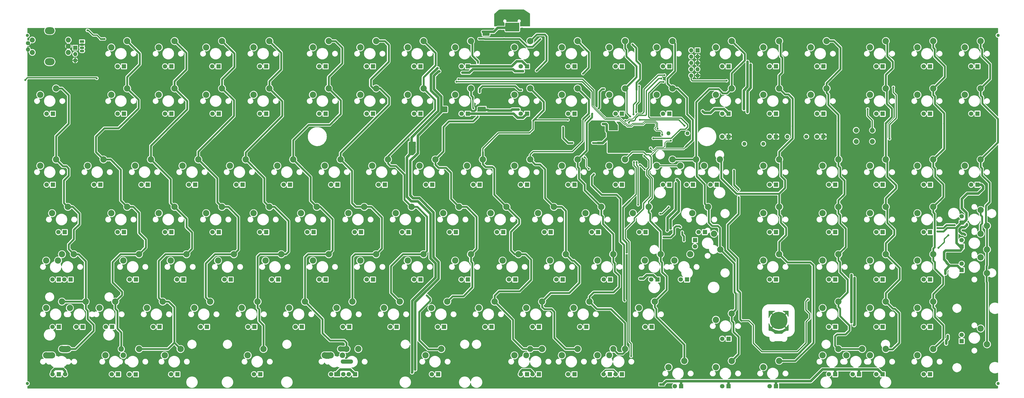
<source format=gbr>
G04 #@! TF.GenerationSoftware,KiCad,Pcbnew,(5.99.0-3379-gdb40e0c595)*
G04 #@! TF.CreationDate,2020-09-23T13:57:10-04:00*
G04 #@! TF.ProjectId,Boston-keyboard-S,426f7374-6f6e-42d6-9b65-79626f617264,rev?*
G04 #@! TF.SameCoordinates,Original*
G04 #@! TF.FileFunction,Copper,L1,Top*
G04 #@! TF.FilePolarity,Positive*
%FSLAX46Y46*%
G04 Gerber Fmt 4.6, Leading zero omitted, Abs format (unit mm)*
G04 Created by KiCad (PCBNEW (5.99.0-3379-gdb40e0c595)) date 2020-09-23 13:57:10*
%MOMM*%
%LPD*%
G01*
G04 APERTURE LIST*
G04 #@! TA.AperFunction,ComponentPad*
%ADD10R,1.800000X1.800000*%
G04 #@! TD*
G04 #@! TA.AperFunction,ComponentPad*
%ADD11C,1.800000*%
G04 #@! TD*
G04 #@! TA.AperFunction,ComponentPad*
%ADD12R,2.200000X1.800000*%
G04 #@! TD*
G04 #@! TA.AperFunction,ComponentPad*
%ADD13R,1.700000X1.700000*%
G04 #@! TD*
G04 #@! TA.AperFunction,ComponentPad*
%ADD14O,1.700000X1.700000*%
G04 #@! TD*
G04 #@! TA.AperFunction,ComponentPad*
%ADD15C,0.800000*%
G04 #@! TD*
G04 #@! TA.AperFunction,ComponentPad*
%ADD16C,7.000000*%
G04 #@! TD*
G04 #@! TA.AperFunction,ComponentPad*
%ADD17C,1.600000*%
G04 #@! TD*
G04 #@! TA.AperFunction,ComponentPad*
%ADD18O,1.600000X1.600000*%
G04 #@! TD*
G04 #@! TA.AperFunction,WasherPad*
%ADD19C,1.300000*%
G04 #@! TD*
G04 #@! TA.AperFunction,ComponentPad*
%ADD20C,1.700000*%
G04 #@! TD*
G04 #@! TA.AperFunction,ComponentPad*
%ADD21C,2.032000*%
G04 #@! TD*
G04 #@! TA.AperFunction,ComponentPad*
%ADD22O,3.900000X2.799999*%
G04 #@! TD*
G04 #@! TA.AperFunction,ComponentPad*
%ADD23R,1.800000X1.070000*%
G04 #@! TD*
G04 #@! TA.AperFunction,ComponentPad*
%ADD24O,1.800000X1.070000*%
G04 #@! TD*
G04 #@! TA.AperFunction,ComponentPad*
%ADD25C,2.540000*%
G04 #@! TD*
G04 #@! TA.AperFunction,ComponentPad*
%ADD26C,2.400000*%
G04 #@! TD*
G04 #@! TA.AperFunction,ComponentPad*
%ADD27C,2.200000*%
G04 #@! TD*
G04 #@! TA.AperFunction,ComponentPad*
%ADD28O,1.300000X1.900000*%
G04 #@! TD*
G04 #@! TA.AperFunction,ComponentPad*
%ADD29O,1.100000X2.200000*%
G04 #@! TD*
G04 #@! TA.AperFunction,ComponentPad*
%ADD30C,2.000000*%
G04 #@! TD*
G04 #@! TA.AperFunction,WasherPad*
%ADD31O,5.000000X1.701800*%
G04 #@! TD*
G04 #@! TA.AperFunction,ViaPad*
%ADD32C,0.800000*%
G04 #@! TD*
G04 #@! TA.AperFunction,ViaPad*
%ADD33C,0.600000*%
G04 #@! TD*
G04 #@! TA.AperFunction,Conductor*
%ADD34C,0.500000*%
G04 #@! TD*
G04 #@! TA.AperFunction,Conductor*
%ADD35C,0.750000*%
G04 #@! TD*
G04 #@! TA.AperFunction,Conductor*
%ADD36C,1.000000*%
G04 #@! TD*
G04 #@! TA.AperFunction,Conductor*
%ADD37C,0.300000*%
G04 #@! TD*
G04 #@! TA.AperFunction,Conductor*
%ADD38C,2.000000*%
G04 #@! TD*
G04 #@! TA.AperFunction,Conductor*
%ADD39C,0.254000*%
G04 #@! TD*
G04 #@! TA.AperFunction,Conductor*
%ADD40C,0.200000*%
G04 #@! TD*
G04 APERTURE END LIST*
D10*
X69657600Y-168280000D03*
D11*
X72197600Y-168280000D03*
D12*
X181420000Y-168280000D03*
D11*
X183960000Y-168280000D03*
D10*
X381595000Y-130180000D03*
D11*
X379055000Y-130180000D03*
D13*
X76225000Y-36975000D03*
D14*
X76225000Y-39515000D03*
X76225000Y-42055000D03*
D10*
X181570000Y-92080000D03*
D11*
X179030000Y-92080000D03*
D10*
X419695000Y-168280000D03*
D11*
X417155000Y-168280000D03*
D15*
X360749655Y-144793345D03*
X358893500Y-149274500D03*
X361518500Y-146649500D03*
X357037345Y-148505655D03*
X357037345Y-144793345D03*
X358893500Y-144024500D03*
X360749655Y-148505655D03*
D16*
X358893500Y-146649500D03*
D15*
X356268500Y-146649500D03*
D10*
X253007500Y-130180000D03*
D11*
X250467500Y-130180000D03*
D10*
X69657600Y-168280000D03*
D11*
X67117600Y-168280000D03*
D10*
X238720000Y-92080000D03*
D11*
X236180000Y-92080000D03*
D10*
X152995000Y-111130000D03*
D11*
X150455000Y-111130000D03*
D10*
X333970000Y-92080000D03*
D11*
X331430000Y-92080000D03*
D10*
X167282500Y-149230000D03*
D11*
X164742500Y-149230000D03*
D10*
X233957500Y-63505000D03*
D11*
X231417500Y-63505000D03*
D10*
X338732500Y-153992500D03*
D11*
X336192500Y-153992500D03*
D10*
X419695000Y-92080000D03*
D11*
X417155000Y-92080000D03*
D10*
X438745000Y-44429600D03*
D11*
X436205000Y-44429600D03*
D10*
X114895000Y-63505000D03*
D11*
X112355000Y-63505000D03*
D10*
X195857500Y-44455000D03*
D11*
X193317500Y-44455000D03*
D10*
X114895000Y-111130000D03*
D11*
X112355000Y-111130000D03*
D10*
X400645000Y-63530400D03*
D11*
X398105000Y-63530400D03*
D10*
X419695000Y-44429600D03*
D11*
X417155000Y-44429600D03*
D10*
X381595000Y-149230000D03*
D11*
X379055000Y-149230000D03*
D10*
X276820000Y-168280000D03*
D11*
X274280000Y-168280000D03*
D10*
X233995600Y-44455000D03*
D11*
X231455600Y-44455000D03*
D10*
X432395000Y-107320000D03*
D11*
X432395000Y-104780000D03*
D10*
X138707500Y-130180000D03*
D11*
X136167500Y-130180000D03*
D10*
X210145000Y-111130000D03*
D11*
X207605000Y-111130000D03*
D10*
X314915000Y-92062500D03*
D11*
X312375000Y-92062500D03*
D10*
X257770000Y-44455000D03*
D11*
X255230000Y-44455000D03*
D10*
X329207500Y-111130000D03*
D11*
X326667500Y-111130000D03*
D10*
X67270000Y-92080000D03*
D11*
X64730000Y-92080000D03*
D10*
X357782500Y-111130000D03*
D11*
X355242500Y-111130000D03*
D10*
X91082500Y-149230000D03*
D11*
X88542500Y-149230000D03*
D10*
X381595000Y-92080000D03*
D11*
X379055000Y-92080000D03*
D10*
X119657500Y-130180000D03*
D11*
X117117500Y-130180000D03*
D10*
X419695000Y-149230000D03*
D11*
X417155000Y-149230000D03*
D10*
X257770000Y-63505000D03*
D11*
X255230000Y-63505000D03*
D10*
X314920000Y-63500000D03*
D11*
X312380000Y-63500000D03*
D10*
X438745000Y-63479600D03*
D11*
X436205000Y-63479600D03*
D10*
X338732500Y-72712500D03*
D11*
X336192500Y-72712500D03*
D10*
X432395000Y-116845000D03*
D11*
X432395000Y-114305000D03*
D10*
X219670000Y-92080000D03*
D11*
X217130000Y-92080000D03*
D10*
X69651250Y-130180000D03*
D11*
X67111250Y-130180000D03*
D10*
X114895000Y-44455000D03*
D11*
X112355000Y-44455000D03*
D10*
X432395000Y-154945000D03*
D11*
X432395000Y-152405000D03*
D10*
X152995000Y-44455000D03*
D11*
X150455000Y-44455000D03*
D10*
X205382500Y-149230000D03*
D11*
X202842500Y-149230000D03*
D10*
X214907500Y-44455000D03*
D11*
X212367500Y-44455000D03*
D10*
X105370000Y-92080000D03*
D11*
X102830000Y-92080000D03*
D10*
X295870000Y-63505000D03*
D11*
X293330000Y-63505000D03*
D17*
X352700000Y-75600000D03*
D18*
X345080000Y-75600000D03*
D10*
X338745200Y-44455000D03*
D11*
X336205200Y-44455000D03*
D10*
X200620000Y-92080000D03*
D11*
X198080000Y-92080000D03*
D10*
X419695000Y-63530400D03*
D11*
X417155000Y-63530400D03*
D10*
X93463750Y-168280000D03*
D11*
X90923750Y-168280000D03*
D10*
X438745000Y-92080000D03*
D11*
X436205000Y-92080000D03*
D10*
X186332500Y-149230000D03*
D11*
X183792500Y-149230000D03*
D10*
X276820000Y-92080000D03*
D11*
X274280000Y-92080000D03*
D12*
X181570000Y-168280000D03*
D11*
X179030000Y-168280000D03*
D10*
X357782500Y-130180000D03*
D11*
X355242500Y-130180000D03*
D19*
X447000000Y-32000000D03*
D10*
X357782500Y-72712500D03*
D11*
X355242500Y-72712500D03*
D10*
X338732500Y-63500000D03*
D11*
X336192500Y-63500000D03*
D10*
X95845000Y-63505000D03*
D11*
X93305000Y-63505000D03*
D10*
X176807500Y-44455000D03*
D11*
X174267500Y-44455000D03*
D10*
X172045000Y-111130000D03*
D11*
X169505000Y-111130000D03*
D10*
X176807500Y-63505000D03*
D11*
X174267500Y-63505000D03*
D10*
X176807500Y-130180000D03*
D11*
X174267500Y-130180000D03*
D10*
X381595000Y-168280000D03*
D11*
X379055000Y-168280000D03*
D10*
X276820000Y-63505000D03*
D11*
X274280000Y-63505000D03*
D10*
X325238750Y-114305000D03*
D11*
X325238750Y-116845000D03*
D10*
X100594800Y-168305400D03*
D11*
X98054800Y-168305400D03*
D10*
X69651250Y-149230000D03*
D11*
X67111250Y-149230000D03*
D10*
X400645000Y-130180000D03*
D11*
X398105000Y-130180000D03*
D10*
X150609000Y-168262000D03*
D11*
X148069000Y-168262000D03*
D10*
X222060000Y-168265000D03*
D11*
X219520000Y-168265000D03*
D10*
X162520000Y-92080000D03*
D11*
X159980000Y-92080000D03*
D10*
X248245000Y-111130000D03*
D11*
X245705000Y-111130000D03*
D10*
X400645000Y-149230000D03*
D11*
X398105000Y-149230000D03*
D10*
X400645000Y-92080000D03*
D11*
X398105000Y-92080000D03*
D10*
X95845000Y-44455000D03*
D11*
X93305000Y-44455000D03*
D19*
X57000000Y-172000000D03*
D10*
X257770000Y-92080000D03*
D11*
X255230000Y-92080000D03*
D10*
X291094800Y-168280000D03*
D11*
X288554800Y-168280000D03*
D10*
X157757500Y-130180000D03*
D11*
X155217500Y-130180000D03*
D10*
X191095000Y-111130000D03*
D11*
X188555000Y-111130000D03*
D10*
X400645000Y-44480400D03*
D11*
X398105000Y-44480400D03*
D10*
X110132500Y-149230000D03*
D11*
X107592500Y-149230000D03*
D10*
X67270000Y-63530400D03*
D11*
X64730000Y-63530400D03*
D10*
X357800000Y-63500000D03*
D11*
X355260000Y-63500000D03*
D10*
X319682500Y-173042500D03*
D11*
X317142500Y-173042500D03*
D20*
X57255000Y-35175000D03*
D14*
X57255000Y-37715000D03*
D10*
X262519800Y-168254600D03*
D11*
X259979800Y-168254600D03*
D10*
X295870000Y-168280000D03*
D11*
X293330000Y-168280000D03*
D10*
X322063750Y-130180000D03*
D11*
X319523750Y-130180000D03*
D10*
X276820000Y-44455000D03*
D11*
X274280000Y-44455000D03*
D10*
X357782500Y-92080000D03*
D11*
X355242500Y-92080000D03*
D10*
X224432500Y-149230000D03*
D11*
X221892500Y-149230000D03*
D10*
X229195000Y-111130000D03*
D11*
X226655000Y-111130000D03*
D10*
X357782500Y-173042500D03*
D11*
X355242500Y-173042500D03*
D10*
X133818000Y-44455000D03*
D11*
X131278000Y-44455000D03*
D19*
X57000000Y-32000000D03*
D10*
X262532500Y-149230000D03*
D11*
X259992500Y-149230000D03*
D10*
X432395000Y-126370000D03*
D11*
X432395000Y-123830000D03*
D10*
X188707400Y-168280000D03*
D11*
X186167400Y-168280000D03*
D10*
X324445000Y-92080000D03*
D11*
X321905000Y-92080000D03*
D10*
X100607500Y-130180000D03*
D11*
X98067500Y-130180000D03*
D10*
X376832500Y-63500000D03*
D11*
X374292500Y-63500000D03*
D10*
X419695000Y-130180000D03*
D11*
X417155000Y-130180000D03*
D10*
X419695000Y-111130000D03*
D11*
X417155000Y-111130000D03*
D10*
X72032500Y-111130000D03*
D11*
X69492500Y-111130000D03*
D10*
X291107500Y-130180000D03*
D11*
X288567500Y-130180000D03*
D10*
X338732500Y-173042500D03*
D11*
X336192500Y-173042500D03*
D10*
X286345000Y-111130000D03*
D11*
X283805000Y-111130000D03*
D21*
X73500000Y-38875000D03*
X73500000Y-33875000D03*
X73500000Y-36375000D03*
D22*
X66000000Y-30125000D03*
X66000000Y-42625000D03*
D21*
X59000000Y-38875000D03*
X59000000Y-33875000D03*
D10*
X307776250Y-149230000D03*
D11*
X305236250Y-149230000D03*
D10*
X152995000Y-63505000D03*
D11*
X150455000Y-63505000D03*
D10*
X272057500Y-130180000D03*
D11*
X269517500Y-130180000D03*
D10*
X124420000Y-92080000D03*
D11*
X121880000Y-92080000D03*
D10*
X233957500Y-130180000D03*
D11*
X231417500Y-130180000D03*
D10*
X117282600Y-168280000D03*
D11*
X114742600Y-168280000D03*
D10*
X314920000Y-44455000D03*
D11*
X312380000Y-44455000D03*
D10*
X257770000Y-168280000D03*
D11*
X255230000Y-168280000D03*
D10*
X133945000Y-63505000D03*
D11*
X131405000Y-63505000D03*
D10*
X129182500Y-149230000D03*
D11*
X126642500Y-149230000D03*
D10*
X305395000Y-111130000D03*
D11*
X302855000Y-111130000D03*
D10*
X295870000Y-44455000D03*
D11*
X293330000Y-44455000D03*
D17*
X370000000Y-72700000D03*
D18*
X362380000Y-72700000D03*
D10*
X214907500Y-130180000D03*
D11*
X212367500Y-130180000D03*
D10*
X79176250Y-149230000D03*
D11*
X76636250Y-149230000D03*
D10*
X400645000Y-168280000D03*
D11*
X398105000Y-168280000D03*
D10*
X281582500Y-149230000D03*
D11*
X279042500Y-149230000D03*
D10*
X357782500Y-44429600D03*
D11*
X355242500Y-44429600D03*
D10*
X143470000Y-92080000D03*
D11*
X140930000Y-92080000D03*
D10*
X391120000Y-168280000D03*
D11*
X388580000Y-168280000D03*
D10*
X310157500Y-130180000D03*
D11*
X307617500Y-130180000D03*
D10*
X295870000Y-92080000D03*
D11*
X293330000Y-92080000D03*
D10*
X95845000Y-111130000D03*
D11*
X93305000Y-111130000D03*
D13*
X326250000Y-38000000D03*
D14*
X323710000Y-38000000D03*
X326250000Y-40540000D03*
X323710000Y-40540000D03*
X326250000Y-43080000D03*
X323710000Y-43080000D03*
X326250000Y-45620000D03*
X323710000Y-45620000D03*
X326250000Y-48160000D03*
X323710000Y-48160000D03*
D23*
X79000000Y-34470000D03*
D24*
X79000000Y-35740000D03*
X79000000Y-37010000D03*
X79000000Y-38280000D03*
D10*
X74413750Y-130180000D03*
D11*
X71873750Y-130180000D03*
D10*
X214907500Y-63505000D03*
D11*
X212367500Y-63505000D03*
D10*
X376832500Y-72712500D03*
D11*
X374292500Y-72712500D03*
D17*
X322220000Y-71400000D03*
D18*
X314600000Y-71400000D03*
D10*
X376832500Y-44480400D03*
D11*
X374292500Y-44480400D03*
D10*
X86320000Y-92080000D03*
D11*
X83780000Y-92080000D03*
D10*
X267295000Y-111130000D03*
D11*
X264755000Y-111130000D03*
D10*
X243482500Y-149230000D03*
D11*
X240942500Y-149230000D03*
D10*
X133945000Y-111130000D03*
D11*
X131405000Y-111130000D03*
D10*
X195857500Y-130180000D03*
D11*
X193317500Y-130180000D03*
D10*
X381595000Y-111130000D03*
D11*
X379055000Y-111130000D03*
D19*
X447000000Y-172000000D03*
D10*
X148232500Y-149230000D03*
D11*
X145692500Y-149230000D03*
D10*
X195857500Y-63505000D03*
D11*
X193317500Y-63505000D03*
D10*
X400645000Y-111130000D03*
D11*
X398105000Y-111130000D03*
D25*
X278090000Y-81920000D03*
X271740000Y-84460000D03*
X392390000Y-158120000D03*
X386040000Y-160660000D03*
X254277500Y-120020000D03*
X247927500Y-122560000D03*
X420965000Y-158120000D03*
X414615000Y-160660000D03*
D26*
X259040000Y-158120000D03*
D25*
X252690000Y-160660000D03*
X97115000Y-53345000D03*
X90765000Y-55885000D03*
X306665000Y-100970000D03*
X300315000Y-103510000D03*
X216177500Y-34295000D03*
X209827500Y-36835000D03*
X442555000Y-108590000D03*
X440015000Y-102240000D03*
X340002500Y-53345000D03*
X333652500Y-55885000D03*
X359052500Y-120020000D03*
X352702500Y-122560000D03*
X359052500Y-100970000D03*
X352702500Y-103510000D03*
X420965000Y-120020000D03*
X414615000Y-122560000D03*
D27*
X94733750Y-158120000D03*
D25*
X88383750Y-160660000D03*
X80446250Y-139070000D03*
X74096250Y-141610000D03*
X139977500Y-120020000D03*
X133627500Y-122560000D03*
X297140000Y-34295000D03*
X290790000Y-36835000D03*
X330477500Y-100970000D03*
X324127500Y-103510000D03*
X130452500Y-139070000D03*
X124102500Y-141610000D03*
X263802500Y-139070000D03*
X257452500Y-141610000D03*
X70921250Y-139070000D03*
X64571250Y-141610000D03*
X216177500Y-120020000D03*
X209827500Y-122560000D03*
X182840000Y-81920000D03*
X176490000Y-84460000D03*
X323333964Y-120020000D03*
X316983964Y-122560000D03*
X297140000Y-81920000D03*
X290790000Y-84460000D03*
X154265000Y-53345000D03*
X147915000Y-55885000D03*
X197127500Y-120020000D03*
X190777500Y-122560000D03*
X259040160Y-34295000D03*
X252690160Y-36835000D03*
X220940000Y-81920000D03*
X214590000Y-84460000D03*
X440015000Y-81920000D03*
X433665000Y-84460000D03*
X116165000Y-100970000D03*
X109815000Y-103510000D03*
D26*
X292377500Y-158120000D03*
D25*
X286027500Y-160660000D03*
X192365000Y-100970000D03*
X186015000Y-103510000D03*
X111402500Y-139070000D03*
X105052500Y-141610000D03*
X401915000Y-139070000D03*
X395565000Y-141610000D03*
X187602500Y-139070000D03*
X181252500Y-141610000D03*
X87590000Y-81920000D03*
X81240000Y-84460000D03*
X316190000Y-81920000D03*
X309840000Y-84460000D03*
X125690000Y-81920000D03*
X119340000Y-84460000D03*
X420965000Y-81920000D03*
X414615000Y-84460000D03*
X440015000Y-53345000D03*
X433665000Y-55885000D03*
X197127606Y-34295000D03*
X190777606Y-36835000D03*
X401915000Y-34295000D03*
X395565000Y-36835000D03*
X382865000Y-158120000D03*
X376515000Y-160660000D03*
X154265000Y-34295000D03*
X147915000Y-36835000D03*
X273327500Y-120020000D03*
X266977500Y-122560000D03*
X235227500Y-53345000D03*
X228877500Y-55885000D03*
D28*
X256037000Y-22600000D03*
D29*
X247437000Y-26800000D03*
D28*
X247437000Y-22600000D03*
D29*
X256037000Y-26800000D03*
D25*
X401915000Y-120020000D03*
X395565000Y-122560000D03*
X278090000Y-34295000D03*
X271740000Y-36835000D03*
X340002500Y-143832500D03*
X333652500Y-146372500D03*
X206652500Y-139070000D03*
X200302500Y-141610000D03*
X223321250Y-158120000D03*
X216971250Y-160660000D03*
X335398750Y-118115000D03*
X332858750Y-111765000D03*
X178077500Y-53345000D03*
X171727500Y-55885000D03*
X442555000Y-127640000D03*
X440015000Y-121290000D03*
X335240000Y-81920000D03*
X328890000Y-84460000D03*
X185221250Y-158120000D03*
X178871250Y-160660000D03*
X178077590Y-34295000D03*
X171727590Y-36835000D03*
X287615000Y-100970000D03*
X281265000Y-103510000D03*
X401915000Y-100970000D03*
X395565000Y-103510000D03*
X116165000Y-34295000D03*
X109815000Y-36835000D03*
X235227500Y-120020000D03*
X228877500Y-122560000D03*
X135215000Y-100970000D03*
X128865000Y-103510000D03*
X197127500Y-53345000D03*
X190777500Y-55885000D03*
D30*
X396500000Y-70170000D03*
X390000000Y-70170000D03*
X390000000Y-74670000D03*
X396500000Y-74670000D03*
D25*
X151883750Y-158120000D03*
X145533750Y-160660000D03*
D31*
X185380000Y-163200000D03*
D27*
X182840000Y-158120000D03*
D25*
X176490000Y-160660000D03*
X401915000Y-158120000D03*
X395565000Y-160660000D03*
X168552500Y-139070000D03*
X162202500Y-141610000D03*
X340002500Y-162882500D03*
X333652500Y-165422500D03*
X73302500Y-100970000D03*
X66952500Y-103510000D03*
X97115000Y-100970000D03*
X90765000Y-103510000D03*
X68540000Y-53345000D03*
X62190000Y-55885000D03*
X316190000Y-34295000D03*
X309840000Y-36835000D03*
X359052500Y-162882500D03*
X352702500Y-165422500D03*
X259040000Y-81920000D03*
X252690000Y-84460000D03*
X97115000Y-34295000D03*
X90765000Y-36835000D03*
X144740000Y-81920000D03*
X138390000Y-84460000D03*
X442555000Y-118115000D03*
X440015000Y-111765000D03*
X359052500Y-53345000D03*
X352702500Y-55885000D03*
X225702500Y-139070000D03*
X219352500Y-141610000D03*
X359052500Y-34295000D03*
X352702500Y-36835000D03*
X70921250Y-120020000D03*
X64571250Y-122560000D03*
X278090000Y-158120000D03*
X271740000Y-160660000D03*
X73302500Y-158120000D03*
X66952500Y-160660000D03*
X118546250Y-158120000D03*
X112196250Y-160660000D03*
X378102500Y-34295000D03*
X371752500Y-36835000D03*
X440015000Y-34295000D03*
X433665000Y-36835000D03*
X311427500Y-120020000D03*
X305077500Y-122560000D03*
X401915000Y-81920000D03*
X395565000Y-84460000D03*
X135215000Y-34295000D03*
X128865000Y-36835000D03*
X92352500Y-139070000D03*
X86002500Y-141610000D03*
X239990000Y-81920000D03*
X233640000Y-84460000D03*
X340002500Y-34295000D03*
X333652500Y-36835000D03*
X149502500Y-139070000D03*
X143152500Y-141610000D03*
X420965000Y-139070000D03*
X414615000Y-141610000D03*
X106640000Y-81920000D03*
X100290000Y-84460000D03*
X68540000Y-81920000D03*
X62190000Y-84460000D03*
X75683750Y-120020000D03*
X69333750Y-122560000D03*
X159027500Y-120020000D03*
X152677500Y-122560000D03*
X278090000Y-53345000D03*
X271740000Y-55885000D03*
X178077500Y-120020000D03*
X171727500Y-122560000D03*
X420965000Y-100970000D03*
X414615000Y-103510000D03*
X244752500Y-139070000D03*
X238402500Y-141610000D03*
X116165000Y-53345000D03*
X109815000Y-55885000D03*
X263802500Y-158120000D03*
D26*
X257452500Y-160660000D03*
D25*
X154265000Y-100970000D03*
X147915000Y-103510000D03*
X382865000Y-100970000D03*
X376515000Y-103510000D03*
X259040000Y-53345000D03*
X252690000Y-55885000D03*
X316190000Y-53345000D03*
X309840000Y-55885000D03*
X235227500Y-34295000D03*
X228877500Y-36835000D03*
X382865000Y-120020000D03*
X376515000Y-122560000D03*
X297140000Y-53345000D03*
X290790000Y-55885000D03*
X268565000Y-100970000D03*
X262215000Y-103510000D03*
X292377500Y-120020000D03*
X286027500Y-122560000D03*
X163790000Y-81920000D03*
X157440000Y-84460000D03*
X101877500Y-120020000D03*
X95527500Y-122560000D03*
X378102500Y-53345000D03*
X371752500Y-55885000D03*
X120927500Y-120020000D03*
X114577500Y-122560000D03*
X249515000Y-100970000D03*
X243165000Y-103510000D03*
X382865000Y-139070000D03*
X376515000Y-141610000D03*
X420965000Y-34295000D03*
X414615000Y-36835000D03*
X101877500Y-158120000D03*
D27*
X95527500Y-160660000D03*
D25*
X216177500Y-53345000D03*
X209827500Y-55885000D03*
X309046250Y-139070000D03*
X302696250Y-141610000D03*
X135215000Y-53345000D03*
X128865000Y-55885000D03*
X282852500Y-139070000D03*
X276502500Y-141610000D03*
X325715000Y-81920000D03*
X319365000Y-84460000D03*
X401915000Y-53345000D03*
X395565000Y-55885000D03*
X211415000Y-100970000D03*
X205065000Y-103510000D03*
X382865000Y-81920000D03*
X376515000Y-84460000D03*
X189983750Y-158120000D03*
D27*
X183633750Y-160660000D03*
D25*
X320952500Y-162882500D03*
X314602500Y-165422500D03*
X442555000Y-156215000D03*
X440015000Y-149865000D03*
X70921250Y-158120000D03*
X64571250Y-160660000D03*
X359052500Y-81920000D03*
X352702500Y-84460000D03*
X201890000Y-81920000D03*
X195540000Y-84460000D03*
X420965000Y-53345000D03*
X414615000Y-55885000D03*
X297140000Y-158120000D03*
D26*
X290790000Y-160660000D03*
D25*
X173315000Y-100970000D03*
X166965000Y-103510000D03*
X230465000Y-100970000D03*
X224115000Y-103510000D03*
D32*
X312670000Y-113200000D03*
X297800000Y-119300000D03*
X427000000Y-112325000D03*
X300700000Y-83000000D03*
X423080000Y-117440000D03*
X319340901Y-109089099D03*
X240300000Y-31775000D03*
X254200000Y-29025000D03*
X249600000Y-29025000D03*
X242200000Y-31775000D03*
X249600000Y-29925000D03*
X241250000Y-31775000D03*
X254200000Y-29925000D03*
X297250000Y-66375000D03*
X313000000Y-48000000D03*
X298660000Y-67140000D03*
X311700000Y-49400000D03*
X304890000Y-80430000D03*
X299600000Y-161000000D03*
X370600000Y-138250000D03*
X343900000Y-146700000D03*
X296990000Y-138690000D03*
X342800000Y-97100000D03*
X342800000Y-94100000D03*
X284640000Y-87885000D03*
X340900000Y-86400000D03*
X314643750Y-101066250D03*
X302413750Y-100113750D03*
X311300000Y-103700000D03*
X301800000Y-83000000D03*
X305000000Y-85825000D03*
X303057500Y-84142500D03*
X255450000Y-54025000D03*
X301650000Y-62800000D03*
X238700000Y-54800000D03*
X302811250Y-52488750D03*
X300500000Y-63750000D03*
X238500000Y-33400000D03*
X300140000Y-35660000D03*
X87990000Y-33445000D03*
X81125000Y-30000000D03*
D33*
X263160000Y-33445000D03*
D32*
X84925000Y-49275000D03*
X56225000Y-49925000D03*
X307420000Y-77385000D03*
X315500000Y-74325000D03*
X403425000Y-73575000D03*
X312600000Y-50700000D03*
X337975000Y-50250000D03*
X404950000Y-52900000D03*
X308530000Y-73415000D03*
X211576885Y-167568760D03*
X212700000Y-78125000D03*
X389124990Y-148555010D03*
X312410000Y-172350000D03*
X328337500Y-62487500D03*
X211649385Y-148591260D03*
X389319990Y-129580010D03*
X212700000Y-76840000D03*
X220781250Y-129624375D03*
X422620000Y-110810000D03*
X314071260Y-110491260D03*
X221690010Y-45209990D03*
X317520000Y-91420000D03*
X209555010Y-91444990D03*
X212700000Y-75540000D03*
X346341260Y-62866260D03*
X303200000Y-129810000D03*
X329037500Y-63187500D03*
X347633740Y-43816260D03*
X425850000Y-127860000D03*
X221050000Y-63450000D03*
X219000000Y-110500000D03*
X311350000Y-172350000D03*
X282590000Y-85670000D03*
X280910000Y-81010000D03*
X368600000Y-86425000D03*
X99200000Y-145225000D03*
X284500000Y-69375000D03*
X296200000Y-55625000D03*
X143600000Y-105825000D03*
X152600000Y-86625000D03*
X201200000Y-106425000D03*
X91880000Y-47995000D03*
X293000000Y-104625000D03*
X198400000Y-163225000D03*
X224200000Y-125425000D03*
X348800000Y-59025000D03*
X293000000Y-69625000D03*
X305600000Y-94425000D03*
X86950000Y-35075000D03*
X224800000Y-59425000D03*
X81400000Y-58425000D03*
X124800000Y-106825000D03*
X292000000Y-69625000D03*
X238800000Y-106625000D03*
X255725000Y-30375000D03*
X408400000Y-105025000D03*
X85050000Y-69330000D03*
X276000000Y-76500000D03*
X104600000Y-106425000D03*
X126400000Y-85425000D03*
X159400000Y-125425000D03*
X324400000Y-57625000D03*
X366200000Y-58825000D03*
X107400000Y-124625000D03*
X244355625Y-58901250D03*
X285500000Y-69375000D03*
X391400000Y-144225000D03*
X364600000Y-38225000D03*
X245308125Y-59853750D03*
X71715000Y-52233750D03*
X174600000Y-107625000D03*
X86025000Y-35050000D03*
X207200000Y-145225000D03*
X177600000Y-145225000D03*
X247000000Y-31125000D03*
X294800000Y-142825000D03*
X215066250Y-76880000D03*
X261800000Y-125625000D03*
X215060000Y-75630000D03*
X125800000Y-124025000D03*
X106000000Y-57625000D03*
X270200000Y-144625000D03*
X183400000Y-88025000D03*
X281800000Y-125625000D03*
X283500000Y-69375000D03*
X407800000Y-141425000D03*
X183200000Y-122425000D03*
X258800000Y-106425000D03*
X390800000Y-87825000D03*
X347200000Y-168625000D03*
X212200000Y-107625000D03*
X83425000Y-35075000D03*
X75000000Y-86425000D03*
X244355625Y-59853750D03*
X207000000Y-79025000D03*
X82500000Y-35075000D03*
X193400000Y-145025000D03*
X205200000Y-59025000D03*
X89930000Y-47965000D03*
X274600000Y-105625000D03*
X215000000Y-79425000D03*
X255725000Y-29375000D03*
X270500000Y-67500000D03*
X201800000Y-123225000D03*
X224000000Y-66225000D03*
X298800000Y-95625000D03*
X90910000Y-47965000D03*
X366400000Y-166225000D03*
X320600000Y-144225000D03*
X207000000Y-88825000D03*
X267200000Y-48025000D03*
X229000000Y-87025000D03*
X231600000Y-144825000D03*
X408200000Y-87225000D03*
X215050000Y-78310000D03*
X246050000Y-31150000D03*
X234600000Y-30825000D03*
X266600000Y-58825000D03*
X112800000Y-86225000D03*
X291300000Y-68425000D03*
X245300000Y-58875000D03*
X320600000Y-78625000D03*
X271680000Y-75180000D03*
X147800000Y-125425000D03*
X163600000Y-107625000D03*
X312050000Y-71955000D03*
X229440000Y-50640000D03*
X230220000Y-49630000D03*
X310180000Y-69485000D03*
X236180000Y-61315000D03*
X237975000Y-64725000D03*
X238030000Y-43050000D03*
X215535000Y-67065000D03*
X217487000Y-136608000D03*
X194095000Y-68005000D03*
X181175000Y-65325000D03*
X159400000Y-64400000D03*
X140000000Y-64400000D03*
X116671875Y-66331875D03*
X96980625Y-66020625D03*
X425300000Y-67500000D03*
X401915000Y-67285000D03*
X382865000Y-66365000D03*
X364500000Y-68500000D03*
X325710000Y-64390000D03*
X322025000Y-63675000D03*
X286500000Y-61400000D03*
X288680000Y-53620000D03*
X299200000Y-64600000D03*
X283970000Y-63510000D03*
X282600000Y-63400000D03*
X280210000Y-47390000D03*
X274200000Y-66000000D03*
X261600000Y-46200000D03*
X73620000Y-67473750D03*
X303100000Y-66000000D03*
X321000000Y-68300000D03*
X225140000Y-61686250D03*
X315425000Y-109625000D03*
X308300000Y-68825000D03*
X344863750Y-61686250D03*
X318000000Y-90125000D03*
X320100000Y-111125000D03*
X434480000Y-107940000D03*
X256075000Y-46450000D03*
X394600000Y-61625000D03*
X429590000Y-108260000D03*
X210900000Y-90200000D03*
X284250000Y-75250000D03*
X223313750Y-61686250D03*
X433700000Y-112225000D03*
X212860000Y-166235000D03*
X388075000Y-147375000D03*
X224187500Y-61686250D03*
X222282500Y-128361250D03*
X288250000Y-67675000D03*
X388100000Y-128400000D03*
X276000000Y-75250000D03*
X238800000Y-62125000D03*
X422620000Y-109450000D03*
X220200000Y-109300000D03*
X311400000Y-75520000D03*
X426800000Y-152825000D03*
X254400000Y-61795000D03*
X212850625Y-147411250D03*
X346338750Y-42636250D03*
X232725000Y-47025000D03*
X320800625Y-114499375D03*
X254300000Y-46450000D03*
X296600000Y-69675000D03*
X294750000Y-78625000D03*
X231775000Y-47025000D03*
X238350000Y-61275000D03*
X222535000Y-46465000D03*
X426150000Y-156000000D03*
X272250000Y-69000000D03*
X255175000Y-46450000D03*
D34*
X236180000Y-61315000D02*
X236000000Y-61135000D01*
X236000000Y-61135000D02*
X236000000Y-61075000D01*
D35*
X237200000Y-61895000D02*
X237200000Y-60705000D01*
X235670000Y-62445000D02*
X236650000Y-62445000D01*
X235410000Y-62135000D02*
X235410000Y-62185000D01*
X235300000Y-62025000D02*
X235410000Y-62135000D01*
X235410000Y-62185000D02*
X235670000Y-62445000D01*
X236650000Y-62445000D02*
X237200000Y-61895000D01*
X237200000Y-60705000D02*
X237880000Y-60025000D01*
X237880000Y-60025000D02*
X238469375Y-60025000D01*
X234795625Y-61520625D02*
X235300000Y-62025000D01*
X234795625Y-61520625D02*
X234895625Y-61520625D01*
D36*
X289800000Y-68025000D02*
X289800000Y-70425000D01*
X289800000Y-70425000D02*
X290300000Y-70925000D01*
X290300000Y-70925000D02*
X290300000Y-73165000D01*
D35*
X238469375Y-60025000D02*
X238640625Y-59853750D01*
X234116250Y-61520625D02*
X234795625Y-61520625D01*
X312670000Y-113200000D02*
X315500000Y-113200000D01*
D34*
X423080000Y-117440000D02*
X425400000Y-115120000D01*
X425400000Y-115120000D02*
X425400000Y-113925000D01*
D35*
X297800000Y-115500000D02*
X297800000Y-119300000D01*
X318940902Y-108689100D02*
X319340901Y-109089099D01*
D34*
X301600000Y-85200000D02*
X301600000Y-95900000D01*
D35*
X316860000Y-109430000D02*
X317600900Y-108689100D01*
X296300000Y-101200000D02*
X296300000Y-113900000D01*
X296300000Y-114000000D02*
X297800000Y-115500000D01*
D34*
X300700000Y-84300000D02*
X301600000Y-85200000D01*
D35*
X316860000Y-111840000D02*
X316860000Y-109430000D01*
X296300000Y-113900000D02*
X296300000Y-114000000D01*
D34*
X301600000Y-95900000D02*
X299100000Y-98400000D01*
D35*
X317600900Y-108689100D02*
X318940902Y-108689100D01*
D34*
X425400000Y-113925000D02*
X427000000Y-112325000D01*
D35*
X299100000Y-98400000D02*
X296300000Y-101200000D01*
D34*
X300700000Y-83000000D02*
X300700000Y-84300000D01*
D35*
X315500000Y-113200000D02*
X316860000Y-111840000D01*
D36*
X249575000Y-29000000D02*
X249600000Y-29025000D01*
X248200000Y-29000000D02*
X249575000Y-29000000D01*
X246000000Y-29000000D02*
X244400000Y-30600000D01*
X248200000Y-29000000D02*
X246000000Y-29000000D01*
X240000000Y-30600000D02*
X244400000Y-30600000D01*
D37*
X303940000Y-63610000D02*
X304150000Y-63400000D01*
D34*
X304150000Y-63400000D02*
X304800000Y-62750000D01*
D37*
X300740000Y-65080000D02*
X301680000Y-64140000D01*
D34*
X304800000Y-53700000D02*
X310500000Y-48000000D01*
D37*
X301680000Y-63860000D02*
X301930000Y-63610000D01*
X298800000Y-65725000D02*
X300095000Y-65725000D01*
D34*
X304800000Y-62750000D02*
X304800000Y-59830000D01*
D37*
X300095000Y-65725000D02*
X300740000Y-65080000D01*
D34*
X310500000Y-48000000D02*
X313000000Y-48000000D01*
D37*
X301930000Y-63610000D02*
X303940000Y-63610000D01*
X297250000Y-66375000D02*
X298150000Y-66375000D01*
X301680000Y-64140000D02*
X301680000Y-63860000D01*
D34*
X304800000Y-59830000D02*
X304800000Y-58400000D01*
X304800000Y-58400000D02*
X304800000Y-53700000D01*
D37*
X298150000Y-66375000D02*
X298800000Y-65725000D01*
D34*
X305700000Y-54400000D02*
X305700000Y-58800000D01*
X300680000Y-66420000D02*
X301260000Y-65840000D01*
X305700000Y-63950000D02*
X305450000Y-64200000D01*
X305700000Y-60190000D02*
X305700000Y-63950000D01*
X311700000Y-49400000D02*
X310700000Y-49400000D01*
X310700000Y-49400000D02*
X305700000Y-54400000D01*
X301260000Y-65390000D02*
X301260000Y-65840000D01*
X305450000Y-64200000D02*
X302450000Y-64200000D01*
X298660000Y-66910000D02*
X299150000Y-66420000D01*
X299150000Y-66420000D02*
X300680000Y-66420000D01*
X302450000Y-64200000D02*
X301260000Y-65390000D01*
X298660000Y-67140000D02*
X298660000Y-66910000D01*
X305700000Y-60190000D02*
X305700000Y-58800000D01*
X297300000Y-110200000D02*
X297300000Y-113600000D01*
X298800000Y-155200000D02*
X299600000Y-156000000D01*
X306740000Y-82280000D02*
X306740000Y-85100000D01*
X304070000Y-102330000D02*
X303700000Y-102700000D01*
X307340000Y-89710000D02*
X307340000Y-96780000D01*
X300900000Y-106600000D02*
X297300000Y-110200000D01*
X304580000Y-99540000D02*
X304580000Y-101820000D01*
X305870000Y-88240000D02*
X307340000Y-89710000D01*
X304580000Y-101820000D02*
X304070000Y-102330000D01*
X307340000Y-96780000D02*
X304580000Y-99540000D01*
X298800000Y-115100000D02*
X298800000Y-155200000D01*
X300900000Y-105500000D02*
X300900000Y-106090734D01*
X297300000Y-113600000D02*
X298800000Y-115100000D01*
X305870000Y-85970000D02*
X305870000Y-88240000D01*
X304890000Y-80430000D02*
X306740000Y-82280000D01*
X300900000Y-106090734D02*
X300900000Y-106600000D01*
X299600000Y-156000000D02*
X299600000Y-161000000D01*
X303700000Y-102700000D02*
X300900000Y-105500000D01*
X306740000Y-85100000D02*
X305870000Y-85970000D01*
D35*
X338400000Y-108200000D02*
X338400000Y-117900000D01*
D34*
X369850000Y-147250000D02*
X369850000Y-155675000D01*
D35*
X338400000Y-117900000D02*
X342300000Y-121800000D01*
X293720000Y-96130000D02*
X295300000Y-97710000D01*
X283750000Y-92150000D02*
X287730000Y-96130000D01*
D34*
X348700000Y-155825000D02*
X348700000Y-148550000D01*
D35*
X342800000Y-103800000D02*
X338400000Y-108200000D01*
X342300000Y-134000000D02*
X342300000Y-134400000D01*
X295300000Y-97710000D02*
X295300000Y-100884768D01*
X340900000Y-92100000D02*
X342800000Y-94000000D01*
X295300000Y-100884768D02*
X295300000Y-113300000D01*
D34*
X369800000Y-139050000D02*
X370600000Y-138250000D01*
X343900000Y-146700000D02*
X346850000Y-146700000D01*
X352100000Y-159225000D02*
X348700000Y-155825000D01*
X371350000Y-143975000D02*
X369800000Y-142425000D01*
D35*
X343400000Y-146200000D02*
X343900000Y-146700000D01*
X342800000Y-97100000D02*
X342800000Y-103800000D01*
D34*
X369850000Y-155675000D02*
X366300000Y-159225000D01*
D35*
X296700000Y-138400000D02*
X296990000Y-138690000D01*
X340900000Y-86400000D02*
X340900000Y-92100000D01*
X342800000Y-94000000D02*
X342800000Y-94100000D01*
X296700000Y-116300000D02*
X296700000Y-138400000D01*
X283750000Y-92150000D02*
X283750000Y-88775000D01*
X283750000Y-88775000D02*
X284640000Y-87885000D01*
D34*
X369800000Y-142425000D02*
X369800000Y-139050000D01*
X366300000Y-159225000D02*
X352100000Y-159225000D01*
X369850000Y-147250000D02*
X371350000Y-145750000D01*
D35*
X295300000Y-114900000D02*
X296700000Y-116300000D01*
D34*
X346850000Y-146700000D02*
X348700000Y-148550000D01*
D35*
X287730000Y-96130000D02*
X293720000Y-96130000D01*
X342300000Y-121800000D02*
X342300000Y-134000000D01*
D34*
X371350000Y-145750000D02*
X371350000Y-143975000D01*
D35*
X343400000Y-135500000D02*
X343400000Y-146200000D01*
X295300000Y-113300000D02*
X295300000Y-114900000D01*
X342300000Y-134400000D02*
X343400000Y-135500000D01*
D34*
X302413750Y-84813750D02*
X301800000Y-84200000D01*
X301800000Y-84200000D02*
X301800000Y-83000000D01*
X312010000Y-103700000D02*
X314643750Y-101066250D01*
X302413750Y-93186250D02*
X302413750Y-84813750D01*
X302413750Y-100113750D02*
X302413750Y-93186250D01*
X311300000Y-103700000D02*
X312010000Y-103700000D01*
X303057500Y-84142500D02*
X303317500Y-84142500D01*
X303317500Y-84142500D02*
X305000000Y-85825000D01*
X302811250Y-52488750D02*
X302811250Y-58738750D01*
X301700000Y-59850000D02*
X301700000Y-61580000D01*
X301650000Y-61630000D02*
X301700000Y-61580000D01*
D35*
X248315000Y-52400000D02*
X249725000Y-52400000D01*
X254600000Y-54025000D02*
X255450000Y-54025000D01*
X238700000Y-53500000D02*
X239800000Y-52400000D01*
D34*
X302811250Y-58738750D02*
X301700000Y-59850000D01*
D35*
X239800000Y-52400000D02*
X241300000Y-52400000D01*
D34*
X301700000Y-61580000D02*
X301710000Y-61590000D01*
D35*
X252975000Y-52400000D02*
X254600000Y-54025000D01*
D34*
X301650000Y-62800000D02*
X301650000Y-61630000D01*
D35*
X250600000Y-52400000D02*
X252975000Y-52400000D01*
X238700000Y-54800000D02*
X238700000Y-53500000D01*
X241300000Y-52400000D02*
X248315000Y-52400000D01*
X249725000Y-52400000D02*
X250600000Y-52400000D01*
X240650000Y-33450000D02*
X248450000Y-33450000D01*
D34*
X81525000Y-30000000D02*
X83450000Y-31925000D01*
X300500000Y-63750000D02*
X300500000Y-62700000D01*
D35*
X301600000Y-37120000D02*
X300140000Y-35660000D01*
X248450000Y-33450000D02*
X254750000Y-33450000D01*
D34*
X83450000Y-31925000D02*
X84965000Y-31925000D01*
X81125000Y-30000000D02*
X81525000Y-30000000D01*
D35*
X303120000Y-49580000D02*
X303120000Y-43700000D01*
X87983750Y-33438750D02*
X87990000Y-33445000D01*
X238500000Y-33400000D02*
X240600000Y-33400000D01*
X301600000Y-42180000D02*
X301600000Y-37120000D01*
X86478750Y-33438750D02*
X87983750Y-33438750D01*
X301680000Y-51020000D02*
X303120000Y-49580000D01*
X260000000Y-36600000D02*
X263150000Y-33450000D01*
D34*
X301680000Y-53890000D02*
X301680000Y-58670000D01*
X301680000Y-58670000D02*
X300500000Y-59850000D01*
X84965000Y-31925000D02*
X86478750Y-33438750D01*
D35*
X303120000Y-43700000D02*
X301600000Y-42180000D01*
X248450000Y-33450000D02*
X248500000Y-33400000D01*
X301680000Y-53890000D02*
X301680000Y-51020000D01*
X254750000Y-33450000D02*
X257900000Y-36600000D01*
D34*
X300500000Y-59850000D02*
X300500000Y-62700000D01*
D35*
X257900000Y-36600000D02*
X260000000Y-36600000D01*
D34*
X56225000Y-49925000D02*
X57075000Y-49075000D01*
X84725000Y-49075000D02*
X84925000Y-49275000D01*
X84317500Y-49075000D02*
X84725000Y-49075000D01*
X57075000Y-49075000D02*
X84317500Y-49075000D01*
D37*
X308760000Y-78235000D02*
X309820000Y-77175000D01*
X312580000Y-77175000D02*
X313150000Y-76605000D01*
X315310000Y-74515000D02*
X315500000Y-74325000D01*
X307420000Y-77385000D02*
X308270000Y-78235000D01*
X309820000Y-77175000D02*
X312580000Y-77175000D01*
X313150000Y-75165000D02*
X313800000Y-74515000D01*
X313150000Y-76605000D02*
X313150000Y-75165000D01*
X313800000Y-74515000D02*
X315310000Y-74515000D01*
X308270000Y-78235000D02*
X308760000Y-78235000D01*
D36*
X67117600Y-168280000D02*
X67117600Y-167086200D01*
X68057400Y-166146400D02*
X71308600Y-166146400D01*
X67117600Y-167086200D02*
X68057400Y-166146400D01*
X71308600Y-166146400D02*
X72197600Y-167035400D01*
X72197600Y-167035400D02*
X72197600Y-168280000D01*
X255230000Y-167264000D02*
X255915800Y-166578200D01*
X255915800Y-166578200D02*
X258989200Y-166578200D01*
X255230000Y-168280000D02*
X255230000Y-167264000D01*
X258989200Y-166578200D02*
X259979800Y-167568800D01*
X259979800Y-167568800D02*
X259979800Y-168254600D01*
D34*
X288554800Y-168280000D02*
X288554800Y-167441800D01*
X289393000Y-166603600D02*
X292466400Y-166603600D01*
X292466400Y-166603600D02*
X293330000Y-167467200D01*
X293330000Y-167467200D02*
X293330000Y-168280000D01*
X288554800Y-167441800D02*
X289393000Y-166603600D01*
X309840000Y-84460000D02*
X319365000Y-84460000D01*
D36*
X64571250Y-160660000D02*
X65055000Y-160660000D01*
X64571250Y-160660000D02*
X66952500Y-160660000D01*
D34*
X176490000Y-160660000D02*
X178871250Y-160660000D01*
D35*
X440015000Y-102240000D02*
X440015000Y-104215000D01*
X440015000Y-108185000D02*
X440015000Y-111765000D01*
X440600000Y-107600000D02*
X440015000Y-108185000D01*
X440600000Y-104800000D02*
X440600000Y-107600000D01*
X440015000Y-104215000D02*
X440600000Y-104800000D01*
D34*
X323710000Y-48160000D02*
X323710000Y-49835000D01*
X307160000Y-65255000D02*
X319650000Y-65255000D01*
X323710000Y-49835000D02*
X324150000Y-50275000D01*
X319400000Y-69745000D02*
X315730000Y-73415000D01*
X306600000Y-64450000D02*
X306600000Y-64695000D01*
X319650000Y-65255000D02*
X322270000Y-67875000D01*
X406100000Y-56100000D02*
X406100000Y-65250000D01*
X306600000Y-64695000D02*
X307160000Y-65255000D01*
X322270000Y-68845000D02*
X321370000Y-69745000D01*
X321370000Y-69745000D02*
X319400000Y-69745000D01*
X406100000Y-65250000D02*
X403425000Y-67925000D01*
X337950000Y-50275000D02*
X337975000Y-50250000D01*
X306600000Y-64450000D02*
X306600000Y-60400000D01*
X404950000Y-54950000D02*
X406100000Y-56100000D01*
X306600000Y-55300000D02*
X311200000Y-50700000D01*
X404950000Y-52900000D02*
X404950000Y-54950000D01*
X324150000Y-50275000D02*
X337950000Y-50275000D01*
X322270000Y-67875000D02*
X322270000Y-68845000D01*
X315730000Y-73415000D02*
X308530000Y-73415000D01*
X403425000Y-67925000D02*
X403425000Y-73575000D01*
X306600000Y-60400000D02*
X306600000Y-55300000D01*
X311200000Y-50700000D02*
X312600000Y-50700000D01*
D36*
X233995600Y-44455000D02*
X251595000Y-44455000D01*
X389319990Y-148360010D02*
X389124990Y-148555010D01*
X233957500Y-63505000D02*
X252345000Y-63505000D01*
X381595000Y-166755000D02*
X382040000Y-166310000D01*
X209555010Y-81055010D02*
X209555010Y-87563001D01*
X432395000Y-116845000D02*
X432395000Y-117975000D01*
X181570000Y-167527000D02*
X182739000Y-166358000D01*
X181570000Y-168280000D02*
X181570000Y-167527000D01*
X211300000Y-98700000D02*
X213900000Y-98700000D01*
X209555010Y-92000000D02*
X209555010Y-96955010D01*
X338732500Y-173042500D02*
X338732500Y-171297500D01*
X347633740Y-53135020D02*
X346341260Y-54427500D01*
X312410000Y-172350000D02*
X313730000Y-171030000D01*
X440960000Y-92710000D02*
X440330000Y-92080000D01*
X308397500Y-128420000D02*
X310157500Y-130180000D01*
X338732500Y-63500000D02*
X338732500Y-63717500D01*
X252345000Y-63505000D02*
X254000000Y-65160000D01*
X346341260Y-54427500D02*
X346341260Y-62866260D01*
X209500000Y-81000000D02*
X209555010Y-81055010D01*
X305870000Y-128420000D02*
X308397500Y-128420000D01*
X433100000Y-107320000D02*
X434330000Y-106090000D01*
X431850000Y-118520000D02*
X425970000Y-118520000D01*
X371770000Y-171030000D02*
X376490000Y-166310000D01*
X432395000Y-117975000D02*
X431850000Y-118520000D01*
X432450000Y-97790000D02*
X434610000Y-95630000D01*
X432450000Y-101530000D02*
X432450000Y-97790000D01*
X211400000Y-73100000D02*
X221050000Y-63450000D01*
X440330000Y-92080000D02*
X438745000Y-92080000D01*
D35*
X425090000Y-110810000D02*
X426505000Y-109395000D01*
D36*
X381595000Y-168280000D02*
X381595000Y-166755000D01*
X398675000Y-166310000D02*
X400645000Y-168280000D01*
X357782500Y-173042500D02*
X357782500Y-171427500D01*
X211649385Y-148591260D02*
X211649385Y-167496260D01*
X209555010Y-96955010D02*
X211300000Y-98700000D01*
X360060000Y-171030000D02*
X371770000Y-171030000D01*
X432395000Y-107320000D02*
X433100000Y-107320000D01*
X304480000Y-129810000D02*
X305870000Y-128420000D01*
X430320000Y-115500000D02*
X430320000Y-109395000D01*
X319682500Y-173042500D02*
X319682500Y-171352500D01*
X211400000Y-79100000D02*
X209500000Y-81000000D01*
X358180000Y-171030000D02*
X360060000Y-171030000D01*
X221019375Y-129386250D02*
X220781250Y-129624375D01*
X221019375Y-123671250D02*
X221019375Y-129386250D01*
X347633740Y-43816260D02*
X347633740Y-47935020D01*
X313730000Y-171030000D02*
X319360000Y-171030000D01*
X333050000Y-61650000D02*
X336882500Y-61650000D01*
X425850000Y-126390000D02*
X427560000Y-124680000D01*
X182739000Y-166358000D02*
X186785400Y-166358000D01*
X328337500Y-62487500D02*
X329037500Y-63187500D01*
X222100000Y-62400000D02*
X222100000Y-57100000D01*
X211400000Y-75300000D02*
X211400000Y-73100000D01*
X425320000Y-119170000D02*
X425320000Y-122140000D01*
X347633740Y-47935020D02*
X347633740Y-53135020D01*
X331512500Y-63187500D02*
X333050000Y-61650000D01*
X338732500Y-171297500D02*
X339000000Y-171030000D01*
X213900000Y-98700000D02*
X219000000Y-103800000D01*
X427560000Y-124680000D02*
X430705000Y-124680000D01*
X425320000Y-122140000D02*
X426340000Y-123160000D01*
X430705000Y-124680000D02*
X432395000Y-126370000D01*
X253625000Y-42425000D02*
X255740000Y-42425000D01*
X219000000Y-121651875D02*
X221019375Y-123671250D01*
X440960000Y-93700000D02*
X440960000Y-92710000D01*
X221050000Y-63450000D02*
X222100000Y-62400000D01*
X434610000Y-95630000D02*
X439030000Y-95630000D01*
X389319990Y-129580010D02*
X389319990Y-148360010D01*
X256115000Y-65160000D02*
X257770000Y-63505000D01*
X439030000Y-95630000D02*
X440960000Y-93700000D01*
X219200000Y-47800000D02*
X221800000Y-45200000D01*
X382040000Y-166310000D02*
X391540000Y-166310000D01*
X219000000Y-103800000D02*
X219000000Y-110500000D01*
X434330000Y-103410000D02*
X432450000Y-101530000D01*
X336882500Y-61650000D02*
X338732500Y-63500000D01*
D35*
X422620000Y-110810000D02*
X425090000Y-110810000D01*
D36*
X314244990Y-105375010D02*
X314244990Y-110317530D01*
X425970000Y-118520000D02*
X425320000Y-119170000D01*
X254000000Y-65160000D02*
X256115000Y-65160000D01*
X219000000Y-110500000D02*
X219000000Y-112600000D01*
X255740000Y-42425000D02*
X257770000Y-44455000D01*
X317520000Y-102100000D02*
X314244990Y-105375010D01*
X211649385Y-138756240D02*
X211649385Y-148591260D01*
X317520000Y-91420000D02*
X317520000Y-102100000D01*
X219000000Y-112600000D02*
X219000000Y-121651875D01*
X425850000Y-127860000D02*
X425850000Y-126390000D01*
X186785400Y-166358000D02*
X188707400Y-168280000D01*
X339000000Y-171030000D02*
X358180000Y-171030000D01*
X303200000Y-129810000D02*
X304480000Y-129810000D01*
X434330000Y-106090000D02*
X434330000Y-103410000D01*
X432395000Y-116845000D02*
X431665000Y-116845000D01*
X319682500Y-171352500D02*
X319360000Y-171030000D01*
X431665000Y-116845000D02*
X430320000Y-115500000D01*
X391540000Y-166310000D02*
X398675000Y-166310000D01*
X329037500Y-63187500D02*
X331512500Y-63187500D01*
X319360000Y-171030000D02*
X339000000Y-171030000D01*
X357782500Y-171427500D02*
X358180000Y-171030000D01*
X426340000Y-123460000D02*
X427560000Y-124680000D01*
X220781250Y-129624375D02*
X211649385Y-138756240D01*
X430320000Y-109395000D02*
X432395000Y-107320000D01*
X426340000Y-123160000D02*
X426340000Y-123460000D01*
X251595000Y-44455000D02*
X253625000Y-42425000D01*
X222100000Y-57100000D02*
X219200000Y-54200000D01*
D35*
X426505000Y-109395000D02*
X430320000Y-109395000D01*
D36*
X211649385Y-167496260D02*
X211576885Y-167568760D01*
X376490000Y-166310000D02*
X382040000Y-166310000D01*
X314244990Y-110317530D02*
X314071260Y-110491260D01*
X391120000Y-168280000D02*
X391120000Y-166730000D01*
X209555010Y-91444990D02*
X209555010Y-92000000D01*
X219200000Y-54200000D02*
X219200000Y-47800000D01*
X209555010Y-87563001D02*
X209555010Y-91444990D01*
D37*
X281650000Y-81750000D02*
X280910000Y-81010000D01*
X282590000Y-85670000D02*
X281650000Y-84730000D01*
X281650000Y-84730000D02*
X281650000Y-81750000D01*
D36*
X245625000Y-31625000D02*
X247000000Y-30250000D01*
X228401250Y-61520625D02*
X234116250Y-61520625D01*
X247000000Y-30250000D02*
X247050000Y-30200000D01*
X215066250Y-77951250D02*
X215066250Y-72950625D01*
X215066250Y-72950625D02*
X224115000Y-63901875D01*
D34*
X82390000Y-66670000D02*
X85050000Y-69330000D01*
D36*
X224115000Y-63901875D02*
X226020000Y-63901875D01*
D34*
X82390000Y-51320000D02*
X82390000Y-66670000D01*
D36*
X255725000Y-30375000D02*
X255725000Y-29375000D01*
X226020000Y-63901875D02*
X228401250Y-61520625D01*
D35*
X270500000Y-67500000D02*
X270500000Y-74000000D01*
D36*
X243403125Y-59853750D02*
X244355625Y-59853750D01*
D35*
X270500000Y-74000000D02*
X271680000Y-75180000D01*
D36*
X244355625Y-59853750D02*
X245308125Y-59853750D01*
D35*
X271680000Y-75180000D02*
X273000000Y-76500000D01*
X273000000Y-76500000D02*
X276000000Y-76500000D01*
D36*
X238640625Y-59853750D02*
X243403125Y-59853750D01*
D37*
X309190000Y-69715000D02*
X309730000Y-70255000D01*
X309640000Y-67433836D02*
X309640000Y-68805000D01*
X289230771Y-65890009D02*
X283920000Y-60579238D01*
X294975010Y-65890010D02*
X289230771Y-65890009D01*
X295325000Y-66240000D02*
X296850000Y-67765000D01*
X312050000Y-70915000D02*
X312050000Y-71955000D01*
X283920000Y-60579238D02*
X283920000Y-60155000D01*
X311390000Y-70255000D02*
X312050000Y-70915000D01*
X298041174Y-68605010D02*
X299769990Y-68605010D01*
X297210000Y-67765000D02*
X297210000Y-67773836D01*
X304399990Y-67925010D02*
X305264980Y-67060020D01*
D34*
X283920000Y-60155000D02*
X283920000Y-54630000D01*
D37*
X299769990Y-68595010D02*
X300439990Y-67925010D01*
X296850000Y-67765000D02*
X297210000Y-67765000D01*
X309266184Y-67060020D02*
X309640000Y-67433836D01*
X300439990Y-67925010D02*
X304399990Y-67925010D01*
X309640000Y-68805000D02*
X309190000Y-69255000D01*
X295325000Y-66240000D02*
X294975010Y-65890010D01*
X309730000Y-70255000D02*
X311390000Y-70255000D01*
D34*
X283920000Y-54630000D02*
X279930000Y-50640000D01*
D37*
X299769990Y-68605010D02*
X299769990Y-68595010D01*
X297210000Y-67773836D02*
X298041174Y-68605010D01*
X305264980Y-67060020D02*
X309266184Y-67060020D01*
D34*
X279930000Y-50640000D02*
X229440000Y-50640000D01*
D37*
X309190000Y-69255000D02*
X309190000Y-69715000D01*
D34*
X280500000Y-50050000D02*
X280080000Y-49630000D01*
D37*
X293230000Y-65410000D02*
X289429598Y-65410000D01*
D34*
X284600010Y-60224990D02*
X284600010Y-54150010D01*
D37*
X305064990Y-66580010D02*
X309465010Y-66580010D01*
X289429598Y-65410000D02*
X284600010Y-60580412D01*
X297050000Y-67255000D02*
X297378836Y-67255000D01*
X296390000Y-66595000D02*
X297050000Y-67255000D01*
X297378836Y-67255000D02*
X298240000Y-68116164D01*
X299480000Y-68125000D02*
X300160000Y-67445000D01*
X293230000Y-65410000D02*
X292980000Y-65410000D01*
X300160000Y-67445000D02*
X304200000Y-67445000D01*
X304470000Y-67175000D02*
X305064990Y-66580010D01*
D34*
X280080000Y-49630000D02*
X230220000Y-49630000D01*
D37*
X284600010Y-60580412D02*
X284600010Y-60224990D01*
X298240000Y-68116164D02*
X298240000Y-68125000D01*
X304200000Y-67445000D02*
X304470000Y-67175000D01*
X293230000Y-65410000D02*
X295205000Y-65410000D01*
X298240000Y-68125000D02*
X299480000Y-68125000D01*
D34*
X284600010Y-54150010D02*
X280500000Y-50050000D01*
D37*
X309465010Y-66580010D02*
X310180000Y-67295000D01*
X310180000Y-67295000D02*
X310180000Y-69485000D01*
X295205000Y-65410000D02*
X296390000Y-66595000D01*
D34*
X236000000Y-61075000D02*
X236000000Y-57740000D01*
D35*
X232200000Y-136900000D02*
X227872500Y-136900000D01*
X235780000Y-40160000D02*
X235780000Y-34847500D01*
X235780000Y-34847500D02*
X235227500Y-34295000D01*
X227200000Y-97705000D02*
X230465000Y-100970000D01*
X224160000Y-68840000D02*
X226400000Y-66600000D01*
X235227500Y-56117500D02*
X235960000Y-56850000D01*
X235800000Y-123500000D02*
X235800000Y-133300000D01*
X238030000Y-42410000D02*
X235780000Y-40160000D01*
X236100000Y-66600000D02*
X237975000Y-64725000D01*
X222200000Y-85300000D02*
X225200000Y-85300000D01*
X220940000Y-84040000D02*
X222200000Y-85300000D01*
X238030000Y-43050000D02*
X238030000Y-42410000D01*
X227872500Y-136900000D02*
X225702500Y-139070000D01*
X220940000Y-81920000D02*
X220940000Y-84040000D01*
D34*
X236000000Y-57740000D02*
X235960000Y-57700000D01*
D35*
X235227500Y-122927500D02*
X235800000Y-123500000D01*
X235227500Y-120020000D02*
X235227500Y-122927500D01*
X225200000Y-85300000D02*
X227200000Y-87300000D01*
X235227500Y-53345000D02*
X235227500Y-56117500D01*
X237500000Y-117747500D02*
X235227500Y-120020000D01*
X237500000Y-105000000D02*
X237500000Y-117747500D01*
X235960000Y-56850000D02*
X235960000Y-57700000D01*
X224160000Y-78700000D02*
X220940000Y-81920000D01*
X230465000Y-100970000D02*
X233470000Y-100970000D01*
X235800000Y-133300000D02*
X232200000Y-136900000D01*
X226400000Y-66600000D02*
X236100000Y-66600000D01*
X227200000Y-87300000D02*
X227200000Y-97705000D01*
X224160000Y-78700000D02*
X224160000Y-68840000D01*
X233470000Y-100970000D02*
X237500000Y-105000000D01*
X213670000Y-100970000D02*
X217600000Y-104900000D01*
X217487000Y-136608000D02*
X218796000Y-137917000D01*
X216177500Y-48822500D02*
X216177500Y-53345000D01*
X223175250Y-158266000D02*
X223321250Y-158120000D01*
X205000000Y-84500000D02*
X208500000Y-88000000D01*
X207880000Y-120020000D02*
X203100000Y-124800000D01*
X208500000Y-98055000D02*
X211415000Y-100970000D01*
X221000000Y-44000000D02*
X216177500Y-48822500D01*
X216177500Y-120020000D02*
X207880000Y-120020000D01*
X217600000Y-104900000D02*
X217600000Y-118597500D01*
X215535000Y-67065000D02*
X215050000Y-67550000D01*
X201890000Y-80710000D02*
X201890000Y-81920000D01*
X214393000Y-143153000D02*
X214393000Y-154577000D01*
X202900000Y-84500000D02*
X205000000Y-84500000D01*
X203100000Y-135517500D02*
X206652500Y-139070000D01*
X201890000Y-81920000D02*
X201890000Y-83490000D01*
X218796000Y-137917000D02*
X218796000Y-138750000D01*
X220800000Y-61800000D02*
X215535000Y-67065000D01*
X218082000Y-158266000D02*
X223175250Y-158266000D01*
X208500000Y-88000000D02*
X208500000Y-98055000D01*
X218796000Y-138750000D02*
X214393000Y-143153000D01*
X211415000Y-100970000D02*
X213670000Y-100970000D01*
X220800000Y-57967500D02*
X220800000Y-61800000D01*
X221000000Y-39117500D02*
X221000000Y-44000000D01*
X217600000Y-118597500D02*
X216177500Y-120020000D01*
X201890000Y-83490000D02*
X202900000Y-84500000D01*
X216177500Y-34295000D02*
X221000000Y-39117500D01*
X215050000Y-67550000D02*
X201890000Y-80710000D01*
X216177500Y-53345000D02*
X220800000Y-57967500D01*
X214393000Y-154577000D02*
X218082000Y-158266000D01*
X203100000Y-124800000D02*
X203100000Y-135517500D01*
X182840000Y-81920000D02*
X182840000Y-79260000D01*
X188970000Y-100970000D02*
X192365000Y-100970000D01*
X187400000Y-86480000D02*
X187400000Y-99400000D01*
X194095000Y-68005000D02*
X202300000Y-59800000D01*
X202300000Y-57000000D02*
X198645000Y-53345000D01*
X198645000Y-53345000D02*
X197127500Y-53345000D01*
X187602500Y-121097500D02*
X188680000Y-120020000D01*
X200595000Y-34295000D02*
X197127606Y-34295000D01*
X195000000Y-49800000D02*
X202200000Y-42600000D01*
X202300000Y-59800000D02*
X202300000Y-57000000D01*
X195170000Y-100970000D02*
X192365000Y-100970000D01*
X182840000Y-81920000D02*
X187400000Y-86480000D01*
X195000000Y-52300000D02*
X195000000Y-49800000D01*
X187602500Y-139070000D02*
X187602500Y-121097500D01*
X202200000Y-35900000D02*
X200595000Y-34295000D01*
X196045000Y-53345000D02*
X195000000Y-52300000D01*
X197127500Y-120020000D02*
X199447500Y-117700000D01*
X197127500Y-53345000D02*
X196045000Y-53345000D01*
X187400000Y-99400000D02*
X188970000Y-100970000D01*
X182840000Y-79260000D02*
X194095000Y-68005000D01*
X199447500Y-105247500D02*
X195170000Y-100970000D01*
X202200000Y-42600000D02*
X202200000Y-35900000D01*
X199447500Y-117700000D02*
X199447500Y-105247500D01*
X188680000Y-120020000D02*
X197127500Y-120020000D01*
X170000000Y-68000000D02*
X178500000Y-68000000D01*
X163790000Y-81920000D02*
X163790000Y-80110000D01*
X182675000Y-154700000D02*
X184290000Y-154700000D01*
X163790000Y-81920000D02*
X170800000Y-88930000D01*
X182900000Y-61000000D02*
X182900000Y-58167500D01*
X178600000Y-154700000D02*
X182675000Y-154700000D01*
X181175000Y-65325000D02*
X182900000Y-63600000D01*
X183500000Y-37000000D02*
X180795000Y-34295000D01*
X180795000Y-34295000D02*
X178077590Y-34295000D01*
X170800000Y-98455000D02*
X173315000Y-100970000D01*
X178077500Y-48722500D02*
X183500000Y-43300000D01*
X170800000Y-88930000D02*
X170800000Y-98455000D01*
X178077500Y-53345000D02*
X178077500Y-48722500D01*
X163790000Y-74210000D02*
X170000000Y-68000000D01*
X179597500Y-105897500D02*
X174670000Y-100970000D01*
X168552500Y-139070000D02*
X175600000Y-146117500D01*
X178077500Y-120020000D02*
X179597500Y-118500000D01*
D38*
X182840000Y-158120000D02*
X185221250Y-158120000D01*
D35*
X185221250Y-155631250D02*
X185221250Y-158120000D01*
X163790000Y-80110000D02*
X163790000Y-74210000D01*
X168552500Y-139070000D02*
X168552500Y-121247500D01*
X175600000Y-151700000D02*
X178600000Y-154700000D01*
X168552500Y-121247500D02*
X169780000Y-120020000D01*
X178500000Y-68000000D02*
X181175000Y-65325000D01*
X182900000Y-63600000D02*
X182900000Y-61000000D01*
X184290000Y-154700000D02*
X185221250Y-155631250D01*
X169780000Y-120020000D02*
X178077500Y-120020000D01*
X182900000Y-58167500D02*
X178077500Y-53345000D01*
X179597500Y-118500000D02*
X179597500Y-105897500D01*
X174670000Y-100970000D02*
X173315000Y-100970000D01*
X183500000Y-43300000D02*
X183500000Y-37000000D01*
X175600000Y-146117500D02*
X175600000Y-151700000D01*
X150133000Y-146842000D02*
X151883750Y-148592750D01*
X150133000Y-142201000D02*
X150133000Y-146842000D01*
X156270000Y-100970000D02*
X154265000Y-100970000D01*
X161900000Y-119000000D02*
X161900000Y-106600000D01*
X152200000Y-98905000D02*
X154265000Y-100970000D01*
X159027500Y-120020000D02*
X160880000Y-120020000D01*
X144740000Y-79060000D02*
X144740000Y-81920000D01*
X151883750Y-148592750D02*
X151883750Y-158120000D01*
X159400000Y-58480000D02*
X159400000Y-64400000D01*
X154265000Y-34295000D02*
X159000000Y-39030000D01*
X149502500Y-139070000D02*
X149502500Y-141570500D01*
X159000000Y-39030000D02*
X159000000Y-45700000D01*
X159400000Y-64400000D02*
X144740000Y-79060000D01*
X161900000Y-106600000D02*
X156270000Y-100970000D01*
X149502500Y-141570500D02*
X150133000Y-142201000D01*
X160880000Y-120020000D02*
X161900000Y-119000000D01*
X152200000Y-89380000D02*
X152200000Y-98905000D01*
X150480000Y-120020000D02*
X159027500Y-120020000D01*
X144740000Y-81920000D02*
X152200000Y-89380000D01*
X149502500Y-139070000D02*
X149502500Y-120997500D01*
X154265000Y-50435000D02*
X154265000Y-53345000D01*
X159000000Y-45700000D02*
X154265000Y-50435000D01*
X154265000Y-53345000D02*
X159400000Y-58480000D01*
X149502500Y-120997500D02*
X150480000Y-120020000D01*
X137770000Y-100970000D02*
X141800000Y-105000000D01*
X140000000Y-58130000D02*
X140000000Y-64400000D01*
X135215000Y-49685000D02*
X135215000Y-53345000D01*
X128700000Y-137317500D02*
X130452500Y-139070000D01*
X140200000Y-39280000D02*
X140200000Y-44700000D01*
X139977500Y-120020000D02*
X132380000Y-120020000D01*
X133300000Y-89530000D02*
X133300000Y-99055000D01*
X135215000Y-34295000D02*
X140200000Y-39280000D01*
X135215000Y-53345000D02*
X140000000Y-58130000D01*
X140000000Y-64400000D02*
X125690000Y-78710000D01*
X141800000Y-105000000D02*
X141800000Y-118197500D01*
X135215000Y-100970000D02*
X137770000Y-100970000D01*
X128700000Y-123700000D02*
X128700000Y-137317500D01*
X141800000Y-118197500D02*
X139977500Y-120020000D01*
X132380000Y-120020000D02*
X128700000Y-123700000D01*
X140200000Y-44700000D02*
X135215000Y-49685000D01*
X125690000Y-78710000D02*
X125690000Y-81920000D01*
X125690000Y-81920000D02*
X133300000Y-89530000D01*
X133300000Y-99055000D02*
X135215000Y-100970000D01*
X112513750Y-120020000D02*
X109815000Y-122718750D01*
X106640000Y-81920000D02*
X106640000Y-76363750D01*
X116165000Y-50435000D02*
X116165000Y-53345000D01*
X120927500Y-120020000D02*
X112513750Y-120020000D01*
X113783750Y-139070000D02*
X116006250Y-141292500D01*
X116165000Y-100970000D02*
X119816250Y-104621250D01*
X106640000Y-81920000D02*
X114577500Y-89857500D01*
X114577500Y-99382500D02*
X116165000Y-100970000D01*
X120927500Y-109066250D02*
X123150000Y-111288750D01*
X101877500Y-158120000D02*
X113466250Y-158120000D01*
X116006250Y-141292500D02*
X116006250Y-155580000D01*
X119816250Y-104621250D02*
X120927500Y-105732500D01*
X121245000Y-61758750D02*
X121245000Y-58425000D01*
X120927500Y-105732500D02*
X120927500Y-109066250D01*
X113466250Y-158120000D02*
X116006250Y-155580000D01*
X106640000Y-76363750D02*
X116671875Y-66331875D01*
X123150000Y-117797500D02*
X120927500Y-120020000D01*
X123150000Y-111288750D02*
X123150000Y-117797500D01*
X116165000Y-34295000D02*
X120900000Y-39030000D01*
X109815000Y-137482500D02*
X111402500Y-139070000D01*
X120900000Y-39030000D02*
X120900000Y-45700000D01*
X116671875Y-66331875D02*
X121245000Y-61758750D01*
X116006250Y-155580000D02*
X118546250Y-158120000D01*
X121245000Y-58425000D02*
X116165000Y-53345000D01*
X109815000Y-122718750D02*
X109815000Y-137482500D01*
X111402500Y-139070000D02*
X113783750Y-139070000D01*
X120900000Y-45700000D02*
X116165000Y-50435000D01*
X114577500Y-89857500D02*
X114577500Y-99382500D01*
X102195000Y-39375000D02*
X97115000Y-34295000D01*
X101718750Y-61282500D02*
X96980625Y-66020625D01*
X101877500Y-120020000D02*
X94416250Y-120020000D01*
X90447500Y-81920000D02*
X94575000Y-86047500D01*
X99496250Y-100970000D02*
X101877500Y-103351250D01*
X101877500Y-103351250D02*
X101877500Y-111447500D01*
X84573750Y-72712500D02*
X84573750Y-78903750D01*
X97115000Y-100970000D02*
X99496250Y-100970000D01*
X94416250Y-120020000D02*
X91241250Y-123195000D01*
X97115000Y-53345000D02*
X97115000Y-48741250D01*
X92352500Y-139070000D02*
X92352500Y-141927500D01*
X94575000Y-98430000D02*
X97115000Y-100970000D01*
X101718750Y-57948750D02*
X101718750Y-61282500D01*
X87907500Y-69378750D02*
X84573750Y-72712500D01*
X91241250Y-131291250D02*
X95051250Y-135101250D01*
X96980625Y-66020625D02*
X93622500Y-69378750D01*
X95051250Y-136371250D02*
X92352500Y-139070000D01*
X94575000Y-86047500D02*
X94575000Y-98430000D01*
X93146250Y-142721250D02*
X93146250Y-149865000D01*
X87590000Y-81920000D02*
X90447500Y-81920000D01*
X104576250Y-114146250D02*
X104576250Y-117321250D01*
X97115000Y-53345000D02*
X101718750Y-57948750D01*
X84573750Y-78903750D02*
X87590000Y-81920000D01*
X101877500Y-111447500D02*
X104576250Y-114146250D01*
X95051250Y-135101250D02*
X95051250Y-136371250D01*
X97115000Y-48741250D02*
X102195000Y-43661250D01*
X94733750Y-151452500D02*
X94733750Y-158120000D01*
X91241250Y-123195000D02*
X91241250Y-131291250D01*
X93146250Y-149865000D02*
X94733750Y-151452500D01*
X102195000Y-43661250D02*
X102195000Y-39375000D01*
X92352500Y-141927500D02*
X93146250Y-142721250D01*
X93622500Y-69378750D02*
X87907500Y-69378750D01*
X104576250Y-117321250D02*
X101877500Y-120020000D01*
X440700000Y-59400000D02*
X446900000Y-65600000D01*
X442555000Y-156215000D02*
X442555000Y-131255000D01*
X440015000Y-56115000D02*
X440700000Y-56800000D01*
X442100000Y-100500000D02*
X442100000Y-108135000D01*
X443800000Y-49560000D02*
X440015000Y-53345000D01*
X440700000Y-56800000D02*
X440700000Y-59400000D01*
X440015000Y-84915000D02*
X440600000Y-85500000D01*
X443800000Y-43600000D02*
X443800000Y-49560000D01*
X442380999Y-131080999D02*
X442555000Y-131255000D01*
X442555000Y-108590000D02*
X442555000Y-118115000D01*
X442555000Y-124545000D02*
X442380999Y-124719001D01*
X446900000Y-65600000D02*
X446900000Y-75035000D01*
X442555000Y-118115000D02*
X442555000Y-124545000D01*
X443600000Y-91300000D02*
X443600000Y-99000000D01*
X440600000Y-88300000D02*
X443600000Y-91300000D01*
X442100000Y-108135000D02*
X442555000Y-108590000D01*
X440015000Y-37015000D02*
X440600000Y-37600000D01*
X443600000Y-99000000D02*
X442100000Y-100500000D01*
X440600000Y-37600000D02*
X440600000Y-40400000D01*
X440600000Y-40400000D02*
X443800000Y-43600000D01*
X440015000Y-81920000D02*
X440015000Y-84915000D01*
X440600000Y-88100000D02*
X440600000Y-88300000D01*
X442380999Y-124719001D02*
X442380999Y-131080999D01*
X446900000Y-75035000D02*
X440015000Y-81920000D01*
X440015000Y-53345000D02*
X440015000Y-56115000D01*
X440015000Y-34295000D02*
X440015000Y-37015000D01*
X440600000Y-85500000D02*
X440600000Y-88100000D01*
X425000000Y-96935000D02*
X420965000Y-100970000D01*
X420965000Y-53345000D02*
X420965000Y-55965000D01*
X420965000Y-81920000D02*
X420965000Y-84865000D01*
X421600000Y-56600000D02*
X421600000Y-59600000D01*
X420965000Y-34295000D02*
X420965000Y-36965000D01*
X421700000Y-88700000D02*
X425000000Y-92000000D01*
X425000000Y-148600000D02*
X425000000Y-154085000D01*
X425600000Y-48710000D02*
X420965000Y-53345000D01*
X425000000Y-92000000D02*
X425000000Y-96935000D01*
X420965000Y-36965000D02*
X421500000Y-37500000D01*
X425000000Y-154085000D02*
X420965000Y-158120000D01*
X421600000Y-145200000D02*
X425000000Y-148600000D01*
X421600000Y-59600000D02*
X425300000Y-63300000D01*
X420965000Y-122565000D02*
X421600000Y-123200000D01*
X421500000Y-117200000D02*
X420965000Y-117735000D01*
X420965000Y-141365000D02*
X421600000Y-142000000D01*
X425300000Y-77585000D02*
X420965000Y-81920000D01*
X420965000Y-103165000D02*
X421500000Y-103700000D01*
X420965000Y-84865000D02*
X421700000Y-85600000D01*
X420965000Y-136035000D02*
X420965000Y-139070000D01*
X424900000Y-132100000D02*
X420965000Y-136035000D01*
X420965000Y-100970000D02*
X420965000Y-103165000D01*
X420965000Y-139070000D02*
X420965000Y-141365000D01*
X421500000Y-108100000D02*
X421500000Y-117200000D01*
X421600000Y-125800000D02*
X424900000Y-129100000D01*
X420965000Y-117735000D02*
X420965000Y-120020000D01*
X425300000Y-63300000D02*
X425300000Y-67500000D01*
X425300000Y-67500000D02*
X425300000Y-77585000D01*
X425600000Y-44500000D02*
X425600000Y-48710000D01*
X421500000Y-103700000D02*
X421500000Y-108100000D01*
X421500000Y-37500000D02*
X421500000Y-40400000D01*
X421700000Y-85600000D02*
X421700000Y-88700000D01*
X421500000Y-40400000D02*
X425600000Y-44500000D01*
X424900000Y-129100000D02*
X424900000Y-132100000D01*
X420965000Y-120020000D02*
X420965000Y-122565000D01*
X421600000Y-123200000D02*
X421600000Y-125800000D01*
X421600000Y-142000000D02*
X421600000Y-145200000D01*
X420965000Y-55965000D02*
X421600000Y-56600000D01*
X401915000Y-139070000D02*
X404745000Y-141900000D01*
X402500000Y-40400000D02*
X402500000Y-34880000D01*
X404700000Y-42600000D02*
X402500000Y-40400000D01*
X401915000Y-67285000D02*
X404300000Y-64900000D01*
X401915000Y-139070000D02*
X401915000Y-135685000D01*
X406000000Y-92300000D02*
X402500000Y-88800000D01*
X404745000Y-141900000D02*
X405500000Y-141900000D01*
X404300000Y-64900000D02*
X404300000Y-61500000D01*
X405500000Y-141900000D02*
X407300000Y-143700000D01*
X405300000Y-110200000D02*
X402500000Y-107400000D01*
X401915000Y-97585000D02*
X406000000Y-93500000D01*
X402500000Y-88800000D02*
X402500000Y-82505000D01*
X401915000Y-47885000D02*
X404700000Y-45100000D01*
X401915000Y-115585000D02*
X405300000Y-112200000D01*
X402300000Y-53730000D02*
X401915000Y-53345000D01*
X402500000Y-34880000D02*
X401915000Y-34295000D01*
X404300000Y-61500000D02*
X402300000Y-59500000D01*
X401915000Y-53345000D02*
X401915000Y-47885000D01*
X401915000Y-100970000D02*
X401915000Y-97585000D01*
X407500000Y-125605000D02*
X401915000Y-120020000D01*
X401915000Y-120020000D02*
X401915000Y-115585000D01*
X402500000Y-101555000D02*
X401915000Y-100970000D01*
X407500000Y-130100000D02*
X407500000Y-125605000D01*
X406000000Y-93500000D02*
X406000000Y-92300000D01*
X404700000Y-45100000D02*
X404700000Y-42600000D01*
X405300000Y-112200000D02*
X405300000Y-110200000D01*
X402500000Y-107400000D02*
X402500000Y-101555000D01*
X401915000Y-81920000D02*
X401915000Y-67285000D01*
X407300000Y-143700000D02*
X407300000Y-155600000D01*
X401915000Y-135685000D02*
X407500000Y-130100000D01*
X402300000Y-59500000D02*
X402300000Y-53730000D01*
X404605999Y-158294001D02*
X401915000Y-158294001D01*
X402500000Y-82505000D02*
X401915000Y-81920000D01*
X407300000Y-155600000D02*
X404605999Y-158294001D01*
X378102500Y-51197500D02*
X378102500Y-53345000D01*
X378102500Y-53345000D02*
X378111401Y-53353901D01*
X383500000Y-144900000D02*
X387300000Y-148700000D01*
X383700000Y-45600000D02*
X378102500Y-51197500D01*
X382865000Y-122565000D02*
X383500000Y-123200000D01*
X385300000Y-95900000D02*
X382865000Y-98335000D01*
X386600000Y-130200000D02*
X386600000Y-135335000D01*
X385700000Y-152200000D02*
X382300000Y-152200000D01*
X378111401Y-53353901D02*
X378111401Y-55011401D01*
X382865000Y-66365000D02*
X382865000Y-81920000D01*
X383700000Y-37000000D02*
X383700000Y-45600000D01*
X382865000Y-100970000D02*
X382865000Y-103565000D01*
X387300000Y-150600000D02*
X385700000Y-152200000D01*
X385800000Y-117085000D02*
X382865000Y-120020000D01*
X380995000Y-34295000D02*
X383700000Y-37000000D01*
X381500000Y-153000000D02*
X381500000Y-156755000D01*
X385300000Y-90400000D02*
X385300000Y-95900000D01*
X383500000Y-141800000D02*
X383500000Y-144900000D01*
X382865000Y-103565000D02*
X383600000Y-104300000D01*
X378800000Y-59900000D02*
X382865000Y-63965000D01*
X378111401Y-55011401D02*
X378800000Y-55700000D01*
X383500000Y-123200000D02*
X383500000Y-127100000D01*
X383600000Y-85200000D02*
X383600000Y-88700000D01*
X382865000Y-139070000D02*
X382865000Y-141165000D01*
X383600000Y-104300000D02*
X383600000Y-107500000D01*
X387300000Y-150000000D02*
X387300000Y-150600000D01*
X378102500Y-34295000D02*
X380995000Y-34295000D01*
X386600000Y-135335000D02*
X382865000Y-139070000D01*
X382865000Y-120020000D02*
X382865000Y-122565000D01*
X382865000Y-98335000D02*
X382865000Y-100970000D01*
X382865000Y-158120000D02*
X392390000Y-158120000D01*
X383500000Y-127100000D02*
X386600000Y-130200000D01*
X385800000Y-109700000D02*
X385800000Y-117085000D01*
X382865000Y-81920000D02*
X382865000Y-84465000D01*
X382865000Y-63965000D02*
X382865000Y-66365000D01*
X383600000Y-88700000D02*
X385300000Y-90400000D01*
X382865000Y-84465000D02*
X383600000Y-85200000D01*
X387300000Y-148700000D02*
X387300000Y-150000000D01*
X378800000Y-55700000D02*
X378800000Y-59900000D01*
X381500000Y-156755000D02*
X382865000Y-158120000D01*
X382300000Y-152200000D02*
X381500000Y-153000000D01*
X383600000Y-107500000D02*
X385800000Y-109700000D01*
X382865000Y-141165000D02*
X383500000Y-141800000D01*
X359700000Y-107300000D02*
X361800000Y-109400000D01*
X359800000Y-88600000D02*
X359800000Y-82667500D01*
X360300000Y-41000000D02*
X359600000Y-40300000D01*
X359052500Y-81920000D02*
X359052500Y-78847500D01*
X361800000Y-112300000D02*
X359052500Y-115047500D01*
X361400000Y-93300000D02*
X361400000Y-90200000D01*
X359052500Y-95647500D02*
X361400000Y-93300000D01*
X335800000Y-89500000D02*
X335800000Y-82480000D01*
X359600000Y-40300000D02*
X359600000Y-34842500D01*
X359052500Y-78847500D02*
X364500000Y-73400000D01*
X359052500Y-115047500D02*
X359052500Y-120020000D01*
X361407500Y-55700000D02*
X359052500Y-53345000D01*
X359052500Y-95647500D02*
X341947500Y-95647500D01*
X341947500Y-95647500D02*
X335800000Y-89500000D01*
X372800000Y-155600000D02*
X372800000Y-124500000D01*
X372800000Y-124500000D02*
X371600000Y-123300000D01*
X364500000Y-68500000D02*
X364500000Y-57400000D01*
X359052500Y-100970000D02*
X359052500Y-104152500D01*
X335800000Y-82480000D02*
X335414001Y-82094001D01*
X359052500Y-162882500D02*
X365517500Y-162882500D01*
X359052500Y-53345000D02*
X359052500Y-48147500D01*
X362332500Y-123300000D02*
X359052500Y-120020000D01*
X371600000Y-123300000D02*
X362332500Y-123300000D01*
X360300000Y-46900000D02*
X360300000Y-41000000D01*
X362800000Y-55700000D02*
X361407500Y-55700000D01*
X361800000Y-109400000D02*
X361800000Y-112300000D01*
X359052500Y-104152500D02*
X359700000Y-104800000D01*
X359052500Y-48147500D02*
X360300000Y-46900000D01*
X364500000Y-57400000D02*
X362800000Y-55700000D01*
X361400000Y-90200000D02*
X359800000Y-88600000D01*
X364500000Y-73400000D02*
X364500000Y-69200000D01*
X359600000Y-34842500D02*
X359052500Y-34295000D01*
X335414001Y-82094001D02*
X335240000Y-82094001D01*
X365517500Y-162882500D02*
X372800000Y-155600000D01*
X364500000Y-69200000D02*
X364500000Y-68500000D01*
X359700000Y-104800000D02*
X359700000Y-107300000D01*
X359800000Y-82667500D02*
X359052500Y-81920000D01*
X359052500Y-100970000D02*
X359052500Y-95647500D01*
X325900000Y-88600000D02*
X325900000Y-82105000D01*
X329160000Y-91930000D02*
X329160000Y-99652500D01*
X340002500Y-47297500D02*
X345200000Y-42100000D01*
X336300000Y-55200000D02*
X334700000Y-53600000D01*
X341100000Y-123816250D02*
X341100000Y-135200000D01*
X340002500Y-53345000D02*
X340002500Y-47297500D01*
X345200000Y-39492500D02*
X340002500Y-34295000D01*
X335224749Y-109424749D02*
X334400000Y-108600000D01*
X341700000Y-135800000D02*
X341700000Y-142135000D01*
X338047500Y-55300000D02*
X336300000Y-55300000D01*
X325900000Y-88600000D02*
X325900000Y-88670000D01*
X336300000Y-55300000D02*
X336300000Y-55200000D01*
X325900000Y-82105000D02*
X325715000Y-81920000D01*
X340700000Y-151200000D02*
X342800000Y-153300000D01*
X341700000Y-142135000D02*
X340002500Y-143832500D01*
X335398750Y-118115000D02*
X341100000Y-123816250D01*
X345200000Y-42100000D02*
X345200000Y-39492500D01*
X332100000Y-108600000D02*
X330800000Y-107300000D01*
X335398750Y-118115000D02*
X335224749Y-117940999D01*
X341100000Y-135200000D02*
X341700000Y-135800000D01*
X335224749Y-117940999D02*
X335224749Y-109424749D01*
X325900000Y-88670000D02*
X329160000Y-91930000D01*
X335398750Y-118115000D02*
X335398750Y-117498750D01*
X334400000Y-108600000D02*
X332100000Y-108600000D01*
X331000000Y-53600000D02*
X325715000Y-58885000D01*
X316190000Y-81920000D02*
X325715000Y-81920000D01*
X340002500Y-143832500D02*
X340002500Y-146802500D01*
X325715000Y-58885000D02*
X325715000Y-61385000D01*
X340700000Y-147500000D02*
X340700000Y-151200000D01*
X334700000Y-53600000D02*
X331000000Y-53600000D01*
X342800000Y-160085000D02*
X340002500Y-162882500D01*
X340002500Y-53345000D02*
X338047500Y-55300000D01*
X330800000Y-101292500D02*
X330477500Y-100970000D01*
X330800000Y-107300000D02*
X330800000Y-101292500D01*
X340002500Y-146802500D02*
X340700000Y-147500000D01*
X329160000Y-99652500D02*
X330477500Y-100970000D01*
X325715000Y-61385000D02*
X325715000Y-65955000D01*
X325715000Y-65955000D02*
X325715000Y-81920000D01*
X342800000Y-153300000D02*
X342800000Y-160085000D01*
X312000000Y-123400000D02*
X312000000Y-127200000D01*
X314200000Y-49200000D02*
X314300000Y-49200000D01*
X311427500Y-110827500D02*
X311427500Y-120020000D01*
X317200000Y-46300000D02*
X317200000Y-35305000D01*
X320952500Y-156352500D02*
X320952500Y-162882500D01*
X307200000Y-103700000D02*
X307200000Y-106600000D01*
X322030000Y-57120000D02*
X318255000Y-53345000D01*
D37*
X307122500Y-80412500D02*
X307262500Y-80412500D01*
D34*
X308100000Y-89500000D02*
X306610000Y-88010000D01*
D35*
X307200000Y-106600000D02*
X311427500Y-110827500D01*
X322030000Y-60070000D02*
X322030000Y-57120000D01*
X312000000Y-127200000D02*
X313800000Y-129000000D01*
X306665000Y-100970000D02*
X306673901Y-100978901D01*
D34*
X306610000Y-88010000D02*
X306610000Y-86420000D01*
D35*
X322030000Y-63670000D02*
X322025000Y-63675000D01*
X311427500Y-120020000D02*
X311427500Y-122827500D01*
X309700000Y-142000000D02*
X309700000Y-145100000D01*
X309700000Y-145100000D02*
X320952500Y-156352500D01*
X313800000Y-129000000D02*
X313800000Y-134316250D01*
X322025000Y-63675000D02*
X324050000Y-65700000D01*
X313800000Y-134316250D02*
X309046250Y-139070000D01*
D34*
X307670000Y-85360000D02*
X307670000Y-80960000D01*
D35*
X317200000Y-35305000D02*
X316190000Y-34295000D01*
D34*
X297140000Y-81920000D02*
X300110000Y-78950000D01*
D35*
X322030000Y-60070000D02*
X322030000Y-63670000D01*
D37*
X320745000Y-77655000D02*
X321570000Y-76830000D01*
D34*
X306610000Y-86420000D02*
X307670000Y-85360000D01*
X308100000Y-97370000D02*
X308100000Y-89500000D01*
D35*
X314300000Y-49200000D02*
X317200000Y-46300000D01*
X311427500Y-122827500D02*
X312000000Y-123400000D01*
X324300000Y-65950000D02*
X324050000Y-65700000D01*
D34*
X305720000Y-80060000D02*
X306770000Y-80060000D01*
D35*
X316190000Y-53345000D02*
X314200000Y-51355000D01*
X306665000Y-100970000D02*
X306665000Y-103165000D01*
D37*
X307262500Y-80412500D02*
X310020000Y-77655000D01*
X310020000Y-77655000D02*
X320745000Y-77655000D01*
D34*
X306665000Y-100970000D02*
X306665000Y-98805000D01*
D35*
X314200000Y-51355000D02*
X314200000Y-49200000D01*
D34*
X300110000Y-78950000D02*
X304610000Y-78950000D01*
D35*
X309046250Y-139070000D02*
X309046250Y-141346250D01*
D34*
X307670000Y-80960000D02*
X307122500Y-80412500D01*
D35*
X318255000Y-53345000D02*
X316190000Y-53345000D01*
D34*
X307122500Y-80412500D02*
X306770000Y-80060000D01*
X306665000Y-98805000D02*
X308100000Y-97370000D01*
D35*
X306665000Y-103165000D02*
X307200000Y-103700000D01*
X321570000Y-76830000D02*
X324300000Y-74100000D01*
X309046250Y-141346250D02*
X309700000Y-142000000D01*
D34*
X304610000Y-78950000D02*
X305720000Y-80060000D01*
D35*
X324300000Y-74100000D02*
X324300000Y-69970000D01*
X324300000Y-69970000D02*
X324300000Y-65950000D01*
X292520000Y-135350000D02*
X284520000Y-135350000D01*
X282852500Y-137017500D02*
X282852500Y-139070000D01*
X280910000Y-94265000D02*
X287615000Y-100970000D01*
X297140000Y-34295000D02*
X297140000Y-37240000D01*
X293030000Y-126920000D02*
X294760000Y-128650000D01*
X288220000Y-107770000D02*
X292377500Y-111927500D01*
X297140000Y-159085000D02*
X296200000Y-160025000D01*
X294760000Y-133110000D02*
X292520000Y-135350000D01*
X278630000Y-89650000D02*
X280910000Y-91930000D01*
X297700000Y-40500000D02*
X301700000Y-44500000D01*
X284520000Y-135350000D02*
X282852500Y-137017500D01*
X285832500Y-142050000D02*
X291490000Y-142050000D01*
X281700000Y-67140000D02*
X281700000Y-78310000D01*
X286800000Y-61100000D02*
X286500000Y-61400000D01*
X288220000Y-104810000D02*
X288220000Y-107770000D01*
X278090000Y-84890000D02*
X278630000Y-85430000D01*
X287880000Y-53620000D02*
X286800000Y-54700000D01*
X294760000Y-128650000D02*
X294760000Y-133110000D01*
D34*
X297900000Y-54105000D02*
X297140000Y-53345000D01*
D35*
X282852500Y-139070000D02*
X285832500Y-142050000D01*
X288680000Y-53620000D02*
X287880000Y-53620000D01*
X301700000Y-48785000D02*
X297140000Y-53345000D01*
X296200000Y-160025000D02*
X294282500Y-160025000D01*
X280910000Y-91930000D02*
X280910000Y-94265000D01*
D34*
X297900000Y-63300000D02*
X297900000Y-54105000D01*
D35*
X278630000Y-85430000D02*
X278630000Y-89650000D01*
X292377500Y-123077500D02*
X293030000Y-123730000D01*
X278090000Y-81920000D02*
X278090000Y-84890000D01*
X297140000Y-147700000D02*
X297140000Y-158120000D01*
D34*
X299200000Y-64600000D02*
X297900000Y-63300000D01*
D35*
X283890000Y-64950000D02*
X283890000Y-63590000D01*
X293030000Y-123730000D02*
X293030000Y-126920000D01*
X292377500Y-120020000D02*
X292377500Y-123077500D01*
X297700000Y-37800000D02*
X297700000Y-40500000D01*
X281700000Y-78310000D02*
X278090000Y-81920000D01*
X297140000Y-37240000D02*
X297700000Y-37800000D01*
X291490000Y-142050000D02*
X297140000Y-147700000D01*
X301700000Y-44500000D02*
X301700000Y-48785000D01*
X287615000Y-100970000D02*
X287615000Y-104205000D01*
X287615000Y-104205000D02*
X288220000Y-104810000D01*
X292377500Y-111927500D02*
X292377500Y-120020000D01*
X297140000Y-158120000D02*
X297140000Y-159085000D01*
X294282500Y-160025000D02*
X292377500Y-158120000D01*
X283890000Y-64950000D02*
X281700000Y-67140000D01*
X286800000Y-54700000D02*
X286800000Y-61100000D01*
X283890000Y-63590000D02*
X283970000Y-63510000D01*
D34*
X280250000Y-65750000D02*
X280250000Y-74500000D01*
D35*
X273327500Y-120020000D02*
X275907500Y-122600000D01*
X273327500Y-102627500D02*
X273327500Y-120020000D01*
X268700000Y-143200000D02*
X268700000Y-153600000D01*
X264700000Y-142100000D02*
X267600000Y-142100000D01*
X281695000Y-37900000D02*
X282600000Y-38805000D01*
X265000000Y-85900000D02*
X265000000Y-97405000D01*
X275907500Y-122600000D02*
X276600000Y-122600000D01*
D34*
X276000000Y-78750000D02*
X260250000Y-78750000D01*
X260250000Y-78750000D02*
X259040000Y-79960000D01*
D35*
X282600000Y-57855000D02*
X282600000Y-63400000D01*
X273220000Y-158120000D02*
X278090000Y-158120000D01*
X261000000Y-83880000D02*
X262980000Y-83880000D01*
X263802500Y-141202500D02*
X264700000Y-142100000D01*
X278800000Y-124800000D02*
X278800000Y-131500000D01*
X271670000Y-100970000D02*
X273327500Y-102627500D01*
X268565000Y-100970000D02*
X271670000Y-100970000D01*
X282600000Y-38805000D02*
X282600000Y-45000000D01*
X267600000Y-142100000D02*
X268700000Y-143200000D01*
D34*
X280250000Y-74500000D02*
X276000000Y-78750000D01*
D35*
X263802500Y-139070000D02*
X263802500Y-141202500D01*
X282600000Y-45000000D02*
X280210000Y-47390000D01*
X278090000Y-34295000D02*
X281695000Y-37900000D01*
D34*
X259040000Y-79960000D02*
X259040000Y-81920000D01*
D35*
X268700000Y-153600000D02*
X273220000Y-158120000D01*
X265000000Y-97405000D02*
X268565000Y-100970000D01*
X259040000Y-81920000D02*
X261000000Y-83880000D01*
X262980000Y-83880000D02*
X265000000Y-85900000D01*
X278090000Y-53345000D02*
X282600000Y-57855000D01*
X267272500Y-135600000D02*
X263802500Y-139070000D01*
X282600000Y-63400000D02*
X280250000Y-65750000D01*
X278800000Y-131500000D02*
X274700000Y-135600000D01*
X274700000Y-135600000D02*
X267272500Y-135600000D01*
X276600000Y-122600000D02*
X278800000Y-124800000D01*
D34*
X239990000Y-77510000D02*
X246250000Y-71250000D01*
D35*
X244752500Y-139070000D02*
X252100000Y-146417500D01*
X254800000Y-134900000D02*
X259400000Y-130300000D01*
X262615000Y-45185000D02*
X265600000Y-42200000D01*
X259040000Y-53345000D02*
X264500000Y-58805000D01*
X259400000Y-122200000D02*
X257220000Y-120020000D01*
X256120000Y-158120000D02*
X259040000Y-158120000D01*
X252100000Y-146417500D02*
X252100000Y-154100000D01*
X264900000Y-31700000D02*
X261635160Y-31700000D01*
X252100000Y-154100000D02*
X256120000Y-158120000D01*
D34*
X246250000Y-71250000D02*
X258750000Y-71250000D01*
D35*
X260625000Y-65875000D02*
X264500000Y-62000000D01*
X261635160Y-31700000D02*
X259040160Y-34295000D01*
D34*
X274200000Y-66000000D02*
X260750000Y-66000000D01*
D35*
X239990000Y-83790000D02*
X239990000Y-81920000D01*
X261600000Y-46200000D02*
X262615000Y-45185000D01*
X241100000Y-84900000D02*
X239990000Y-83790000D01*
X254600000Y-107700000D02*
X254600000Y-106055000D01*
X244752500Y-136647500D02*
X246500000Y-134900000D01*
X251300000Y-111000000D02*
X254600000Y-107700000D01*
X257220000Y-120020000D02*
X254277500Y-120020000D01*
X246500000Y-134900000D02*
X254800000Y-134900000D01*
X265600000Y-32400000D02*
X264900000Y-31700000D01*
X249515000Y-100970000D02*
X244545000Y-96000000D01*
X244545000Y-85645000D02*
X243800000Y-84900000D01*
X244545000Y-96000000D02*
X244545000Y-85645000D01*
X264500000Y-58805000D02*
X264500000Y-62000000D01*
X259040000Y-158120000D02*
X263802500Y-158120000D01*
D34*
X260200000Y-69800000D02*
X260200000Y-66300000D01*
D35*
X265600000Y-42200000D02*
X265600000Y-32400000D01*
D34*
X239990000Y-78910000D02*
X239990000Y-77510000D01*
D35*
X254277500Y-120020000D02*
X252820000Y-120020000D01*
X254600000Y-106055000D02*
X249515000Y-100970000D01*
D34*
X258750000Y-71250000D02*
X260200000Y-69800000D01*
D35*
X244752500Y-139070000D02*
X244752500Y-136647500D01*
X260200000Y-66300000D02*
X260625000Y-65875000D01*
X251300000Y-118500000D02*
X251300000Y-111000000D01*
X252820000Y-120020000D02*
X251300000Y-118500000D01*
X259400000Y-130300000D02*
X259400000Y-122200000D01*
D34*
X260750000Y-66000000D02*
X260625000Y-65875000D01*
D35*
X239990000Y-81920000D02*
X239990000Y-78910000D01*
X243800000Y-84900000D02*
X241100000Y-84900000D01*
X71715000Y-90333750D02*
X73620000Y-88428750D01*
D34*
X81240000Y-139863750D02*
X80446250Y-139070000D01*
D35*
X83621250Y-150817500D02*
X83621250Y-148436250D01*
X71238750Y-84618750D02*
X72667500Y-84618750D01*
X81240000Y-142721250D02*
X81240000Y-146055000D01*
X71715000Y-91286250D02*
X71715000Y-90333750D01*
X73620000Y-117956250D02*
X75683750Y-120020000D01*
X80446250Y-141927500D02*
X81240000Y-142721250D01*
X77588750Y-120020000D02*
X75683750Y-120020000D01*
X73620000Y-85571250D02*
X73620000Y-88428750D01*
X73620000Y-67473750D02*
X68540000Y-72553750D01*
X73620000Y-116051250D02*
X73620000Y-117956250D01*
X75683750Y-110177500D02*
X77906250Y-107955000D01*
X73620000Y-62711250D02*
X73620000Y-67473750D01*
X73620000Y-56043750D02*
X70921250Y-53345000D01*
X75207500Y-100970000D02*
X73302500Y-100970000D01*
X77906250Y-107955000D02*
X77906250Y-103668750D01*
X81705349Y-146520349D02*
X81240000Y-146055000D01*
X72667500Y-84618750D02*
X73620000Y-85571250D01*
X73620000Y-62711250D02*
X73620000Y-56043750D01*
X71715000Y-99382500D02*
X71715000Y-91286250D01*
X70921250Y-139070000D02*
X80446250Y-139070000D01*
X80446250Y-122877500D02*
X77588750Y-120020000D01*
X70921250Y-158120000D02*
X76318750Y-158120000D01*
X76318750Y-158120000D02*
X83621250Y-150817500D01*
X75683750Y-113987500D02*
X73620000Y-116051250D01*
X77906250Y-103668750D02*
X75207500Y-100970000D01*
X73302500Y-100970000D02*
X71715000Y-99382500D01*
X68540000Y-72553750D02*
X68540000Y-81920000D01*
X80446250Y-139070000D02*
X80446250Y-122877500D01*
X80446250Y-139070000D02*
X80446250Y-141927500D01*
X68540000Y-81920000D02*
X71238750Y-84618750D01*
X75683750Y-110177500D02*
X75683750Y-113987500D01*
X83621250Y-148436250D02*
X81705349Y-146520349D01*
X70921250Y-53345000D02*
X68540000Y-53345000D01*
D34*
X303100000Y-66000000D02*
X318500000Y-66000000D01*
X318500000Y-66000000D02*
X318700000Y-66000000D01*
X318700000Y-66000000D02*
X321000000Y-68300000D01*
X396500000Y-70170000D02*
X396500000Y-66250000D01*
D36*
X213400000Y-79900000D02*
X210900000Y-82400000D01*
X242200000Y-62200000D02*
X251400000Y-62200000D01*
X210900000Y-92500000D02*
X210900000Y-96400000D01*
X346338750Y-42636250D02*
X346338750Y-52686250D01*
X426150000Y-154675000D02*
X426800000Y-154025000D01*
X223300000Y-62868786D02*
X222230009Y-63938777D01*
D35*
X284250000Y-75250000D02*
X286250000Y-75250000D01*
D36*
X220380010Y-53580010D02*
X220380010Y-53711224D01*
D35*
X320100000Y-112096250D02*
X320800625Y-112796875D01*
D36*
X210900000Y-82400000D02*
X210900000Y-90200000D01*
X432280000Y-109170000D02*
X433569002Y-109170000D01*
D35*
X320100000Y-111125000D02*
X320100000Y-112096250D01*
D36*
X220200000Y-112900000D02*
X220200000Y-121183089D01*
D35*
X274250000Y-75250000D02*
X276000000Y-75250000D01*
D36*
X431500010Y-110830010D02*
X431500010Y-109949990D01*
X315425000Y-106135000D02*
X318780000Y-102780000D01*
X431500010Y-109949990D02*
X432280000Y-109170000D01*
X222210000Y-123193089D02*
X222210000Y-129864411D01*
X214500000Y-97500000D02*
X220200000Y-103200000D01*
X252110010Y-45635010D02*
X252925000Y-46450000D01*
X433235000Y-111760000D02*
X433700000Y-112225000D01*
X212850625Y-139223786D02*
X212850625Y-147411250D01*
X222535000Y-46465000D02*
X222203786Y-46465000D01*
X213886240Y-72282546D02*
X213886240Y-79413760D01*
X346338750Y-52686250D02*
X344863750Y-54161250D01*
X222230009Y-63938777D02*
X213886240Y-72282546D01*
X433569002Y-109170000D02*
X434480000Y-108259002D01*
X210900000Y-96400000D02*
X212000000Y-97500000D01*
X432430000Y-111760000D02*
X433235000Y-111760000D01*
X220380010Y-53711224D02*
X223300000Y-56631214D01*
X251400000Y-62200000D02*
X251805000Y-61795000D01*
D35*
X272250000Y-73250000D02*
X274250000Y-75250000D01*
X272250000Y-69000000D02*
X272250000Y-73250000D01*
D36*
X212850625Y-147411250D02*
X212850625Y-166367520D01*
D35*
X425080000Y-109450000D02*
X426270000Y-108260000D01*
D36*
X236000000Y-45635010D02*
X252110010Y-45635010D01*
X220200000Y-121183089D02*
X222210000Y-123193089D01*
X240600000Y-62000000D02*
X242000000Y-62000000D01*
X344863750Y-54161250D02*
X344863750Y-61686250D01*
X434480000Y-108259002D02*
X434480000Y-107940000D01*
X432430000Y-111760000D02*
X431500010Y-110830010D01*
X388100000Y-128400000D02*
X388100000Y-147350000D01*
X288215000Y-75250000D02*
X290300000Y-73165000D01*
X318780000Y-90905000D02*
X318780000Y-102780000D01*
D35*
X320800625Y-114499375D02*
X320800625Y-112796875D01*
D36*
X234610010Y-47025000D02*
X236000000Y-45635010D01*
X231775000Y-47025000D02*
X234610010Y-47025000D01*
D35*
X422620000Y-109450000D02*
X425080000Y-109450000D01*
D36*
X220380010Y-48288776D02*
X220380010Y-53580010D01*
X222203786Y-46465000D02*
X220380010Y-48288776D01*
X222210000Y-129864411D02*
X212850625Y-139223786D01*
X426150000Y-156000000D02*
X426150000Y-154825000D01*
X220200000Y-103200000D02*
X220200000Y-109300000D01*
D35*
X426270000Y-108260000D02*
X429590000Y-108260000D01*
D36*
X242000000Y-62000000D02*
X242200000Y-62200000D01*
D34*
X394600000Y-61625000D02*
X394600000Y-64350000D01*
D36*
X223300000Y-62300000D02*
X223300000Y-62868786D01*
X426150000Y-154825000D02*
X426150000Y-154675000D01*
D35*
X388100000Y-147350000D02*
X388075000Y-147375000D01*
D36*
X212000000Y-97500000D02*
X214500000Y-97500000D01*
X288250000Y-67675000D02*
X289450000Y-67675000D01*
X318000000Y-90125000D02*
X318780000Y-90905000D01*
X223300000Y-56631214D02*
X223300000Y-57100000D01*
X213886240Y-79413760D02*
X213400000Y-79900000D01*
X426800000Y-154025000D02*
X426800000Y-152825000D01*
X286250000Y-75250000D02*
X288215000Y-75250000D01*
D34*
X396500000Y-66250000D02*
X395803125Y-65553125D01*
D36*
X220200000Y-109300000D02*
X220200000Y-112900000D01*
X289450000Y-67675000D02*
X289800000Y-68025000D01*
X210900000Y-90200000D02*
X210900000Y-92500000D01*
D34*
X394600000Y-64350000D02*
X395803125Y-65553125D01*
D36*
X251805000Y-61795000D02*
X252900000Y-61795000D01*
X223300000Y-57100000D02*
X223300000Y-62300000D01*
X315425000Y-109625000D02*
X315425000Y-106135000D01*
X252900000Y-61795000D02*
X254400000Y-61795000D01*
X252925000Y-46450000D02*
X254500000Y-46450000D01*
D39*
X66774000Y-161390779D02*
X66666395Y-161485145D01*
X66478850Y-161699000D01*
X64726000Y-161699000D01*
X64726000Y-159551000D01*
X66774000Y-159551000D01*
X66774000Y-161390779D01*
G04 #@! TA.AperFunction,Conductor*
G36*
X66774000Y-161390779D02*
G01*
X66666395Y-161485145D01*
X66478850Y-161699000D01*
X64726000Y-161699000D01*
X64726000Y-159551000D01*
X66774000Y-159551000D01*
X66774000Y-161390779D01*
G37*
G04 #@! TD.AperFunction*
D40*
X296438911Y-68131022D02*
X296469657Y-68170024D01*
X296530491Y-68212069D01*
X296590012Y-68256032D01*
X296598321Y-68258950D01*
X296605563Y-68263956D01*
X296676109Y-68286266D01*
X296745891Y-68310771D01*
X296754685Y-68311116D01*
X296759686Y-68312698D01*
X296782579Y-68314500D01*
X296840797Y-68314500D01*
X296910970Y-68317257D01*
X296921367Y-68314500D01*
X296973554Y-68314500D01*
X297630085Y-68971032D01*
X297660831Y-69010034D01*
X297721665Y-69052079D01*
X297781186Y-69096042D01*
X297789496Y-69098960D01*
X297796737Y-69103965D01*
X297867256Y-69126267D01*
X297937066Y-69150782D01*
X297945861Y-69151127D01*
X297950859Y-69152708D01*
X297973753Y-69154510D01*
X298031962Y-69154510D01*
X298102144Y-69157267D01*
X298112541Y-69154510D01*
X299707414Y-69154510D01*
X299726397Y-69158910D01*
X299788541Y-69154510D01*
X299810648Y-69154510D01*
X299830328Y-69151552D01*
X299891192Y-69147241D01*
X299911657Y-69139324D01*
X299933361Y-69136061D01*
X299988367Y-69109648D01*
X300045271Y-69087633D01*
X300062505Y-69074047D01*
X300082291Y-69064546D01*
X300127095Y-69023129D01*
X300175013Y-68985353D01*
X300187490Y-68967301D01*
X300203607Y-68952403D01*
X300222870Y-68919239D01*
X300667600Y-68474510D01*
X304368121Y-68474510D01*
X304417442Y-68480347D01*
X304490159Y-68467066D01*
X304563365Y-68456061D01*
X304571306Y-68452247D01*
X304579960Y-68450667D01*
X304645579Y-68416581D01*
X304712294Y-68384544D01*
X304718756Y-68378570D01*
X304723411Y-68376152D01*
X304740874Y-68361235D01*
X304782034Y-68320076D01*
X304833608Y-68272402D01*
X304839012Y-68263098D01*
X305492591Y-67609520D01*
X309038575Y-67609520D01*
X309090500Y-67661446D01*
X309090501Y-68577389D01*
X308823987Y-68843904D01*
X308784976Y-68874657D01*
X308742921Y-68935506D01*
X308698968Y-68995013D01*
X308696050Y-69003322D01*
X308691044Y-69010564D01*
X308668740Y-69081094D01*
X308644229Y-69150891D01*
X308643884Y-69159686D01*
X308642302Y-69164687D01*
X308640500Y-69187580D01*
X308640500Y-69245794D01*
X308637743Y-69315967D01*
X308640500Y-69326366D01*
X308640501Y-69683124D01*
X308634663Y-69732451D01*
X308647947Y-69805190D01*
X308658950Y-69878372D01*
X308662762Y-69886311D01*
X308664344Y-69894972D01*
X308698436Y-69960602D01*
X308730464Y-70027299D01*
X308736440Y-70033765D01*
X308738862Y-70038426D01*
X308753775Y-70055884D01*
X308794948Y-70097058D01*
X308842608Y-70148617D01*
X308851912Y-70154021D01*
X309318907Y-70621017D01*
X309349657Y-70660024D01*
X309410522Y-70702090D01*
X309470012Y-70746031D01*
X309478317Y-70748947D01*
X309485564Y-70753956D01*
X309556124Y-70776270D01*
X309625889Y-70800771D01*
X309634685Y-70801116D01*
X309639686Y-70802698D01*
X309662579Y-70804500D01*
X309720813Y-70804500D01*
X309790968Y-70807256D01*
X309801363Y-70804500D01*
X311162391Y-70804500D01*
X311500500Y-71142610D01*
X311500500Y-71373545D01*
X311451603Y-71416201D01*
X311340354Y-71574491D01*
X311270076Y-71754749D01*
X311244822Y-71946568D01*
X311266052Y-72138874D01*
X311332542Y-72320563D01*
X311440451Y-72481148D01*
X311583550Y-72611359D01*
X311753578Y-72703676D01*
X311940719Y-72752773D01*
X312134169Y-72755811D01*
X312151000Y-72751956D01*
X312151000Y-72765500D01*
X309002692Y-72765500D01*
X308989551Y-72753792D01*
X308818566Y-72663260D01*
X308630921Y-72616127D01*
X308437450Y-72615115D01*
X308249322Y-72660280D01*
X308077398Y-72749017D01*
X307931603Y-72876201D01*
X307820354Y-73034491D01*
X307750076Y-73214749D01*
X307724822Y-73406568D01*
X307746052Y-73598874D01*
X307812542Y-73780563D01*
X307920451Y-73941148D01*
X308063550Y-74071359D01*
X308233578Y-74163676D01*
X308420719Y-74212773D01*
X308614169Y-74215811D01*
X308802760Y-74172618D01*
X308975603Y-74085687D01*
X309000410Y-74064500D01*
X312151000Y-74064500D01*
X312151000Y-76625500D01*
X309851868Y-76625500D01*
X309802548Y-76619663D01*
X309729823Y-76632945D01*
X309656628Y-76643949D01*
X309648688Y-76647762D01*
X309640025Y-76649344D01*
X309574390Y-76683439D01*
X309507700Y-76715463D01*
X309501233Y-76721441D01*
X309496573Y-76723862D01*
X309479115Y-76738775D01*
X309437943Y-76779946D01*
X309386383Y-76827607D01*
X309380980Y-76836909D01*
X308532390Y-77685500D01*
X308497611Y-77685500D01*
X308223666Y-77411555D01*
X308224271Y-77407301D01*
X308224563Y-77379549D01*
X308201979Y-77192928D01*
X308133591Y-77011944D01*
X308024006Y-76852496D01*
X307879551Y-76723792D01*
X307708566Y-76633260D01*
X307520921Y-76586127D01*
X307327450Y-76585115D01*
X307139322Y-76630280D01*
X306967398Y-76719017D01*
X306821603Y-76846201D01*
X306710354Y-77004491D01*
X306640076Y-77184749D01*
X306614822Y-77376568D01*
X306636052Y-77568874D01*
X306702542Y-77750563D01*
X306810451Y-77911148D01*
X306953550Y-78041359D01*
X307123578Y-78133676D01*
X307310719Y-78182773D01*
X307442737Y-78184846D01*
X307858907Y-78601017D01*
X307889657Y-78640024D01*
X307950491Y-78682069D01*
X308010012Y-78726032D01*
X308018322Y-78728950D01*
X308025563Y-78733955D01*
X308096082Y-78756257D01*
X308129793Y-78768096D01*
X307746889Y-79151000D01*
X305729533Y-79151000D01*
X305076518Y-78497986D01*
X305027783Y-78444987D01*
X304978207Y-78414248D01*
X304931750Y-78378985D01*
X304902932Y-78367575D01*
X304876586Y-78351240D01*
X304820566Y-78334964D01*
X304766340Y-78313495D01*
X304735512Y-78310254D01*
X304708776Y-78302487D01*
X304681719Y-78300500D01*
X304642700Y-78300500D01*
X304589413Y-78294900D01*
X304556301Y-78300500D01*
X300120243Y-78300500D01*
X300048319Y-78297485D01*
X299991541Y-78310802D01*
X299933744Y-78318719D01*
X299905292Y-78331031D01*
X299875115Y-78338110D01*
X299824000Y-78366210D01*
X299770472Y-78389373D01*
X299746380Y-78408883D01*
X299721986Y-78422294D01*
X299701448Y-78440020D01*
X299673852Y-78467615D01*
X299632216Y-78501331D01*
X299612765Y-78528702D01*
X298990467Y-79151000D01*
X290409752Y-79151000D01*
X290323822Y-79133908D01*
X290259243Y-79090757D01*
X290216092Y-79026178D01*
X290199000Y-78940248D01*
X290199000Y-70574000D01*
X294261486Y-70574000D01*
X294426717Y-70535138D01*
X294546132Y-70444960D01*
X294623656Y-70319754D01*
X294649000Y-70184174D01*
X294649000Y-68168210D01*
X294634697Y-68064422D01*
X294574704Y-67942939D01*
X293754250Y-66849000D01*
X295156890Y-66849000D01*
X296438911Y-68131022D01*
G04 #@! TA.AperFunction,Conductor*
G36*
X296438911Y-68131022D02*
G01*
X296469657Y-68170024D01*
X296530491Y-68212069D01*
X296590012Y-68256032D01*
X296598321Y-68258950D01*
X296605563Y-68263956D01*
X296676109Y-68286266D01*
X296745891Y-68310771D01*
X296754685Y-68311116D01*
X296759686Y-68312698D01*
X296782579Y-68314500D01*
X296840797Y-68314500D01*
X296910970Y-68317257D01*
X296921367Y-68314500D01*
X296973554Y-68314500D01*
X297630085Y-68971032D01*
X297660831Y-69010034D01*
X297721665Y-69052079D01*
X297781186Y-69096042D01*
X297789496Y-69098960D01*
X297796737Y-69103965D01*
X297867256Y-69126267D01*
X297937066Y-69150782D01*
X297945861Y-69151127D01*
X297950859Y-69152708D01*
X297973753Y-69154510D01*
X298031962Y-69154510D01*
X298102144Y-69157267D01*
X298112541Y-69154510D01*
X299707414Y-69154510D01*
X299726397Y-69158910D01*
X299788541Y-69154510D01*
X299810648Y-69154510D01*
X299830328Y-69151552D01*
X299891192Y-69147241D01*
X299911657Y-69139324D01*
X299933361Y-69136061D01*
X299988367Y-69109648D01*
X300045271Y-69087633D01*
X300062505Y-69074047D01*
X300082291Y-69064546D01*
X300127095Y-69023129D01*
X300175013Y-68985353D01*
X300187490Y-68967301D01*
X300203607Y-68952403D01*
X300222870Y-68919239D01*
X300667600Y-68474510D01*
X304368121Y-68474510D01*
X304417442Y-68480347D01*
X304490159Y-68467066D01*
X304563365Y-68456061D01*
X304571306Y-68452247D01*
X304579960Y-68450667D01*
X304645579Y-68416581D01*
X304712294Y-68384544D01*
X304718756Y-68378570D01*
X304723411Y-68376152D01*
X304740874Y-68361235D01*
X304782034Y-68320076D01*
X304833608Y-68272402D01*
X304839012Y-68263098D01*
X305492591Y-67609520D01*
X309038575Y-67609520D01*
X309090500Y-67661446D01*
X309090501Y-68577389D01*
X308823987Y-68843904D01*
X308784976Y-68874657D01*
X308742921Y-68935506D01*
X308698968Y-68995013D01*
X308696050Y-69003322D01*
X308691044Y-69010564D01*
X308668740Y-69081094D01*
X308644229Y-69150891D01*
X308643884Y-69159686D01*
X308642302Y-69164687D01*
X308640500Y-69187580D01*
X308640500Y-69245794D01*
X308637743Y-69315967D01*
X308640500Y-69326366D01*
X308640501Y-69683124D01*
X308634663Y-69732451D01*
X308647947Y-69805190D01*
X308658950Y-69878372D01*
X308662762Y-69886311D01*
X308664344Y-69894972D01*
X308698436Y-69960602D01*
X308730464Y-70027299D01*
X308736440Y-70033765D01*
X308738862Y-70038426D01*
X308753775Y-70055884D01*
X308794948Y-70097058D01*
X308842608Y-70148617D01*
X308851912Y-70154021D01*
X309318907Y-70621017D01*
X309349657Y-70660024D01*
X309410522Y-70702090D01*
X309470012Y-70746031D01*
X309478317Y-70748947D01*
X309485564Y-70753956D01*
X309556124Y-70776270D01*
X309625889Y-70800771D01*
X309634685Y-70801116D01*
X309639686Y-70802698D01*
X309662579Y-70804500D01*
X309720813Y-70804500D01*
X309790968Y-70807256D01*
X309801363Y-70804500D01*
X311162391Y-70804500D01*
X311500500Y-71142610D01*
X311500500Y-71373545D01*
X311451603Y-71416201D01*
X311340354Y-71574491D01*
X311270076Y-71754749D01*
X311244822Y-71946568D01*
X311266052Y-72138874D01*
X311332542Y-72320563D01*
X311440451Y-72481148D01*
X311583550Y-72611359D01*
X311753578Y-72703676D01*
X311940719Y-72752773D01*
X312134169Y-72755811D01*
X312151000Y-72751956D01*
X312151000Y-72765500D01*
X309002692Y-72765500D01*
X308989551Y-72753792D01*
X308818566Y-72663260D01*
X308630921Y-72616127D01*
X308437450Y-72615115D01*
X308249322Y-72660280D01*
X308077398Y-72749017D01*
X307931603Y-72876201D01*
X307820354Y-73034491D01*
X307750076Y-73214749D01*
X307724822Y-73406568D01*
X307746052Y-73598874D01*
X307812542Y-73780563D01*
X307920451Y-73941148D01*
X308063550Y-74071359D01*
X308233578Y-74163676D01*
X308420719Y-74212773D01*
X308614169Y-74215811D01*
X308802760Y-74172618D01*
X308975603Y-74085687D01*
X309000410Y-74064500D01*
X312151000Y-74064500D01*
X312151000Y-76625500D01*
X309851868Y-76625500D01*
X309802548Y-76619663D01*
X309729823Y-76632945D01*
X309656628Y-76643949D01*
X309648688Y-76647762D01*
X309640025Y-76649344D01*
X309574390Y-76683439D01*
X309507700Y-76715463D01*
X309501233Y-76721441D01*
X309496573Y-76723862D01*
X309479115Y-76738775D01*
X309437943Y-76779946D01*
X309386383Y-76827607D01*
X309380980Y-76836909D01*
X308532390Y-77685500D01*
X308497611Y-77685500D01*
X308223666Y-77411555D01*
X308224271Y-77407301D01*
X308224563Y-77379549D01*
X308201979Y-77192928D01*
X308133591Y-77011944D01*
X308024006Y-76852496D01*
X307879551Y-76723792D01*
X307708566Y-76633260D01*
X307520921Y-76586127D01*
X307327450Y-76585115D01*
X307139322Y-76630280D01*
X306967398Y-76719017D01*
X306821603Y-76846201D01*
X306710354Y-77004491D01*
X306640076Y-77184749D01*
X306614822Y-77376568D01*
X306636052Y-77568874D01*
X306702542Y-77750563D01*
X306810451Y-77911148D01*
X306953550Y-78041359D01*
X307123578Y-78133676D01*
X307310719Y-78182773D01*
X307442737Y-78184846D01*
X307858907Y-78601017D01*
X307889657Y-78640024D01*
X307950491Y-78682069D01*
X308010012Y-78726032D01*
X308018322Y-78728950D01*
X308025563Y-78733955D01*
X308096082Y-78756257D01*
X308129793Y-78768096D01*
X307746889Y-79151000D01*
X305729533Y-79151000D01*
X305076518Y-78497986D01*
X305027783Y-78444987D01*
X304978207Y-78414248D01*
X304931750Y-78378985D01*
X304902932Y-78367575D01*
X304876586Y-78351240D01*
X304820566Y-78334964D01*
X304766340Y-78313495D01*
X304735512Y-78310254D01*
X304708776Y-78302487D01*
X304681719Y-78300500D01*
X304642700Y-78300500D01*
X304589413Y-78294900D01*
X304556301Y-78300500D01*
X300120243Y-78300500D01*
X300048319Y-78297485D01*
X299991541Y-78310802D01*
X299933744Y-78318719D01*
X299905292Y-78331031D01*
X299875115Y-78338110D01*
X299824000Y-78366210D01*
X299770472Y-78389373D01*
X299746380Y-78408883D01*
X299721986Y-78422294D01*
X299701448Y-78440020D01*
X299673852Y-78467615D01*
X299632216Y-78501331D01*
X299612765Y-78528702D01*
X298990467Y-79151000D01*
X290409752Y-79151000D01*
X290323822Y-79133908D01*
X290259243Y-79090757D01*
X290216092Y-79026178D01*
X290199000Y-78940248D01*
X290199000Y-70574000D01*
X294261486Y-70574000D01*
X294426717Y-70535138D01*
X294546132Y-70444960D01*
X294623656Y-70319754D01*
X294649000Y-70184174D01*
X294649000Y-68168210D01*
X294634697Y-68064422D01*
X294574704Y-67942939D01*
X293754250Y-66849000D01*
X295156890Y-66849000D01*
X296438911Y-68131022D01*
G37*
G04 #@! TD.AperFunction*
X225558053Y-60684217D02*
X225622632Y-60727368D01*
X225665783Y-60791947D01*
X225682875Y-60877877D01*
X225682875Y-62639623D01*
X225665783Y-62725553D01*
X225622632Y-62790132D01*
X225558053Y-62833283D01*
X225472123Y-62850375D01*
X223234127Y-62850375D01*
X223148197Y-62833283D01*
X223083618Y-62790132D01*
X223040467Y-62725553D01*
X223023375Y-62639623D01*
X223023375Y-60877877D01*
X223040467Y-60791947D01*
X223083618Y-60727368D01*
X223148197Y-60684217D01*
X223234127Y-60667125D01*
X225472123Y-60667125D01*
X225558053Y-60684217D01*
G04 #@! TA.AperFunction,Conductor*
G36*
X225558053Y-60684217D02*
G01*
X225622632Y-60727368D01*
X225665783Y-60791947D01*
X225682875Y-60877877D01*
X225682875Y-62639623D01*
X225665783Y-62725553D01*
X225622632Y-62790132D01*
X225558053Y-62833283D01*
X225472123Y-62850375D01*
X223234127Y-62850375D01*
X223148197Y-62833283D01*
X223083618Y-62790132D01*
X223040467Y-62725553D01*
X223023375Y-62639623D01*
X223023375Y-60877877D01*
X223040467Y-60791947D01*
X223083618Y-60727368D01*
X223148197Y-60684217D01*
X223234127Y-60667125D01*
X225472123Y-60667125D01*
X225558053Y-60684217D01*
G37*
G04 #@! TD.AperFunction*
X256376178Y-46041092D02*
X256440757Y-46084243D01*
X256483908Y-46148822D01*
X256501000Y-46234752D01*
X256501000Y-46615248D01*
X256483908Y-46701178D01*
X256440757Y-46765757D01*
X256376178Y-46808908D01*
X256290248Y-46826000D01*
X254209752Y-46826000D01*
X254123822Y-46808908D01*
X254059243Y-46765757D01*
X254016092Y-46701178D01*
X253999000Y-46615248D01*
X253999000Y-46234752D01*
X254016092Y-46148822D01*
X254059243Y-46084243D01*
X254123822Y-46041092D01*
X254209752Y-46024000D01*
X256290248Y-46024000D01*
X256376178Y-46041092D01*
G04 #@! TA.AperFunction,Conductor*
G36*
X256376178Y-46041092D02*
G01*
X256440757Y-46084243D01*
X256483908Y-46148822D01*
X256501000Y-46234752D01*
X256501000Y-46615248D01*
X256483908Y-46701178D01*
X256440757Y-46765757D01*
X256376178Y-46808908D01*
X256290248Y-46826000D01*
X254209752Y-46826000D01*
X254123822Y-46808908D01*
X254059243Y-46765757D01*
X254016092Y-46701178D01*
X253999000Y-46615248D01*
X253999000Y-46234752D01*
X254016092Y-46148822D01*
X254059243Y-46084243D01*
X254123822Y-46041092D01*
X254209752Y-46024000D01*
X256290248Y-46024000D01*
X256376178Y-46041092D01*
G37*
G04 #@! TD.AperFunction*
D39*
X241071222Y-62473924D02*
X237757969Y-62471960D01*
X237800029Y-62435269D01*
X237843734Y-62373084D01*
X237890637Y-62313266D01*
X237899374Y-62293916D01*
X237911582Y-62276546D01*
X237939189Y-62205734D01*
X237970471Y-62136454D01*
X237974340Y-62115578D01*
X237982053Y-62095795D01*
X237991976Y-62020426D01*
X238005826Y-61945699D01*
X238001500Y-61870677D01*
X238001500Y-61036991D01*
X238211992Y-60826500D01*
X238441046Y-60826500D01*
X238511631Y-60831312D01*
X238586514Y-60818243D01*
X238661971Y-60809113D01*
X238681831Y-60801608D01*
X238702744Y-60797958D01*
X238743083Y-60780250D01*
X241034310Y-60780250D01*
X241071222Y-62473924D01*
G04 #@! TA.AperFunction,Conductor*
G36*
X241071222Y-62473924D02*
G01*
X237757969Y-62471960D01*
X237800029Y-62435269D01*
X237843734Y-62373084D01*
X237890637Y-62313266D01*
X237899374Y-62293916D01*
X237911582Y-62276546D01*
X237939189Y-62205734D01*
X237970471Y-62136454D01*
X237974340Y-62115578D01*
X237982053Y-62095795D01*
X237991976Y-62020426D01*
X238005826Y-61945699D01*
X238001500Y-61870677D01*
X238001500Y-61036991D01*
X238211992Y-60826500D01*
X238441046Y-60826500D01*
X238511631Y-60831312D01*
X238586514Y-60818243D01*
X238661971Y-60809113D01*
X238681831Y-60801608D01*
X238702744Y-60797958D01*
X238743083Y-60780250D01*
X241034310Y-60780250D01*
X241071222Y-62473924D01*
G37*
G04 #@! TD.AperFunction*
D40*
X212986740Y-74896783D02*
X212986741Y-79041175D01*
X212804438Y-79223478D01*
X212804430Y-79223484D01*
X211951192Y-80076722D01*
X210485178Y-80069705D01*
X210399339Y-80052204D01*
X210334970Y-80008752D01*
X210292128Y-79943977D01*
X210275437Y-79857976D01*
X210297560Y-75094696D01*
X210315055Y-75008836D01*
X210358511Y-74944457D01*
X210423300Y-74901608D01*
X210509318Y-74884924D01*
X212986740Y-74896783D01*
G04 #@! TA.AperFunction,Conductor*
G36*
X212986740Y-74896783D02*
G01*
X212986741Y-79041175D01*
X212804438Y-79223478D01*
X212804430Y-79223484D01*
X211951192Y-80076722D01*
X210485178Y-80069705D01*
X210399339Y-80052204D01*
X210334970Y-80008752D01*
X210292128Y-79943977D01*
X210275437Y-79857976D01*
X210297560Y-75094696D01*
X210315055Y-75008836D01*
X210358511Y-74944457D01*
X210423300Y-74901608D01*
X210509318Y-74884924D01*
X212986740Y-74896783D01*
G37*
G04 #@! TD.AperFunction*
X242476178Y-30341092D02*
X242540757Y-30384243D01*
X242583908Y-30448822D01*
X242601000Y-30534752D01*
X242601000Y-31915248D01*
X242583908Y-32001178D01*
X242540757Y-32065757D01*
X242476178Y-32108908D01*
X242390248Y-32126000D01*
X240209752Y-32126000D01*
X240123822Y-32108908D01*
X240059243Y-32065757D01*
X240016092Y-32001178D01*
X239999000Y-31915248D01*
X239999000Y-30534752D01*
X240016092Y-30448822D01*
X240059243Y-30384243D01*
X240123822Y-30341092D01*
X240209752Y-30324000D01*
X242390248Y-30324000D01*
X242476178Y-30341092D01*
G04 #@! TA.AperFunction,Conductor*
G36*
X242476178Y-30341092D02*
G01*
X242540757Y-30384243D01*
X242583908Y-30448822D01*
X242601000Y-30534752D01*
X242601000Y-31915248D01*
X242583908Y-32001178D01*
X242540757Y-32065757D01*
X242476178Y-32108908D01*
X242390248Y-32126000D01*
X240209752Y-32126000D01*
X240123822Y-32108908D01*
X240059243Y-32065757D01*
X240016092Y-32001178D01*
X239999000Y-31915248D01*
X239999000Y-30534752D01*
X240016092Y-30448822D01*
X240059243Y-30384243D01*
X240123822Y-30341092D01*
X240209752Y-30324000D01*
X242390248Y-30324000D01*
X242476178Y-30341092D01*
G37*
G04 #@! TD.AperFunction*
X254476178Y-27041092D02*
X254540757Y-27084243D01*
X254583908Y-27148822D01*
X254601000Y-27234752D01*
X254601000Y-30115248D01*
X254583908Y-30201178D01*
X254540757Y-30265757D01*
X254476178Y-30308908D01*
X254390248Y-30326000D01*
X249309752Y-30326000D01*
X249223822Y-30308908D01*
X249159243Y-30265757D01*
X249116092Y-30201178D01*
X249099000Y-30115248D01*
X249099000Y-27234752D01*
X249116092Y-27148822D01*
X249159243Y-27084243D01*
X249223822Y-27041092D01*
X249309752Y-27024000D01*
X254390248Y-27024000D01*
X254476178Y-27041092D01*
G04 #@! TA.AperFunction,Conductor*
G36*
X254476178Y-27041092D02*
G01*
X254540757Y-27084243D01*
X254583908Y-27148822D01*
X254601000Y-27234752D01*
X254601000Y-30115248D01*
X254583908Y-30201178D01*
X254540757Y-30265757D01*
X254476178Y-30308908D01*
X254390248Y-30326000D01*
X249309752Y-30326000D01*
X249223822Y-30308908D01*
X249159243Y-30265757D01*
X249116092Y-30201178D01*
X249099000Y-30115248D01*
X249099000Y-27234752D01*
X249116092Y-27148822D01*
X249159243Y-27084243D01*
X249223822Y-27041092D01*
X249309752Y-27024000D01*
X254390248Y-27024000D01*
X254476178Y-27041092D01*
G37*
G04 #@! TD.AperFunction*
X63873465Y-29247513D02*
X63758875Y-29496077D01*
X63683202Y-29759114D01*
X63648187Y-30030571D01*
X63654635Y-30304201D01*
X63702399Y-30573707D01*
X63790379Y-30832888D01*
X63916551Y-31075778D01*
X64078010Y-31296789D01*
X64271042Y-31490835D01*
X64491204Y-31653449D01*
X64733431Y-31780891D01*
X64992147Y-31870227D01*
X65260247Y-31919191D01*
X65352000Y-31923999D01*
X66619491Y-31923999D01*
X66822919Y-31908525D01*
X67089556Y-31846722D01*
X67343777Y-31745298D01*
X67579731Y-31606588D01*
X67791989Y-31433783D01*
X67975666Y-31230859D01*
X68126535Y-31002487D01*
X68241125Y-30753923D01*
X68316798Y-30490886D01*
X68351813Y-30219429D01*
X68346444Y-29991568D01*
X80319822Y-29991568D01*
X80341052Y-30183874D01*
X80407542Y-30365563D01*
X80515451Y-30526148D01*
X80658550Y-30656359D01*
X80828578Y-30748676D01*
X81015719Y-30797773D01*
X81209169Y-30800811D01*
X81370360Y-30763893D01*
X82983482Y-32377015D01*
X83032217Y-32430013D01*
X83081788Y-32460749D01*
X83128249Y-32496015D01*
X83157067Y-32507424D01*
X83183414Y-32523760D01*
X83239434Y-32540036D01*
X83293659Y-32561505D01*
X83324488Y-32564746D01*
X83351224Y-32572513D01*
X83378281Y-32574500D01*
X83417299Y-32574500D01*
X83470587Y-32580100D01*
X83503699Y-32574500D01*
X84695968Y-32574500D01*
X85720696Y-33599229D01*
X85747462Y-33710713D01*
X85833444Y-33877300D01*
X85956680Y-34018568D01*
X86110055Y-34126363D01*
X86284717Y-34194460D01*
X86427438Y-34213250D01*
X87768188Y-34213250D01*
X87880719Y-34242773D01*
X88074169Y-34245811D01*
X88262760Y-34202618D01*
X88435604Y-34115687D01*
X88582721Y-33990035D01*
X88695621Y-33832919D01*
X88767785Y-33653407D01*
X88794271Y-33467301D01*
X88794563Y-33439549D01*
X88771979Y-33252928D01*
X88703591Y-33071944D01*
X88594006Y-32912496D01*
X88449551Y-32783792D01*
X88278566Y-32693260D01*
X88090921Y-32646127D01*
X87897450Y-32645115D01*
X87817744Y-32664250D01*
X86622782Y-32664250D01*
X85431518Y-31472986D01*
X85382783Y-31419987D01*
X85333207Y-31389248D01*
X85286750Y-31353985D01*
X85257932Y-31342575D01*
X85231586Y-31326240D01*
X85175566Y-31309964D01*
X85121340Y-31288495D01*
X85090512Y-31285254D01*
X85063776Y-31277487D01*
X85036719Y-31275500D01*
X84997700Y-31275500D01*
X84944413Y-31269900D01*
X84911301Y-31275500D01*
X83719033Y-31275500D01*
X81991518Y-29547986D01*
X81942783Y-29494987D01*
X81893207Y-29464248D01*
X81846750Y-29428985D01*
X81817932Y-29417575D01*
X81791586Y-29401240D01*
X81735566Y-29384964D01*
X81681340Y-29363495D01*
X81650512Y-29360254D01*
X81623776Y-29352487D01*
X81597779Y-29350578D01*
X81584551Y-29338792D01*
X81413566Y-29248260D01*
X81225921Y-29201127D01*
X81032450Y-29200115D01*
X80844322Y-29245280D01*
X80672398Y-29334017D01*
X80526603Y-29461201D01*
X80415354Y-29619491D01*
X80345076Y-29799749D01*
X80319822Y-29991568D01*
X68346444Y-29991568D01*
X68345365Y-29945799D01*
X68297601Y-29676293D01*
X68209621Y-29417112D01*
X68083449Y-29174222D01*
X68028496Y-29099000D01*
X244628915Y-29099000D01*
X244027416Y-29700500D01*
X239949889Y-29700500D01*
X239799472Y-29717372D01*
X239608910Y-29783733D01*
X239437786Y-29890663D01*
X239294605Y-30032848D01*
X239186482Y-30203221D01*
X239118793Y-30393315D01*
X239094902Y-30593681D01*
X239115993Y-30794361D01*
X239181022Y-30985382D01*
X239286755Y-31157248D01*
X239427937Y-31301419D01*
X239501000Y-31348505D01*
X239501000Y-31719643D01*
X239494822Y-31766568D01*
X239501000Y-31822526D01*
X239501000Y-31929863D01*
X239507717Y-31998070D01*
X239533405Y-32127209D01*
X239585662Y-32253370D01*
X239661529Y-32366912D01*
X239758088Y-32463471D01*
X239871630Y-32539338D01*
X239997791Y-32591595D01*
X240126930Y-32617283D01*
X240195137Y-32624000D01*
X242404863Y-32624000D01*
X242473070Y-32617283D01*
X242602209Y-32591595D01*
X242728370Y-32539338D01*
X242841912Y-32463471D01*
X242938471Y-32366912D01*
X243014338Y-32253370D01*
X243066595Y-32127209D01*
X243092283Y-31998070D01*
X243099000Y-31929863D01*
X243099000Y-31499500D01*
X244397214Y-31499500D01*
X244491467Y-31500487D01*
X244545538Y-31488796D01*
X244600528Y-31482628D01*
X244643860Y-31467538D01*
X244688696Y-31457844D01*
X244738830Y-31434466D01*
X244791089Y-31416268D01*
X244829998Y-31391955D01*
X244871577Y-31372566D01*
X244915287Y-31338661D01*
X244962214Y-31309337D01*
X244994778Y-31277000D01*
X244996148Y-31275937D01*
X245038943Y-31233142D01*
X245105399Y-31167149D01*
X245106202Y-31165883D01*
X246372586Y-29899500D01*
X248601000Y-29899500D01*
X248601000Y-30129863D01*
X248607717Y-30198070D01*
X248633405Y-30327209D01*
X248685662Y-30453370D01*
X248761529Y-30566912D01*
X248858088Y-30663471D01*
X248971630Y-30739338D01*
X249097791Y-30791595D01*
X249226930Y-30817283D01*
X249295137Y-30824000D01*
X254404863Y-30824000D01*
X254473070Y-30817283D01*
X254602209Y-30791595D01*
X254728370Y-30739338D01*
X254841912Y-30663471D01*
X254938471Y-30566912D01*
X255014338Y-30453370D01*
X255066595Y-30327209D01*
X255092283Y-30198070D01*
X255099000Y-30129863D01*
X255099000Y-29099000D01*
X446690248Y-29099000D01*
X446776178Y-29116092D01*
X446840757Y-29159243D01*
X446883908Y-29223822D01*
X446901000Y-29309752D01*
X446901000Y-30953931D01*
X446737754Y-30978620D01*
X446537734Y-31052214D01*
X446356596Y-31164523D01*
X446201742Y-31310962D01*
X446079495Y-31485547D01*
X445994852Y-31681149D01*
X445951268Y-31889773D01*
X445950523Y-32102902D01*
X445992650Y-32311827D01*
X446075926Y-32508014D01*
X446196951Y-32683449D01*
X446350779Y-32830964D01*
X446531128Y-32944537D01*
X446730630Y-33019524D01*
X446901000Y-33046508D01*
X446901000Y-64505690D01*
X441858032Y-59462724D01*
X441956014Y-59528194D01*
X442167086Y-59618877D01*
X442391148Y-59669578D01*
X442620698Y-59678597D01*
X442848047Y-59645632D01*
X443065584Y-59571789D01*
X443266019Y-59459539D01*
X443442644Y-59312644D01*
X443589539Y-59136019D01*
X443701789Y-58935584D01*
X443775632Y-58718047D01*
X443808129Y-58493923D01*
X443810019Y-58421755D01*
X443789296Y-58196237D01*
X443726940Y-57975134D01*
X443625334Y-57769099D01*
X443487882Y-57585029D01*
X443319188Y-57429090D01*
X443124903Y-57306505D01*
X442911529Y-57221377D01*
X442686216Y-57176560D01*
X442456509Y-57173552D01*
X442230100Y-57212457D01*
X442014572Y-57291970D01*
X441817143Y-57409427D01*
X441644425Y-57560897D01*
X441502203Y-57741306D01*
X441474500Y-57793961D01*
X441474500Y-56827405D01*
X441479152Y-56759165D01*
X441466528Y-56686831D01*
X441457701Y-56613892D01*
X441450447Y-56594695D01*
X441446921Y-56574489D01*
X441417404Y-56507251D01*
X441391437Y-56438527D01*
X441379813Y-56421613D01*
X441371569Y-56402833D01*
X441326864Y-56344572D01*
X441285254Y-56284029D01*
X441231012Y-56235703D01*
X440789500Y-55794192D01*
X440789500Y-54823861D01*
X440941555Y-54739577D01*
X441152602Y-54573499D01*
X441334382Y-54375814D01*
X441482218Y-54151610D01*
X441592305Y-53906653D01*
X441661813Y-53647247D01*
X441688603Y-53383515D01*
X441689042Y-53341541D01*
X441667782Y-53077308D01*
X441610640Y-52844668D01*
X444328272Y-50127037D01*
X444379818Y-50082070D01*
X444422058Y-50021969D01*
X444467374Y-49964177D01*
X444475817Y-49945479D01*
X444487613Y-49928694D01*
X444514299Y-49860250D01*
X444544518Y-49793320D01*
X444548258Y-49773146D01*
X444555710Y-49754032D01*
X444565300Y-49681199D01*
X444578682Y-49608991D01*
X444574500Y-49536452D01*
X444574500Y-43627405D01*
X444579152Y-43559165D01*
X444566528Y-43486831D01*
X444557701Y-43413892D01*
X444550447Y-43394695D01*
X444546921Y-43374489D01*
X444517404Y-43307251D01*
X444491437Y-43238527D01*
X444479813Y-43221613D01*
X444471569Y-43202833D01*
X444426862Y-43144569D01*
X444385254Y-43084029D01*
X444331005Y-43035696D01*
X441374500Y-40079192D01*
X441374500Y-39800137D01*
X441467863Y-40002658D01*
X441600450Y-40190263D01*
X441765004Y-40350564D01*
X441956014Y-40478194D01*
X442167086Y-40568877D01*
X442391148Y-40619578D01*
X442620698Y-40628597D01*
X442848047Y-40595632D01*
X443065584Y-40521789D01*
X443266019Y-40409539D01*
X443442644Y-40262644D01*
X443589539Y-40086019D01*
X443701789Y-39885584D01*
X443775632Y-39668047D01*
X443808129Y-39443923D01*
X443810019Y-39371755D01*
X443789296Y-39146237D01*
X443726940Y-38925134D01*
X443625334Y-38719099D01*
X443487882Y-38535029D01*
X443319188Y-38379090D01*
X443124903Y-38256505D01*
X442911529Y-38171377D01*
X442686216Y-38126560D01*
X442456509Y-38123552D01*
X442230100Y-38162457D01*
X442014572Y-38241970D01*
X441817143Y-38359427D01*
X441644425Y-38510897D01*
X441502203Y-38691306D01*
X441395239Y-38894611D01*
X441374500Y-38961400D01*
X441374500Y-37627416D01*
X441379153Y-37559166D01*
X441366526Y-37486815D01*
X441357701Y-37413890D01*
X441350448Y-37394697D01*
X441346922Y-37374492D01*
X441317398Y-37307232D01*
X441291436Y-37238525D01*
X441279814Y-37221615D01*
X441271569Y-37202833D01*
X441226860Y-37144568D01*
X441185254Y-37084030D01*
X441131004Y-37035696D01*
X440789500Y-36694193D01*
X440789500Y-35773861D01*
X440941555Y-35689577D01*
X441152602Y-35523499D01*
X441334382Y-35325814D01*
X441482218Y-35101610D01*
X441592305Y-34856653D01*
X441661813Y-34597247D01*
X441688603Y-34333515D01*
X441689042Y-34291541D01*
X441667782Y-34027308D01*
X441603722Y-33766503D01*
X441498789Y-33519294D01*
X441355681Y-33292043D01*
X441178080Y-33090595D01*
X440970557Y-32920134D01*
X440738450Y-32785044D01*
X440487730Y-32688801D01*
X440224848Y-32633882D01*
X439956567Y-32621700D01*
X439689790Y-32652568D01*
X439431379Y-32725690D01*
X439187984Y-32839187D01*
X438965865Y-32990139D01*
X438770738Y-33174661D01*
X438607623Y-33388008D01*
X438480716Y-33624687D01*
X438393282Y-33878613D01*
X438347571Y-34143252D01*
X438344759Y-34411794D01*
X438384917Y-34677333D01*
X438467014Y-34933034D01*
X438588937Y-35172320D01*
X438747548Y-35389035D01*
X438938768Y-35577603D01*
X439157676Y-35733174D01*
X439240501Y-35773929D01*
X439240501Y-36987569D01*
X439235847Y-37055833D01*
X439248478Y-37128203D01*
X439257300Y-37201108D01*
X439264549Y-37220293D01*
X439268078Y-37240509D01*
X439297599Y-37307757D01*
X439323564Y-37376473D01*
X439335185Y-37393381D01*
X439343432Y-37412167D01*
X439388143Y-37470435D01*
X439429747Y-37530970D01*
X439484007Y-37579314D01*
X439825500Y-37920808D01*
X439825500Y-38925760D01*
X439791399Y-38754323D01*
X439690567Y-38457282D01*
X439551826Y-38175944D01*
X439377551Y-37915121D01*
X439170722Y-37679278D01*
X438934879Y-37472449D01*
X438674056Y-37298174D01*
X438392718Y-37159433D01*
X438095677Y-37058601D01*
X437788017Y-36997403D01*
X437475000Y-36976888D01*
X437161983Y-36997403D01*
X436854323Y-37058601D01*
X436557282Y-37159433D01*
X436275944Y-37298174D01*
X436015121Y-37472449D01*
X435779278Y-37679278D01*
X435572449Y-37915121D01*
X435398174Y-38175944D01*
X435259433Y-38457282D01*
X435158601Y-38754323D01*
X435097403Y-39061983D01*
X435076888Y-39375000D01*
X435097403Y-39688017D01*
X435158601Y-39995677D01*
X435259433Y-40292718D01*
X435398174Y-40574056D01*
X435572449Y-40834879D01*
X435779278Y-41070722D01*
X436015121Y-41277551D01*
X436275944Y-41451826D01*
X436557282Y-41590567D01*
X436854323Y-41691399D01*
X437161983Y-41752597D01*
X437475000Y-41773112D01*
X437788017Y-41752597D01*
X438095677Y-41691399D01*
X438392718Y-41590567D01*
X438674056Y-41451826D01*
X438934879Y-41277551D01*
X439170722Y-41070722D01*
X439377551Y-40834879D01*
X439551826Y-40574056D01*
X439690567Y-40292718D01*
X439791399Y-39995677D01*
X439825501Y-39824238D01*
X439825501Y-40372569D01*
X439820847Y-40440833D01*
X439833478Y-40513203D01*
X439842300Y-40586108D01*
X439849549Y-40605293D01*
X439853078Y-40625509D01*
X439882599Y-40692757D01*
X439908564Y-40761473D01*
X439920185Y-40778381D01*
X439928432Y-40797167D01*
X439973143Y-40855435D01*
X440014747Y-40915970D01*
X440068998Y-40964306D01*
X443025500Y-43920809D01*
X443025501Y-49239189D01*
X440515305Y-51749386D01*
X440487730Y-51738801D01*
X440224848Y-51683882D01*
X439956567Y-51671700D01*
X439689790Y-51702568D01*
X439431379Y-51775690D01*
X439187984Y-51889187D01*
X438965865Y-52040139D01*
X438770738Y-52224661D01*
X438607623Y-52438008D01*
X438480716Y-52674687D01*
X438393282Y-52928613D01*
X438347571Y-53193252D01*
X438344759Y-53461794D01*
X438384917Y-53727333D01*
X438467014Y-53983034D01*
X438588937Y-54222320D01*
X438747548Y-54439035D01*
X438938768Y-54627603D01*
X439157676Y-54783174D01*
X439240501Y-54823929D01*
X439240501Y-56087569D01*
X439235847Y-56155833D01*
X439248478Y-56228203D01*
X439257300Y-56301108D01*
X439264549Y-56320293D01*
X439268078Y-56340509D01*
X439297599Y-56407757D01*
X439323564Y-56476473D01*
X439335185Y-56493381D01*
X439343432Y-56512167D01*
X439388143Y-56570435D01*
X439429747Y-56630970D01*
X439484007Y-56679314D01*
X439925500Y-57120808D01*
X439925501Y-59372569D01*
X439920847Y-59440833D01*
X439933478Y-59513203D01*
X439942300Y-59586108D01*
X439949549Y-59605293D01*
X439953078Y-59625509D01*
X439982599Y-59692757D01*
X440008564Y-59761473D01*
X440020185Y-59778381D01*
X440028432Y-59797167D01*
X440073143Y-59855435D01*
X440114747Y-59915970D01*
X440168998Y-59964306D01*
X446125500Y-65920809D01*
X446125501Y-74714189D01*
X440515306Y-80324386D01*
X440487730Y-80313801D01*
X440224848Y-80258882D01*
X439956567Y-80246700D01*
X439689790Y-80277568D01*
X439431379Y-80350690D01*
X439187984Y-80464187D01*
X438965865Y-80615139D01*
X438770738Y-80799661D01*
X438607623Y-81013008D01*
X438480716Y-81249687D01*
X438393282Y-81503613D01*
X438347571Y-81768252D01*
X438344759Y-82036794D01*
X438384917Y-82302333D01*
X438467014Y-82558034D01*
X438588937Y-82797320D01*
X438747548Y-83014035D01*
X438938768Y-83202603D01*
X439157676Y-83358174D01*
X439240500Y-83398928D01*
X439240501Y-84887569D01*
X439235847Y-84955833D01*
X439248478Y-85028203D01*
X439257300Y-85101108D01*
X439264549Y-85120293D01*
X439268078Y-85140509D01*
X439297599Y-85207757D01*
X439323564Y-85276473D01*
X439335185Y-85293381D01*
X439343432Y-85312167D01*
X439388143Y-85370435D01*
X439429747Y-85430970D01*
X439484007Y-85479314D01*
X439825500Y-85820808D01*
X439825500Y-86550760D01*
X439791399Y-86379323D01*
X439690567Y-86082282D01*
X439551826Y-85800944D01*
X439377551Y-85540121D01*
X439170722Y-85304278D01*
X438934879Y-85097449D01*
X438674056Y-84923174D01*
X438392718Y-84784433D01*
X438095677Y-84683601D01*
X437788017Y-84622403D01*
X437475000Y-84601888D01*
X437161983Y-84622403D01*
X436854323Y-84683601D01*
X436557282Y-84784433D01*
X436275944Y-84923174D01*
X436015121Y-85097449D01*
X435779278Y-85304278D01*
X435572449Y-85540121D01*
X435398174Y-85800944D01*
X435259433Y-86082282D01*
X435158601Y-86379323D01*
X435097403Y-86686983D01*
X435076888Y-87000000D01*
X435097403Y-87313017D01*
X435158601Y-87620677D01*
X435259433Y-87917718D01*
X435398174Y-88199056D01*
X435572449Y-88459879D01*
X435779278Y-88695722D01*
X436015121Y-88902551D01*
X436275944Y-89076826D01*
X436557282Y-89215567D01*
X436854323Y-89316399D01*
X437161983Y-89377597D01*
X437475000Y-89398112D01*
X437788017Y-89377597D01*
X438095677Y-89316399D01*
X438392718Y-89215567D01*
X438674056Y-89076826D01*
X438934879Y-88902551D01*
X439170722Y-88695722D01*
X439377551Y-88459879D01*
X439551826Y-88199056D01*
X439690567Y-87917718D01*
X439791399Y-87620677D01*
X439825501Y-87449240D01*
X439825500Y-88272583D01*
X439820847Y-88340833D01*
X439833475Y-88413186D01*
X439842299Y-88486109D01*
X439849551Y-88505299D01*
X439853078Y-88525508D01*
X439882592Y-88592741D01*
X439908564Y-88661474D01*
X439920188Y-88678388D01*
X439928431Y-88697166D01*
X439973148Y-88755442D01*
X440014747Y-88815971D01*
X440068998Y-88864306D01*
X442825500Y-91620810D01*
X442825501Y-98679189D01*
X441571729Y-99932963D01*
X441520182Y-99977931D01*
X441477942Y-100038032D01*
X441432626Y-100095824D01*
X441424183Y-100114522D01*
X441412387Y-100131307D01*
X441385701Y-100199751D01*
X441355482Y-100266681D01*
X441351742Y-100286855D01*
X441344290Y-100305969D01*
X441334700Y-100378802D01*
X441321318Y-100451010D01*
X441325500Y-100523549D01*
X441325500Y-101202810D01*
X441178080Y-101035595D01*
X440970557Y-100865134D01*
X440738450Y-100730044D01*
X440487730Y-100633801D01*
X440224848Y-100578882D01*
X439956567Y-100566700D01*
X439689790Y-100597568D01*
X439431379Y-100670690D01*
X439187984Y-100784187D01*
X438965865Y-100935139D01*
X438770738Y-101119661D01*
X438703711Y-101207330D01*
X438728129Y-101038923D01*
X438730019Y-100966755D01*
X438709296Y-100741237D01*
X438646940Y-100520134D01*
X438545334Y-100314099D01*
X438407882Y-100130029D01*
X438239188Y-99974090D01*
X438044903Y-99851505D01*
X437831529Y-99766377D01*
X437606216Y-99721560D01*
X437376509Y-99718552D01*
X437150100Y-99757457D01*
X436934572Y-99836970D01*
X436737143Y-99954427D01*
X436564425Y-100105897D01*
X436422203Y-100286306D01*
X436315239Y-100489611D01*
X436247114Y-100709005D01*
X436220113Y-100937140D01*
X436235138Y-101166375D01*
X436291686Y-101389033D01*
X436387863Y-101597658D01*
X436520450Y-101785263D01*
X436685004Y-101945564D01*
X436876014Y-102073194D01*
X437087086Y-102163877D01*
X437311148Y-102214578D01*
X437540698Y-102223597D01*
X437768047Y-102190632D01*
X437985584Y-102116789D01*
X438186019Y-102004539D01*
X438362644Y-101857644D01*
X438394932Y-101818821D01*
X438393282Y-101823613D01*
X438347571Y-102088252D01*
X438344759Y-102356794D01*
X438384917Y-102622333D01*
X438467014Y-102878034D01*
X438588937Y-103117320D01*
X438747548Y-103334035D01*
X438938768Y-103522603D01*
X439157676Y-103678174D01*
X439240501Y-103718929D01*
X439240501Y-104187569D01*
X439235847Y-104255833D01*
X439248478Y-104328203D01*
X439257300Y-104401108D01*
X439264549Y-104420293D01*
X439268078Y-104440509D01*
X439289861Y-104490129D01*
X439170722Y-104354278D01*
X438934879Y-104147449D01*
X438674056Y-103973174D01*
X438392718Y-103834433D01*
X438095677Y-103733601D01*
X437788017Y-103672403D01*
X437475000Y-103651888D01*
X437161983Y-103672403D01*
X436854323Y-103733601D01*
X436557282Y-103834433D01*
X436275944Y-103973174D01*
X436015121Y-104147449D01*
X435779278Y-104354278D01*
X435572449Y-104590121D01*
X435398174Y-104850944D01*
X435259433Y-105132282D01*
X435229500Y-105220462D01*
X435229500Y-103412784D01*
X435230487Y-103318531D01*
X435218796Y-103264460D01*
X435212628Y-103209472D01*
X435197539Y-103166139D01*
X435187844Y-103121303D01*
X435164461Y-103071156D01*
X435146267Y-103018911D01*
X435121957Y-102980006D01*
X435102566Y-102938422D01*
X435068656Y-102894707D01*
X435039337Y-102847786D01*
X435007013Y-102815236D01*
X435005951Y-102813866D01*
X434963008Y-102770922D01*
X434897155Y-102704608D01*
X434895893Y-102703807D01*
X433349500Y-101157416D01*
X433349500Y-98162585D01*
X434982586Y-96529500D01*
X439027214Y-96529500D01*
X439121467Y-96530487D01*
X439175538Y-96518796D01*
X439230528Y-96512628D01*
X439273860Y-96497538D01*
X439318696Y-96487844D01*
X439368830Y-96464466D01*
X439421089Y-96446268D01*
X439459998Y-96421955D01*
X439501577Y-96402566D01*
X439545287Y-96368661D01*
X439592214Y-96339337D01*
X439624778Y-96307000D01*
X439626148Y-96305937D01*
X439668943Y-96263142D01*
X439735399Y-96197149D01*
X439736202Y-96195883D01*
X441594129Y-94337957D01*
X441661418Y-94272064D01*
X441691393Y-94225552D01*
X441725907Y-94182318D01*
X441745871Y-94141018D01*
X441770727Y-94102449D01*
X441789653Y-94050451D01*
X441813730Y-94000645D01*
X441824048Y-93955951D01*
X441839743Y-93912833D01*
X441846677Y-93857938D01*
X441859121Y-93804033D01*
X441859282Y-93758148D01*
X441859500Y-93756417D01*
X441859500Y-93695491D01*
X441859826Y-93602244D01*
X441859500Y-93600786D01*
X441859500Y-92712881D01*
X441860488Y-92618532D01*
X441848795Y-92564452D01*
X441842628Y-92509472D01*
X441827541Y-92466149D01*
X441817845Y-92421303D01*
X441794462Y-92371158D01*
X441776267Y-92318910D01*
X441751958Y-92280007D01*
X441732567Y-92238423D01*
X441698658Y-92194708D01*
X441669337Y-92147785D01*
X441637014Y-92115237D01*
X441635952Y-92113867D01*
X441593018Y-92070932D01*
X441527155Y-92004608D01*
X441525890Y-92003805D01*
X440968115Y-91446032D01*
X440902064Y-91378582D01*
X440855548Y-91348603D01*
X440812318Y-91314094D01*
X440771021Y-91294130D01*
X440732449Y-91269272D01*
X440680448Y-91250345D01*
X440630644Y-91226270D01*
X440585951Y-91215952D01*
X440542832Y-91200257D01*
X440487930Y-91193322D01*
X440434031Y-91180877D01*
X440388164Y-91180718D01*
X440386441Y-91180500D01*
X440325681Y-91180500D01*
X440232244Y-91180174D01*
X440230786Y-91180500D01*
X440049000Y-91180500D01*
X440049000Y-91168514D01*
X440009614Y-91001055D01*
X439918328Y-90880173D01*
X439791561Y-90801682D01*
X439654174Y-90776000D01*
X437833514Y-90776000D01*
X437666055Y-90815386D01*
X437545173Y-90906672D01*
X437466682Y-91033439D01*
X437441000Y-91170826D01*
X437441000Y-91677150D01*
X437422778Y-91612539D01*
X437317198Y-91398444D01*
X437174371Y-91207175D01*
X436999079Y-91045136D01*
X436797193Y-90917756D01*
X436575474Y-90829299D01*
X436341349Y-90782729D01*
X436102657Y-90779604D01*
X435867392Y-90820029D01*
X435643434Y-90902653D01*
X435438283Y-91024705D01*
X435258809Y-91182099D01*
X435111024Y-91369563D01*
X434999876Y-91580821D01*
X434929087Y-91808796D01*
X434901030Y-92045855D01*
X434916643Y-92284056D01*
X434975402Y-92515423D01*
X435075341Y-92732209D01*
X435213114Y-92927151D01*
X435384104Y-93093723D01*
X435582586Y-93226344D01*
X435801914Y-93320574D01*
X436034739Y-93373258D01*
X436273268Y-93382630D01*
X436509511Y-93348376D01*
X436735555Y-93271644D01*
X436943830Y-93155004D01*
X437127362Y-93002362D01*
X437280004Y-92818830D01*
X437396644Y-92610555D01*
X437441000Y-92479887D01*
X437441000Y-92991486D01*
X437480386Y-93158945D01*
X437571672Y-93279827D01*
X437698439Y-93358318D01*
X437835826Y-93384000D01*
X439656486Y-93384000D01*
X439823945Y-93344614D01*
X439944827Y-93253328D01*
X440023318Y-93126561D01*
X440036100Y-93058185D01*
X440060501Y-93082586D01*
X440060500Y-93327414D01*
X438657416Y-94730500D01*
X434612785Y-94730500D01*
X434518532Y-94729513D01*
X434464461Y-94741204D01*
X434409471Y-94747372D01*
X434366139Y-94762463D01*
X434321304Y-94772155D01*
X434271156Y-94795539D01*
X434218911Y-94813733D01*
X434180006Y-94838043D01*
X434138422Y-94857434D01*
X434094707Y-94891344D01*
X434047786Y-94920663D01*
X434015236Y-94952987D01*
X434013866Y-94954049D01*
X433970921Y-94996993D01*
X433904608Y-95062845D01*
X433903807Y-95064107D01*
X431815940Y-97151976D01*
X431748582Y-97217937D01*
X431718611Y-97264443D01*
X431684094Y-97307682D01*
X431664127Y-97348985D01*
X431639273Y-97387551D01*
X431620349Y-97439544D01*
X431596270Y-97489355D01*
X431585949Y-97534061D01*
X431570258Y-97577168D01*
X431563326Y-97632053D01*
X431550877Y-97685969D01*
X431550718Y-97731844D01*
X431550501Y-97733559D01*
X431550501Y-97794095D01*
X431550174Y-97887751D01*
X431550501Y-97889214D01*
X431550500Y-101527213D01*
X431549513Y-101621467D01*
X431561204Y-101675538D01*
X431567372Y-101730528D01*
X431582463Y-101773860D01*
X431592155Y-101818695D01*
X431615539Y-101868843D01*
X431633733Y-101921088D01*
X431658043Y-101959993D01*
X431677434Y-102001577D01*
X431711342Y-102045290D01*
X431740663Y-102092214D01*
X431772982Y-102124758D01*
X431774044Y-102126128D01*
X431816822Y-102168907D01*
X431882851Y-102235398D01*
X431884115Y-102236200D01*
X433430501Y-103782587D01*
X433430501Y-103995734D01*
X433364371Y-103907175D01*
X433189079Y-103745136D01*
X432987193Y-103617756D01*
X432765474Y-103529299D01*
X432531349Y-103482729D01*
X432292657Y-103479604D01*
X432057392Y-103520029D01*
X431833434Y-103602653D01*
X431628283Y-103724705D01*
X431611393Y-103739517D01*
X431618112Y-103637000D01*
X431597597Y-103323983D01*
X431536399Y-103016323D01*
X431435567Y-102719282D01*
X431296826Y-102437944D01*
X431122551Y-102177121D01*
X430915722Y-101941278D01*
X430679879Y-101734449D01*
X430419056Y-101560174D01*
X430137718Y-101421433D01*
X429840677Y-101320601D01*
X429533017Y-101259403D01*
X429220000Y-101238888D01*
X428906983Y-101259403D01*
X428599323Y-101320601D01*
X428302282Y-101421433D01*
X428020944Y-101560174D01*
X427760121Y-101734449D01*
X427524278Y-101941278D01*
X427317449Y-102177121D01*
X427143174Y-102437944D01*
X427004433Y-102719282D01*
X426903601Y-103016323D01*
X426842403Y-103323983D01*
X426821888Y-103637000D01*
X426842403Y-103950017D01*
X426903601Y-104257677D01*
X427004433Y-104554718D01*
X427143174Y-104836056D01*
X427317449Y-105096879D01*
X427524278Y-105332722D01*
X427760121Y-105539551D01*
X428020944Y-105713826D01*
X428302282Y-105852567D01*
X428599323Y-105953399D01*
X428906983Y-106014597D01*
X429220000Y-106035112D01*
X429533017Y-106014597D01*
X429840677Y-105953399D01*
X430137718Y-105852567D01*
X430419056Y-105713826D01*
X430679879Y-105539551D01*
X430915722Y-105332722D01*
X431122551Y-105096879D01*
X431131786Y-105083058D01*
X431165402Y-105215423D01*
X431265341Y-105432209D01*
X431403114Y-105627151D01*
X431574104Y-105793723D01*
X431772586Y-105926344D01*
X431981268Y-106016000D01*
X431483514Y-106016000D01*
X431316055Y-106055386D01*
X431195173Y-106146672D01*
X431116682Y-106273439D01*
X431091000Y-106410826D01*
X431091000Y-107351915D01*
X430372304Y-108070611D01*
X430371979Y-108067928D01*
X430303591Y-107886944D01*
X430194006Y-107727496D01*
X430049551Y-107598792D01*
X429878566Y-107508260D01*
X429690921Y-107461127D01*
X429497450Y-107460115D01*
X429391710Y-107485500D01*
X426297406Y-107485500D01*
X426229166Y-107480848D01*
X426156830Y-107493473D01*
X426083893Y-107502299D01*
X426064695Y-107509553D01*
X426044489Y-107513079D01*
X425977251Y-107542596D01*
X425908527Y-107568563D01*
X425891613Y-107580187D01*
X425872833Y-107588431D01*
X425814572Y-107633136D01*
X425754029Y-107674746D01*
X425705693Y-107728998D01*
X424759193Y-108675500D01*
X422817953Y-108675500D01*
X422720921Y-108651127D01*
X422527450Y-108650115D01*
X422339322Y-108695280D01*
X422274500Y-108728737D01*
X422274500Y-106283238D01*
X422321686Y-106469033D01*
X422417863Y-106677658D01*
X422550450Y-106865263D01*
X422715004Y-107025564D01*
X422906014Y-107153194D01*
X423117086Y-107243877D01*
X423341148Y-107294578D01*
X423570698Y-107303597D01*
X423798047Y-107270632D01*
X424015584Y-107196789D01*
X424216019Y-107084539D01*
X424392644Y-106937644D01*
X424539539Y-106761019D01*
X424651789Y-106560584D01*
X424725632Y-106343047D01*
X424758129Y-106118923D01*
X424760019Y-106046755D01*
X424739296Y-105821237D01*
X424676940Y-105600134D01*
X424575334Y-105394099D01*
X424437882Y-105210029D01*
X424269188Y-105054090D01*
X424074903Y-104931505D01*
X423861529Y-104846377D01*
X423636216Y-104801560D01*
X423406509Y-104798552D01*
X423180100Y-104837457D01*
X422964572Y-104916970D01*
X422767143Y-105034427D01*
X422594425Y-105185897D01*
X422452203Y-105366306D01*
X422345239Y-105569611D01*
X422277114Y-105789005D01*
X422274500Y-105811091D01*
X422274500Y-103727405D01*
X422279152Y-103659165D01*
X422266528Y-103586831D01*
X422257701Y-103513892D01*
X422250447Y-103494695D01*
X422246921Y-103474489D01*
X422217404Y-103407251D01*
X422191437Y-103338527D01*
X422179813Y-103321613D01*
X422171569Y-103302833D01*
X422126864Y-103244572D01*
X422085253Y-103184029D01*
X422031012Y-103135703D01*
X421739500Y-102844191D01*
X421739500Y-102448861D01*
X421891555Y-102364577D01*
X422102602Y-102198499D01*
X422284382Y-102000814D01*
X422432218Y-101776610D01*
X422542305Y-101531653D01*
X422611813Y-101272247D01*
X422638603Y-101008515D01*
X422639042Y-100966541D01*
X422617782Y-100702308D01*
X422560640Y-100469669D01*
X425528280Y-97502030D01*
X425579818Y-97457070D01*
X425622043Y-97396990D01*
X425667375Y-97339176D01*
X425675817Y-97320478D01*
X425687612Y-97303696D01*
X425714292Y-97235268D01*
X425744520Y-97168319D01*
X425748259Y-97148144D01*
X425755710Y-97129033D01*
X425765298Y-97056206D01*
X425778682Y-96983990D01*
X425774500Y-96911451D01*
X425774500Y-92027416D01*
X425779153Y-91959166D01*
X425766526Y-91886815D01*
X425757701Y-91813890D01*
X425750449Y-91794698D01*
X425746922Y-91774491D01*
X425717401Y-91707242D01*
X425691437Y-91638527D01*
X425679811Y-91621611D01*
X425671569Y-91602834D01*
X425626870Y-91544581D01*
X425585254Y-91484029D01*
X425531005Y-91435696D01*
X422474500Y-88379192D01*
X422474500Y-87707797D01*
X422550450Y-87815263D01*
X422715004Y-87975564D01*
X422906014Y-88103194D01*
X423117086Y-88193877D01*
X423341148Y-88244578D01*
X423570698Y-88253597D01*
X423798047Y-88220632D01*
X424015584Y-88146789D01*
X424216019Y-88034539D01*
X424392644Y-87887644D01*
X424539539Y-87711019D01*
X424651789Y-87510584D01*
X424725632Y-87293047D01*
X424758129Y-87068923D01*
X424760019Y-86996755D01*
X424757298Y-86967140D01*
X431140113Y-86967140D01*
X431155138Y-87196375D01*
X431211686Y-87419033D01*
X431307863Y-87627658D01*
X431440450Y-87815263D01*
X431605004Y-87975564D01*
X431796014Y-88103194D01*
X432007086Y-88193877D01*
X432231148Y-88244578D01*
X432460698Y-88253597D01*
X432688047Y-88220632D01*
X432905584Y-88146789D01*
X433106019Y-88034539D01*
X433282644Y-87887644D01*
X433429539Y-87711019D01*
X433541789Y-87510584D01*
X433615632Y-87293047D01*
X433648129Y-87068923D01*
X433650019Y-86996755D01*
X433629296Y-86771237D01*
X433566940Y-86550134D01*
X433465334Y-86344099D01*
X433327882Y-86160029D01*
X433234271Y-86073496D01*
X433305465Y-86095262D01*
X433571537Y-86131709D01*
X433840014Y-86125148D01*
X434103989Y-86075746D01*
X434356668Y-85984776D01*
X434591555Y-85854577D01*
X434802602Y-85688499D01*
X434984382Y-85490814D01*
X435132218Y-85266610D01*
X435242305Y-85021653D01*
X435311813Y-84762247D01*
X435338603Y-84498515D01*
X435339042Y-84456541D01*
X435317782Y-84192308D01*
X435253722Y-83931503D01*
X435148789Y-83684294D01*
X435005681Y-83457043D01*
X434828080Y-83255595D01*
X434620557Y-83085134D01*
X434388450Y-82950044D01*
X434137730Y-82853801D01*
X433874848Y-82798882D01*
X433606567Y-82786700D01*
X433339790Y-82817568D01*
X433081379Y-82890690D01*
X432837984Y-83004187D01*
X432615865Y-83155139D01*
X432420738Y-83339661D01*
X432257623Y-83553008D01*
X432130716Y-83789687D01*
X432043282Y-84043613D01*
X431997571Y-84308252D01*
X431994759Y-84576794D01*
X432034917Y-84842333D01*
X432117014Y-85098034D01*
X432238937Y-85337320D01*
X432397548Y-85554035D01*
X432588768Y-85742603D01*
X432630583Y-85772320D01*
X432526216Y-85751560D01*
X432296509Y-85748552D01*
X432070100Y-85787457D01*
X431854572Y-85866970D01*
X431657143Y-85984427D01*
X431484425Y-86135897D01*
X431342203Y-86316306D01*
X431235239Y-86519611D01*
X431167114Y-86739005D01*
X431140113Y-86967140D01*
X424757298Y-86967140D01*
X424739296Y-86771237D01*
X424676940Y-86550134D01*
X424575334Y-86344099D01*
X424437882Y-86160029D01*
X424269188Y-86004090D01*
X424074903Y-85881505D01*
X423861529Y-85796377D01*
X423636216Y-85751560D01*
X423406509Y-85748552D01*
X423180100Y-85787457D01*
X422964572Y-85866970D01*
X422767143Y-85984427D01*
X422594425Y-86135897D01*
X422474500Y-86288022D01*
X422474500Y-85627416D01*
X422479153Y-85559166D01*
X422466526Y-85486815D01*
X422457701Y-85413890D01*
X422450449Y-85394698D01*
X422446922Y-85374491D01*
X422417400Y-85307239D01*
X422391436Y-85238526D01*
X422379814Y-85221616D01*
X422371569Y-85202833D01*
X422326860Y-85144568D01*
X422285254Y-85084030D01*
X422231013Y-85035704D01*
X421739500Y-84544192D01*
X421739500Y-83398861D01*
X421891555Y-83314577D01*
X422102602Y-83148499D01*
X422284382Y-82950814D01*
X422432218Y-82726610D01*
X422542305Y-82481653D01*
X422611813Y-82222247D01*
X422638603Y-81958515D01*
X422639042Y-81916541D01*
X422617782Y-81652308D01*
X422560640Y-81419669D01*
X425828280Y-78152030D01*
X425879818Y-78107070D01*
X425922043Y-78046990D01*
X425967375Y-77989176D01*
X425975817Y-77970478D01*
X425987612Y-77953696D01*
X426014292Y-77885268D01*
X426044520Y-77818319D01*
X426048259Y-77798144D01*
X426055710Y-77779033D01*
X426065298Y-77706206D01*
X426078682Y-77633990D01*
X426074500Y-77561451D01*
X426074500Y-67716579D01*
X426077785Y-67708407D01*
X426104271Y-67522301D01*
X426104563Y-67494549D01*
X426081979Y-67307928D01*
X426074500Y-67288136D01*
X426074500Y-63445455D01*
X434901030Y-63445455D01*
X434916643Y-63683656D01*
X434975402Y-63915023D01*
X435075341Y-64131809D01*
X435213114Y-64326751D01*
X435384104Y-64493323D01*
X435582586Y-64625944D01*
X435801914Y-64720174D01*
X436034739Y-64772858D01*
X436273268Y-64782230D01*
X436509511Y-64747976D01*
X436735555Y-64671244D01*
X436943830Y-64554604D01*
X437127362Y-64401962D01*
X437280004Y-64218430D01*
X437396644Y-64010155D01*
X437441000Y-63879487D01*
X437441000Y-64391086D01*
X437480386Y-64558545D01*
X437571672Y-64679427D01*
X437698439Y-64757918D01*
X437835826Y-64783600D01*
X439656486Y-64783600D01*
X439823945Y-64744214D01*
X439944827Y-64652928D01*
X440023318Y-64526161D01*
X440049000Y-64388774D01*
X440049000Y-62568114D01*
X440009614Y-62400655D01*
X439918328Y-62279773D01*
X439791561Y-62201282D01*
X439654174Y-62175600D01*
X437833514Y-62175600D01*
X437666055Y-62214986D01*
X437545173Y-62306272D01*
X437466682Y-62433039D01*
X437441000Y-62570426D01*
X437441000Y-63076750D01*
X437422778Y-63012139D01*
X437317198Y-62798044D01*
X437174371Y-62606775D01*
X436999079Y-62444736D01*
X436797193Y-62317356D01*
X436575474Y-62228899D01*
X436341349Y-62182329D01*
X436102657Y-62179204D01*
X435867392Y-62219629D01*
X435643434Y-62302253D01*
X435438283Y-62424305D01*
X435258809Y-62581699D01*
X435111024Y-62769163D01*
X434999876Y-62980421D01*
X434929087Y-63208396D01*
X434901030Y-63445455D01*
X426074500Y-63445455D01*
X426074500Y-63327406D01*
X426079152Y-63259166D01*
X426066527Y-63186830D01*
X426057701Y-63113893D01*
X426050447Y-63094695D01*
X426046921Y-63074489D01*
X426017404Y-63007251D01*
X425991437Y-62938527D01*
X425979813Y-62921613D01*
X425971569Y-62902833D01*
X425926864Y-62844572D01*
X425885254Y-62784029D01*
X425831014Y-62735704D01*
X422374500Y-59279192D01*
X422374500Y-58958596D01*
X422417863Y-59052658D01*
X422550450Y-59240263D01*
X422715004Y-59400564D01*
X422906014Y-59528194D01*
X423117086Y-59618877D01*
X423341148Y-59669578D01*
X423570698Y-59678597D01*
X423798047Y-59645632D01*
X424015584Y-59571789D01*
X424216019Y-59459539D01*
X424392644Y-59312644D01*
X424539539Y-59136019D01*
X424651789Y-58935584D01*
X424725632Y-58718047D01*
X424758129Y-58493923D01*
X424760019Y-58421755D01*
X424757298Y-58392140D01*
X431140113Y-58392140D01*
X431155138Y-58621375D01*
X431211686Y-58844033D01*
X431307863Y-59052658D01*
X431440450Y-59240263D01*
X431605004Y-59400564D01*
X431796014Y-59528194D01*
X432007086Y-59618877D01*
X432231148Y-59669578D01*
X432460698Y-59678597D01*
X432688047Y-59645632D01*
X432905584Y-59571789D01*
X433106019Y-59459539D01*
X433282644Y-59312644D01*
X433429539Y-59136019D01*
X433541789Y-58935584D01*
X433615632Y-58718047D01*
X433648129Y-58493923D01*
X433649934Y-58425000D01*
X435076888Y-58425000D01*
X435097403Y-58738017D01*
X435158601Y-59045677D01*
X435259433Y-59342718D01*
X435398174Y-59624056D01*
X435572449Y-59884879D01*
X435779278Y-60120722D01*
X436015121Y-60327551D01*
X436275944Y-60501826D01*
X436557282Y-60640567D01*
X436854323Y-60741399D01*
X437161983Y-60802597D01*
X437475000Y-60823112D01*
X437788017Y-60802597D01*
X438095677Y-60741399D01*
X438392718Y-60640567D01*
X438674056Y-60501826D01*
X438934879Y-60327551D01*
X439170722Y-60120722D01*
X439377551Y-59884879D01*
X439551826Y-59624056D01*
X439690567Y-59342718D01*
X439791399Y-59045677D01*
X439852597Y-58738017D01*
X439873112Y-58425000D01*
X439852597Y-58111983D01*
X439791399Y-57804323D01*
X439690567Y-57507282D01*
X439551826Y-57225944D01*
X439377551Y-56965121D01*
X439170722Y-56729278D01*
X438934879Y-56522449D01*
X438674056Y-56348174D01*
X438392718Y-56209433D01*
X438095677Y-56108601D01*
X437788017Y-56047403D01*
X437475000Y-56026888D01*
X437161983Y-56047403D01*
X436854323Y-56108601D01*
X436557282Y-56209433D01*
X436275944Y-56348174D01*
X436015121Y-56522449D01*
X435779278Y-56729278D01*
X435572449Y-56965121D01*
X435398174Y-57225944D01*
X435259433Y-57507282D01*
X435158601Y-57804323D01*
X435097403Y-58111983D01*
X435076888Y-58425000D01*
X433649934Y-58425000D01*
X433650019Y-58421755D01*
X433629296Y-58196237D01*
X433566940Y-57975134D01*
X433465334Y-57769099D01*
X433327882Y-57585029D01*
X433234271Y-57498496D01*
X433305465Y-57520262D01*
X433571537Y-57556709D01*
X433840014Y-57550148D01*
X434103989Y-57500746D01*
X434356668Y-57409776D01*
X434591555Y-57279577D01*
X434802602Y-57113499D01*
X434984382Y-56915814D01*
X435132218Y-56691610D01*
X435242305Y-56446653D01*
X435311813Y-56187247D01*
X435338603Y-55923515D01*
X435339042Y-55881541D01*
X435317782Y-55617308D01*
X435253722Y-55356503D01*
X435148789Y-55109294D01*
X435005681Y-54882043D01*
X434828080Y-54680595D01*
X434620557Y-54510134D01*
X434388450Y-54375044D01*
X434137730Y-54278801D01*
X433874848Y-54223882D01*
X433606567Y-54211700D01*
X433339790Y-54242568D01*
X433081379Y-54315690D01*
X432837984Y-54429187D01*
X432615865Y-54580139D01*
X432420738Y-54764661D01*
X432257623Y-54978008D01*
X432130716Y-55214687D01*
X432043282Y-55468613D01*
X431997571Y-55733252D01*
X431994759Y-56001794D01*
X432034917Y-56267333D01*
X432117014Y-56523034D01*
X432238937Y-56762320D01*
X432397548Y-56979035D01*
X432588768Y-57167603D01*
X432630583Y-57197320D01*
X432526216Y-57176560D01*
X432296509Y-57173552D01*
X432070100Y-57212457D01*
X431854572Y-57291970D01*
X431657143Y-57409427D01*
X431484425Y-57560897D01*
X431342203Y-57741306D01*
X431235239Y-57944611D01*
X431167114Y-58164005D01*
X431140113Y-58392140D01*
X424757298Y-58392140D01*
X424739296Y-58196237D01*
X424676940Y-57975134D01*
X424575334Y-57769099D01*
X424437882Y-57585029D01*
X424269188Y-57429090D01*
X424074903Y-57306505D01*
X423861529Y-57221377D01*
X423636216Y-57176560D01*
X423406509Y-57173552D01*
X423180100Y-57212457D01*
X422964572Y-57291970D01*
X422767143Y-57409427D01*
X422594425Y-57560897D01*
X422452203Y-57741306D01*
X422374500Y-57888995D01*
X422374500Y-56627416D01*
X422379153Y-56559166D01*
X422366526Y-56486815D01*
X422357701Y-56413890D01*
X422350448Y-56394697D01*
X422346922Y-56374492D01*
X422317398Y-56307233D01*
X422291437Y-56238527D01*
X422279817Y-56221620D01*
X422271570Y-56202833D01*
X422226859Y-56144566D01*
X422185254Y-56084029D01*
X422131003Y-56035695D01*
X421739500Y-55644193D01*
X421739500Y-54823861D01*
X421891555Y-54739577D01*
X422102602Y-54573499D01*
X422284382Y-54375814D01*
X422432218Y-54151610D01*
X422542305Y-53906653D01*
X422611813Y-53647247D01*
X422638603Y-53383515D01*
X422639042Y-53341541D01*
X422617782Y-53077308D01*
X422560640Y-52844668D01*
X426128272Y-49277037D01*
X426179818Y-49232070D01*
X426222059Y-49171969D01*
X426267374Y-49114176D01*
X426275816Y-49095479D01*
X426287612Y-49078696D01*
X426314292Y-49010268D01*
X426344520Y-48943319D01*
X426348259Y-48923144D01*
X426355710Y-48904033D01*
X426365298Y-48831206D01*
X426378682Y-48758990D01*
X426374500Y-48686451D01*
X426374500Y-44527416D01*
X426379153Y-44459166D01*
X426368034Y-44395455D01*
X434901030Y-44395455D01*
X434916643Y-44633656D01*
X434975402Y-44865023D01*
X435075341Y-45081809D01*
X435213114Y-45276751D01*
X435384104Y-45443323D01*
X435582586Y-45575944D01*
X435801914Y-45670174D01*
X436034739Y-45722858D01*
X436273268Y-45732230D01*
X436509511Y-45697976D01*
X436735555Y-45621244D01*
X436943830Y-45504604D01*
X437127362Y-45351962D01*
X437280004Y-45168430D01*
X437396644Y-44960155D01*
X437441000Y-44829487D01*
X437441000Y-45341086D01*
X437480386Y-45508545D01*
X437571672Y-45629427D01*
X437698439Y-45707918D01*
X437835826Y-45733600D01*
X439656486Y-45733600D01*
X439823945Y-45694214D01*
X439944827Y-45602928D01*
X440023318Y-45476161D01*
X440049000Y-45338774D01*
X440049000Y-43518114D01*
X440009614Y-43350655D01*
X439918328Y-43229773D01*
X439791561Y-43151282D01*
X439654174Y-43125600D01*
X437833514Y-43125600D01*
X437666055Y-43164986D01*
X437545173Y-43256272D01*
X437466682Y-43383039D01*
X437441000Y-43520426D01*
X437441000Y-44026750D01*
X437422778Y-43962139D01*
X437317198Y-43748044D01*
X437174371Y-43556775D01*
X436999079Y-43394736D01*
X436797193Y-43267356D01*
X436575474Y-43178899D01*
X436341349Y-43132329D01*
X436102657Y-43129204D01*
X435867392Y-43169629D01*
X435643434Y-43252253D01*
X435438283Y-43374305D01*
X435258809Y-43531699D01*
X435111024Y-43719163D01*
X434999876Y-43930421D01*
X434929087Y-44158396D01*
X434901030Y-44395455D01*
X426368034Y-44395455D01*
X426366526Y-44386815D01*
X426357701Y-44313890D01*
X426350448Y-44294697D01*
X426346922Y-44274492D01*
X426317398Y-44207233D01*
X426291437Y-44138527D01*
X426279817Y-44121620D01*
X426271570Y-44102833D01*
X426226859Y-44044566D01*
X426185254Y-43984029D01*
X426131005Y-43935696D01*
X422274500Y-40079192D01*
X422274500Y-39608238D01*
X422321686Y-39794033D01*
X422417863Y-40002658D01*
X422550450Y-40190263D01*
X422715004Y-40350564D01*
X422906014Y-40478194D01*
X423117086Y-40568877D01*
X423341148Y-40619578D01*
X423570698Y-40628597D01*
X423798047Y-40595632D01*
X424015584Y-40521789D01*
X424216019Y-40409539D01*
X424392644Y-40262644D01*
X424539539Y-40086019D01*
X424651789Y-39885584D01*
X424725632Y-39668047D01*
X424758129Y-39443923D01*
X424760019Y-39371755D01*
X424757298Y-39342140D01*
X431140113Y-39342140D01*
X431155138Y-39571375D01*
X431211686Y-39794033D01*
X431307863Y-40002658D01*
X431440450Y-40190263D01*
X431605004Y-40350564D01*
X431796014Y-40478194D01*
X432007086Y-40568877D01*
X432231148Y-40619578D01*
X432460698Y-40628597D01*
X432688047Y-40595632D01*
X432905584Y-40521789D01*
X433106019Y-40409539D01*
X433282644Y-40262644D01*
X433429539Y-40086019D01*
X433541789Y-39885584D01*
X433615632Y-39668047D01*
X433648129Y-39443923D01*
X433650019Y-39371755D01*
X433629296Y-39146237D01*
X433566940Y-38925134D01*
X433465334Y-38719099D01*
X433327882Y-38535029D01*
X433234271Y-38448496D01*
X433305465Y-38470262D01*
X433571537Y-38506709D01*
X433840014Y-38500148D01*
X434103989Y-38450746D01*
X434356668Y-38359776D01*
X434591555Y-38229577D01*
X434802602Y-38063499D01*
X434984382Y-37865814D01*
X435132218Y-37641610D01*
X435242305Y-37396653D01*
X435311813Y-37137247D01*
X435338603Y-36873515D01*
X435339042Y-36831541D01*
X435317782Y-36567308D01*
X435253722Y-36306503D01*
X435148789Y-36059294D01*
X435005681Y-35832043D01*
X434828080Y-35630595D01*
X434620557Y-35460134D01*
X434388450Y-35325044D01*
X434137730Y-35228801D01*
X433874848Y-35173882D01*
X433606567Y-35161700D01*
X433339790Y-35192568D01*
X433081379Y-35265690D01*
X432837984Y-35379187D01*
X432615865Y-35530139D01*
X432420738Y-35714661D01*
X432257623Y-35928008D01*
X432130716Y-36164687D01*
X432043282Y-36418613D01*
X431997571Y-36683252D01*
X431994759Y-36951794D01*
X432034917Y-37217333D01*
X432117014Y-37473034D01*
X432238937Y-37712320D01*
X432397548Y-37929035D01*
X432588768Y-38117603D01*
X432630583Y-38147320D01*
X432526216Y-38126560D01*
X432296509Y-38123552D01*
X432070100Y-38162457D01*
X431854572Y-38241970D01*
X431657143Y-38359427D01*
X431484425Y-38510897D01*
X431342203Y-38691306D01*
X431235239Y-38894611D01*
X431167114Y-39114005D01*
X431140113Y-39342140D01*
X424757298Y-39342140D01*
X424739296Y-39146237D01*
X424676940Y-38925134D01*
X424575334Y-38719099D01*
X424437882Y-38535029D01*
X424269188Y-38379090D01*
X424074903Y-38256505D01*
X423861529Y-38171377D01*
X423636216Y-38126560D01*
X423406509Y-38123552D01*
X423180100Y-38162457D01*
X422964572Y-38241970D01*
X422767143Y-38359427D01*
X422594425Y-38510897D01*
X422452203Y-38691306D01*
X422345239Y-38894611D01*
X422277114Y-39114005D01*
X422274500Y-39136091D01*
X422274500Y-37527405D01*
X422279152Y-37459165D01*
X422266528Y-37386831D01*
X422257701Y-37313892D01*
X422250447Y-37294695D01*
X422246921Y-37274489D01*
X422217404Y-37207251D01*
X422191437Y-37138527D01*
X422179813Y-37121613D01*
X422171569Y-37102833D01*
X422126864Y-37044572D01*
X422085253Y-36984029D01*
X422031012Y-36935703D01*
X421739500Y-36644191D01*
X421739500Y-35773861D01*
X421891555Y-35689577D01*
X422102602Y-35523499D01*
X422284382Y-35325814D01*
X422432218Y-35101610D01*
X422542305Y-34856653D01*
X422611813Y-34597247D01*
X422638603Y-34333515D01*
X422639042Y-34291541D01*
X422617782Y-34027308D01*
X422553722Y-33766503D01*
X422448789Y-33519294D01*
X422305681Y-33292043D01*
X422128080Y-33090595D01*
X421920557Y-32920134D01*
X421688450Y-32785044D01*
X421437730Y-32688801D01*
X421174848Y-32633882D01*
X420906567Y-32621700D01*
X420639790Y-32652568D01*
X420381379Y-32725690D01*
X420137984Y-32839187D01*
X419915865Y-32990139D01*
X419720738Y-33174661D01*
X419557623Y-33388008D01*
X419430716Y-33624687D01*
X419343282Y-33878613D01*
X419297571Y-34143252D01*
X419294759Y-34411794D01*
X419334917Y-34677333D01*
X419417014Y-34933034D01*
X419538937Y-35172320D01*
X419697548Y-35389035D01*
X419888768Y-35577603D01*
X420107676Y-35733174D01*
X420190501Y-35773929D01*
X420190501Y-36937569D01*
X420185847Y-37005833D01*
X420198478Y-37078203D01*
X420207300Y-37151108D01*
X420214549Y-37170293D01*
X420218078Y-37190509D01*
X420247599Y-37257757D01*
X420273564Y-37326473D01*
X420285185Y-37343381D01*
X420293432Y-37362167D01*
X420338143Y-37420435D01*
X420379747Y-37480970D01*
X420434007Y-37529314D01*
X420725500Y-37820808D01*
X420725500Y-38707487D01*
X420640567Y-38457282D01*
X420501826Y-38175944D01*
X420327551Y-37915121D01*
X420120722Y-37679278D01*
X419884879Y-37472449D01*
X419624056Y-37298174D01*
X419342718Y-37159433D01*
X419045677Y-37058601D01*
X418738017Y-36997403D01*
X418425000Y-36976888D01*
X418111983Y-36997403D01*
X417804323Y-37058601D01*
X417507282Y-37159433D01*
X417225944Y-37298174D01*
X416965121Y-37472449D01*
X416729278Y-37679278D01*
X416522449Y-37915121D01*
X416348174Y-38175944D01*
X416209433Y-38457282D01*
X416108601Y-38754323D01*
X416047403Y-39061983D01*
X416026888Y-39375000D01*
X416047403Y-39688017D01*
X416108601Y-39995677D01*
X416209433Y-40292718D01*
X416348174Y-40574056D01*
X416522449Y-40834879D01*
X416729278Y-41070722D01*
X416965121Y-41277551D01*
X417225944Y-41451826D01*
X417507282Y-41590567D01*
X417804323Y-41691399D01*
X418111983Y-41752597D01*
X418425000Y-41773112D01*
X418738017Y-41752597D01*
X419045677Y-41691399D01*
X419342718Y-41590567D01*
X419624056Y-41451826D01*
X419884879Y-41277551D01*
X420120722Y-41070722D01*
X420327551Y-40834879D01*
X420501826Y-40574056D01*
X420640567Y-40292718D01*
X420725501Y-40042511D01*
X420725501Y-40372569D01*
X420720847Y-40440833D01*
X420733478Y-40513203D01*
X420742300Y-40586108D01*
X420749549Y-40605293D01*
X420753078Y-40625509D01*
X420782599Y-40692757D01*
X420808564Y-40761473D01*
X420820185Y-40778381D01*
X420828432Y-40797167D01*
X420873143Y-40855435D01*
X420914747Y-40915970D01*
X420968998Y-40964306D01*
X424825500Y-44820810D01*
X424825501Y-48389190D01*
X421465306Y-51749386D01*
X421437730Y-51738801D01*
X421174848Y-51683882D01*
X420906567Y-51671700D01*
X420639790Y-51702568D01*
X420381379Y-51775690D01*
X420137984Y-51889187D01*
X419915865Y-52040139D01*
X419720738Y-52224661D01*
X419557623Y-52438008D01*
X419430716Y-52674687D01*
X419343282Y-52928613D01*
X419297571Y-53193252D01*
X419294759Y-53461794D01*
X419334917Y-53727333D01*
X419417014Y-53983034D01*
X419538937Y-54222320D01*
X419697548Y-54439035D01*
X419888768Y-54627603D01*
X420107676Y-54783174D01*
X420190501Y-54823929D01*
X420190501Y-55937569D01*
X420185847Y-56005833D01*
X420198478Y-56078203D01*
X420207300Y-56151108D01*
X420214549Y-56170293D01*
X420218078Y-56190509D01*
X420247599Y-56257757D01*
X420273564Y-56326473D01*
X420285185Y-56343381D01*
X420293432Y-56362167D01*
X420338143Y-56420435D01*
X420379747Y-56480970D01*
X420434006Y-56529313D01*
X420825500Y-56920808D01*
X420825501Y-59572569D01*
X420820847Y-59640833D01*
X420833478Y-59713203D01*
X420842300Y-59786108D01*
X420849550Y-59805293D01*
X420853078Y-59825508D01*
X420882603Y-59892769D01*
X420908565Y-59961473D01*
X420920184Y-59978380D01*
X420928432Y-59997167D01*
X420973143Y-60055435D01*
X421014747Y-60115970D01*
X421068998Y-60164306D01*
X424525500Y-63620809D01*
X424525501Y-67285835D01*
X424520076Y-67299749D01*
X424494822Y-67491568D01*
X424516053Y-67683874D01*
X424525500Y-67709689D01*
X424525501Y-77264190D01*
X421465306Y-80324386D01*
X421437730Y-80313801D01*
X421174848Y-80258882D01*
X420906567Y-80246700D01*
X420639790Y-80277568D01*
X420381379Y-80350690D01*
X420137984Y-80464187D01*
X419915865Y-80615139D01*
X419720738Y-80799661D01*
X419557623Y-81013008D01*
X419430716Y-81249687D01*
X419343282Y-81503613D01*
X419297571Y-81768252D01*
X419294759Y-82036794D01*
X419334917Y-82302333D01*
X419417014Y-82558034D01*
X419538937Y-82797320D01*
X419697548Y-83014035D01*
X419888768Y-83202603D01*
X420107676Y-83358174D01*
X420190500Y-83398928D01*
X420190501Y-84837569D01*
X420185847Y-84905833D01*
X420198478Y-84978203D01*
X420207300Y-85051108D01*
X420214549Y-85070293D01*
X420218078Y-85090509D01*
X420247599Y-85157757D01*
X420273564Y-85226473D01*
X420285185Y-85243381D01*
X420293432Y-85262167D01*
X420338143Y-85320435D01*
X420379747Y-85380970D01*
X420433998Y-85429306D01*
X420925500Y-85920809D01*
X420925501Y-88672569D01*
X420920847Y-88740833D01*
X420933478Y-88813203D01*
X420942300Y-88886108D01*
X420949549Y-88905293D01*
X420953078Y-88925509D01*
X420982599Y-88992757D01*
X421008564Y-89061473D01*
X421020185Y-89078381D01*
X421028432Y-89097167D01*
X421073143Y-89155435D01*
X421114747Y-89215970D01*
X421168998Y-89264306D01*
X424225500Y-92320810D01*
X424225501Y-96614190D01*
X421465306Y-99374386D01*
X421437730Y-99363801D01*
X421174848Y-99308882D01*
X420906567Y-99296700D01*
X420639790Y-99327568D01*
X420381379Y-99400690D01*
X420137984Y-99514187D01*
X419915865Y-99665139D01*
X419720738Y-99849661D01*
X419557623Y-100063008D01*
X419430716Y-100299687D01*
X419343282Y-100553613D01*
X419297571Y-100818252D01*
X419294759Y-101086794D01*
X419334917Y-101352333D01*
X419417014Y-101608034D01*
X419538937Y-101847320D01*
X419697548Y-102064035D01*
X419888768Y-102252603D01*
X420107676Y-102408174D01*
X420190501Y-102448929D01*
X420190501Y-103137569D01*
X420185847Y-103205833D01*
X420198478Y-103278203D01*
X420207300Y-103351108D01*
X420214549Y-103370293D01*
X420218078Y-103390509D01*
X420247599Y-103457757D01*
X420273564Y-103526473D01*
X420285185Y-103543381D01*
X420293432Y-103562167D01*
X420338143Y-103620435D01*
X420379747Y-103680970D01*
X420434007Y-103729314D01*
X420725500Y-104020808D01*
X420725500Y-105382487D01*
X420640567Y-105132282D01*
X420501826Y-104850944D01*
X420327551Y-104590121D01*
X420120722Y-104354278D01*
X419884879Y-104147449D01*
X419624056Y-103973174D01*
X419342718Y-103834433D01*
X419045677Y-103733601D01*
X418738017Y-103672403D01*
X418425000Y-103651888D01*
X418111983Y-103672403D01*
X417804323Y-103733601D01*
X417507282Y-103834433D01*
X417225944Y-103973174D01*
X416965121Y-104147449D01*
X416729278Y-104354278D01*
X416522449Y-104590121D01*
X416348174Y-104850944D01*
X416209433Y-105132282D01*
X416108601Y-105429323D01*
X416047403Y-105736983D01*
X416026888Y-106050000D01*
X416047403Y-106363017D01*
X416108601Y-106670677D01*
X416209433Y-106967718D01*
X416348174Y-107249056D01*
X416522449Y-107509879D01*
X416729278Y-107745722D01*
X416965121Y-107952551D01*
X417225944Y-108126826D01*
X417507282Y-108265567D01*
X417804323Y-108366399D01*
X418111983Y-108427597D01*
X418425000Y-108448112D01*
X418738017Y-108427597D01*
X419045677Y-108366399D01*
X419342718Y-108265567D01*
X419624056Y-108126826D01*
X419884879Y-107952551D01*
X420120722Y-107745722D01*
X420327551Y-107509879D01*
X420501826Y-107249056D01*
X420640567Y-106967718D01*
X420725501Y-106717512D01*
X420725500Y-109848680D01*
X420604174Y-109826000D01*
X418783514Y-109826000D01*
X418616055Y-109865386D01*
X418495173Y-109956672D01*
X418416682Y-110083439D01*
X418391000Y-110220826D01*
X418391000Y-110727150D01*
X418372778Y-110662539D01*
X418267198Y-110448444D01*
X418124371Y-110257175D01*
X417949079Y-110095136D01*
X417747193Y-109967756D01*
X417525474Y-109879299D01*
X417291349Y-109832729D01*
X417052657Y-109829604D01*
X416817392Y-109870029D01*
X416593434Y-109952653D01*
X416388283Y-110074705D01*
X416208809Y-110232099D01*
X416061024Y-110419563D01*
X415949876Y-110630821D01*
X415879087Y-110858796D01*
X415851030Y-111095855D01*
X415866643Y-111334056D01*
X415925402Y-111565423D01*
X416025341Y-111782209D01*
X416163114Y-111977151D01*
X416334104Y-112143723D01*
X416532586Y-112276344D01*
X416751914Y-112370574D01*
X416984739Y-112423258D01*
X417223268Y-112432630D01*
X417459511Y-112398376D01*
X417685555Y-112321644D01*
X417893830Y-112205004D01*
X418077362Y-112052362D01*
X418230004Y-111868830D01*
X418346644Y-111660555D01*
X418391000Y-111529887D01*
X418391000Y-112041486D01*
X418430386Y-112208945D01*
X418521672Y-112329827D01*
X418648439Y-112408318D01*
X418785826Y-112434000D01*
X420606486Y-112434000D01*
X420725500Y-112406008D01*
X420725501Y-116879191D01*
X420436736Y-117167957D01*
X420385182Y-117212931D01*
X420342942Y-117273032D01*
X420297626Y-117330824D01*
X420289183Y-117349522D01*
X420277387Y-117366307D01*
X420250701Y-117434751D01*
X420220482Y-117501681D01*
X420216742Y-117521855D01*
X420209290Y-117540969D01*
X420199700Y-117613802D01*
X420186318Y-117686010D01*
X420190500Y-117758549D01*
X420190500Y-118539698D01*
X420137984Y-118564187D01*
X419915865Y-118715139D01*
X419720738Y-118899661D01*
X419557623Y-119113008D01*
X419430716Y-119349687D01*
X419343282Y-119603613D01*
X419297571Y-119868252D01*
X419294759Y-120136794D01*
X419334917Y-120402333D01*
X419417014Y-120658034D01*
X419538937Y-120897320D01*
X419697548Y-121114035D01*
X419888768Y-121302603D01*
X420107676Y-121458174D01*
X420190501Y-121498929D01*
X420190501Y-122537569D01*
X420185847Y-122605833D01*
X420198478Y-122678203D01*
X420207300Y-122751108D01*
X420214549Y-122770293D01*
X420218078Y-122790509D01*
X420247599Y-122857757D01*
X420273564Y-122926473D01*
X420285185Y-122943381D01*
X420293432Y-122962167D01*
X420338143Y-123020435D01*
X420379747Y-123080970D01*
X420434006Y-123129313D01*
X420825500Y-123520808D01*
X420825501Y-125772569D01*
X420820847Y-125840833D01*
X420833478Y-125913203D01*
X420842300Y-125986108D01*
X420849549Y-126005293D01*
X420853078Y-126025509D01*
X420882599Y-126092757D01*
X420908564Y-126161473D01*
X420920185Y-126178381D01*
X420928432Y-126197167D01*
X420973143Y-126255435D01*
X421014747Y-126315970D01*
X421068998Y-126364306D01*
X424125500Y-129420810D01*
X424125501Y-131779189D01*
X420436729Y-135467963D01*
X420385182Y-135512931D01*
X420342942Y-135573032D01*
X420297626Y-135630824D01*
X420289183Y-135649522D01*
X420277387Y-135666307D01*
X420250701Y-135734751D01*
X420220482Y-135801681D01*
X420216742Y-135821855D01*
X420209290Y-135840969D01*
X420199700Y-135913802D01*
X420186318Y-135986010D01*
X420190500Y-136058549D01*
X420190501Y-137589698D01*
X420137984Y-137614187D01*
X419915865Y-137765139D01*
X419720738Y-137949661D01*
X419557623Y-138163008D01*
X419430716Y-138399687D01*
X419343282Y-138653613D01*
X419297571Y-138918252D01*
X419294759Y-139186794D01*
X419334917Y-139452333D01*
X419417014Y-139708034D01*
X419538937Y-139947320D01*
X419697548Y-140164035D01*
X419888768Y-140352603D01*
X420107676Y-140508174D01*
X420190501Y-140548929D01*
X420190501Y-141337569D01*
X420185847Y-141405833D01*
X420198478Y-141478203D01*
X420207300Y-141551108D01*
X420214550Y-141570293D01*
X420218078Y-141590508D01*
X420247603Y-141657769D01*
X420273565Y-141726473D01*
X420285184Y-141743380D01*
X420293432Y-141762167D01*
X420338143Y-141820435D01*
X420379747Y-141880970D01*
X420434006Y-141929313D01*
X420825500Y-142320808D01*
X420825501Y-145172569D01*
X420820847Y-145240833D01*
X420833478Y-145313203D01*
X420842300Y-145386108D01*
X420849549Y-145405293D01*
X420853078Y-145425509D01*
X420882599Y-145492757D01*
X420908564Y-145561473D01*
X420920185Y-145578381D01*
X420928432Y-145597167D01*
X420973143Y-145655435D01*
X421014747Y-145715970D01*
X421068998Y-145764306D01*
X424225500Y-148920809D01*
X424225501Y-153764190D01*
X421465306Y-156524386D01*
X421437730Y-156513801D01*
X421174848Y-156458882D01*
X420906567Y-156446700D01*
X420639790Y-156477568D01*
X420381379Y-156550690D01*
X420137984Y-156664187D01*
X419915865Y-156815139D01*
X419720738Y-156999661D01*
X419557623Y-157213008D01*
X419430716Y-157449687D01*
X419343282Y-157703613D01*
X419297571Y-157968252D01*
X419294759Y-158236794D01*
X419334917Y-158502333D01*
X419417014Y-158758034D01*
X419538937Y-158997320D01*
X419697548Y-159214035D01*
X419888768Y-159402603D01*
X420107676Y-159558174D01*
X420348642Y-159676743D01*
X420605465Y-159755262D01*
X420871537Y-159791709D01*
X421140014Y-159785148D01*
X421403989Y-159735746D01*
X421656668Y-159644776D01*
X421891555Y-159514577D01*
X422102602Y-159348499D01*
X422284382Y-159150814D01*
X422432218Y-158926610D01*
X422524109Y-158722140D01*
X436220113Y-158722140D01*
X436235138Y-158951375D01*
X436291686Y-159174033D01*
X436387863Y-159382658D01*
X436520450Y-159570263D01*
X436685004Y-159730564D01*
X436876014Y-159858194D01*
X437087086Y-159948877D01*
X437311148Y-159999578D01*
X437540698Y-160008597D01*
X437768047Y-159975632D01*
X437985584Y-159901789D01*
X438186019Y-159789539D01*
X438362644Y-159642644D01*
X438509539Y-159466019D01*
X438621789Y-159265584D01*
X438695632Y-159048047D01*
X438728129Y-158823923D01*
X438730019Y-158751755D01*
X438709296Y-158526237D01*
X438646940Y-158305134D01*
X438545334Y-158099099D01*
X438407882Y-157915029D01*
X438239188Y-157759090D01*
X438044903Y-157636505D01*
X437831529Y-157551377D01*
X437606216Y-157506560D01*
X437376509Y-157503552D01*
X437150100Y-157542457D01*
X436934572Y-157621970D01*
X436737143Y-157739427D01*
X436564425Y-157890897D01*
X436422203Y-158071306D01*
X436315239Y-158274611D01*
X436247114Y-158494005D01*
X436220113Y-158722140D01*
X422524109Y-158722140D01*
X422542305Y-158681653D01*
X422611813Y-158422247D01*
X422638603Y-158158515D01*
X422639042Y-158116541D01*
X422617782Y-157852308D01*
X422560640Y-157619669D01*
X425250501Y-154929809D01*
X425250500Y-156050110D01*
X425267372Y-156200527D01*
X425333733Y-156391089D01*
X425440663Y-156562213D01*
X425582848Y-156705395D01*
X425753221Y-156813518D01*
X425943315Y-156881207D01*
X426143682Y-156905098D01*
X426344360Y-156884007D01*
X426535381Y-156818978D01*
X426707246Y-156713246D01*
X426851418Y-156572064D01*
X426960728Y-156402449D01*
X427029743Y-156212832D01*
X427049500Y-156056430D01*
X427049500Y-155047584D01*
X427434079Y-154663006D01*
X427501418Y-154597064D01*
X427531395Y-154550551D01*
X427565907Y-154507318D01*
X427585871Y-154466018D01*
X427610727Y-154427449D01*
X427629653Y-154375452D01*
X427653730Y-154325646D01*
X427664049Y-154280950D01*
X427679743Y-154237832D01*
X427686676Y-154182940D01*
X427699123Y-154129032D01*
X427699282Y-154083164D01*
X427699500Y-154081441D01*
X427699500Y-154035826D01*
X431091000Y-154035826D01*
X431091000Y-155856486D01*
X431130386Y-156023945D01*
X431221672Y-156144827D01*
X431348439Y-156223318D01*
X431485826Y-156249000D01*
X433306486Y-156249000D01*
X433473945Y-156209614D01*
X433594827Y-156118328D01*
X433673318Y-155991561D01*
X433699000Y-155854174D01*
X433699000Y-154033514D01*
X433659614Y-153866055D01*
X433568328Y-153745173D01*
X433454995Y-153675000D01*
X435076888Y-153675000D01*
X435097403Y-153988017D01*
X435158601Y-154295677D01*
X435259433Y-154592718D01*
X435398174Y-154874056D01*
X435572449Y-155134879D01*
X435779278Y-155370722D01*
X436015121Y-155577551D01*
X436275944Y-155751826D01*
X436557282Y-155890567D01*
X436854323Y-155991399D01*
X437161983Y-156052597D01*
X437475000Y-156073112D01*
X437788017Y-156052597D01*
X438095677Y-155991399D01*
X438392718Y-155890567D01*
X438674056Y-155751826D01*
X438934879Y-155577551D01*
X439170722Y-155370722D01*
X439377551Y-155134879D01*
X439551826Y-154874056D01*
X439690567Y-154592718D01*
X439791399Y-154295677D01*
X439852597Y-153988017D01*
X439873112Y-153675000D01*
X439852597Y-153361983D01*
X439791399Y-153054323D01*
X439690567Y-152757282D01*
X439551826Y-152475944D01*
X439377551Y-152215121D01*
X439170722Y-151979278D01*
X438934879Y-151772449D01*
X438674056Y-151598174D01*
X438392718Y-151459433D01*
X438095677Y-151358601D01*
X437788017Y-151297403D01*
X437475000Y-151276888D01*
X437161983Y-151297403D01*
X436854323Y-151358601D01*
X436557282Y-151459433D01*
X436275944Y-151598174D01*
X436015121Y-151772449D01*
X435779278Y-151979278D01*
X435572449Y-152215121D01*
X435398174Y-152475944D01*
X435259433Y-152757282D01*
X435158601Y-153054323D01*
X435097403Y-153361983D01*
X435076888Y-153675000D01*
X433454995Y-153675000D01*
X433441561Y-153666682D01*
X433304174Y-153641000D01*
X432794887Y-153641000D01*
X432925555Y-153596644D01*
X433133830Y-153480004D01*
X433317362Y-153327362D01*
X433470004Y-153143830D01*
X433586644Y-152935555D01*
X433663376Y-152709511D01*
X433697162Y-152476493D01*
X433699119Y-152401755D01*
X433677574Y-152167289D01*
X433612778Y-151937539D01*
X433507198Y-151723444D01*
X433364371Y-151532175D01*
X433189079Y-151370136D01*
X432987193Y-151242756D01*
X432765474Y-151154299D01*
X432531349Y-151107729D01*
X432292657Y-151104604D01*
X432057392Y-151145029D01*
X431833434Y-151227653D01*
X431628283Y-151349705D01*
X431448809Y-151507099D01*
X431301024Y-151694563D01*
X431189876Y-151905821D01*
X431119087Y-152133796D01*
X431091030Y-152370855D01*
X431106643Y-152609056D01*
X431165402Y-152840423D01*
X431265341Y-153057209D01*
X431403114Y-153252151D01*
X431574104Y-153418723D01*
X431772586Y-153551344D01*
X431981268Y-153641000D01*
X431483514Y-153641000D01*
X431316055Y-153680386D01*
X431195173Y-153771672D01*
X431116682Y-153898439D01*
X431091000Y-154035826D01*
X427699500Y-154035826D01*
X427699500Y-154020622D01*
X427699826Y-153927243D01*
X427699500Y-153925785D01*
X427699500Y-152774889D01*
X427682628Y-152624472D01*
X427616267Y-152433910D01*
X427509337Y-152262786D01*
X427367152Y-152119605D01*
X427196779Y-152011482D01*
X427006685Y-151943793D01*
X426806318Y-151919902D01*
X426605640Y-151940993D01*
X426414619Y-152006022D01*
X426242753Y-152111755D01*
X426098582Y-152252937D01*
X425989273Y-152422551D01*
X425920258Y-152612168D01*
X425900501Y-152768570D01*
X425900500Y-153652415D01*
X425774500Y-153778416D01*
X425774500Y-148627416D01*
X425778950Y-148562140D01*
X436220113Y-148562140D01*
X436235138Y-148791375D01*
X436291686Y-149014033D01*
X436387863Y-149222658D01*
X436520450Y-149410263D01*
X436685004Y-149570564D01*
X436876014Y-149698194D01*
X437087086Y-149788877D01*
X437311148Y-149839578D01*
X437540698Y-149848597D01*
X437768047Y-149815632D01*
X437985584Y-149741789D01*
X438186019Y-149629539D01*
X438362644Y-149482644D01*
X438394932Y-149443821D01*
X438393282Y-149448613D01*
X438347571Y-149713252D01*
X438344759Y-149981794D01*
X438384917Y-150247333D01*
X438467014Y-150503034D01*
X438588937Y-150742320D01*
X438747548Y-150959035D01*
X438938768Y-151147603D01*
X439157676Y-151303174D01*
X439398642Y-151421743D01*
X439655465Y-151500262D01*
X439921537Y-151536709D01*
X440190014Y-151530148D01*
X440453989Y-151480746D01*
X440706668Y-151389776D01*
X440941555Y-151259577D01*
X441152602Y-151093499D01*
X441334382Y-150895814D01*
X441482218Y-150671610D01*
X441592305Y-150426653D01*
X441661813Y-150167247D01*
X441688603Y-149903515D01*
X441689042Y-149861541D01*
X441667782Y-149597308D01*
X441603722Y-149336503D01*
X441498789Y-149089294D01*
X441355681Y-148862043D01*
X441178080Y-148660595D01*
X440970557Y-148490134D01*
X440738450Y-148355044D01*
X440487730Y-148258801D01*
X440224848Y-148203882D01*
X439956567Y-148191700D01*
X439689790Y-148222568D01*
X439431379Y-148295690D01*
X439187984Y-148409187D01*
X438965865Y-148560139D01*
X438770738Y-148744661D01*
X438703711Y-148832330D01*
X438728129Y-148663923D01*
X438730019Y-148591755D01*
X438709296Y-148366237D01*
X438646940Y-148145134D01*
X438545334Y-147939099D01*
X438407882Y-147755029D01*
X438239188Y-147599090D01*
X438044903Y-147476505D01*
X437831529Y-147391377D01*
X437606216Y-147346560D01*
X437376509Y-147343552D01*
X437150100Y-147382457D01*
X436934572Y-147461970D01*
X436737143Y-147579427D01*
X436564425Y-147730897D01*
X436422203Y-147911306D01*
X436315239Y-148114611D01*
X436247114Y-148334005D01*
X436220113Y-148562140D01*
X425778950Y-148562140D01*
X425779153Y-148559166D01*
X425766527Y-148486821D01*
X425757701Y-148413891D01*
X425750449Y-148394699D01*
X425746921Y-148374489D01*
X425717404Y-148307251D01*
X425691437Y-148238527D01*
X425679813Y-148221613D01*
X425671569Y-148202833D01*
X425626864Y-148144572D01*
X425585254Y-148084029D01*
X425531014Y-148035704D01*
X422374500Y-144879192D01*
X422374500Y-144683596D01*
X422417863Y-144777658D01*
X422550450Y-144965263D01*
X422715004Y-145125564D01*
X422906014Y-145253194D01*
X423117086Y-145343877D01*
X423341148Y-145394578D01*
X423570698Y-145403597D01*
X423798047Y-145370632D01*
X424015584Y-145296789D01*
X424216019Y-145184539D01*
X424392644Y-145037644D01*
X424539539Y-144861019D01*
X424651789Y-144660584D01*
X424725632Y-144443047D01*
X424758129Y-144218923D01*
X424760019Y-144146755D01*
X424739296Y-143921237D01*
X424676940Y-143700134D01*
X424575334Y-143494099D01*
X424437882Y-143310029D01*
X424269188Y-143154090D01*
X424074903Y-143031505D01*
X423861529Y-142946377D01*
X423636216Y-142901560D01*
X423406509Y-142898552D01*
X423180100Y-142937457D01*
X422964572Y-143016970D01*
X422767143Y-143134427D01*
X422594425Y-143285897D01*
X422452203Y-143466306D01*
X422374500Y-143613995D01*
X422374500Y-142027416D01*
X422379153Y-141959166D01*
X422366526Y-141886815D01*
X422357701Y-141813890D01*
X422350448Y-141794697D01*
X422346922Y-141774492D01*
X422317398Y-141707233D01*
X422309573Y-141686523D01*
X428562388Y-141686523D01*
X428576100Y-141971997D01*
X428631858Y-142252309D01*
X428728435Y-142521299D01*
X428863711Y-142773060D01*
X429034714Y-143002061D01*
X429237687Y-143203271D01*
X429468171Y-143372268D01*
X429721103Y-143505342D01*
X429990926Y-143599568D01*
X430271713Y-143652878D01*
X430557296Y-143664099D01*
X430841400Y-143632984D01*
X431117784Y-143560217D01*
X431380377Y-143447399D01*
X431623410Y-143297006D01*
X431841544Y-143112342D01*
X432029987Y-142897464D01*
X432184599Y-142657092D01*
X432301984Y-142396508D01*
X432379562Y-142121436D01*
X432415329Y-141840284D01*
X432418096Y-141734622D01*
X432397093Y-141451983D01*
X432334016Y-141173227D01*
X432230430Y-140906857D01*
X432088611Y-140658723D01*
X431911672Y-140434278D01*
X431703502Y-140238451D01*
X431468673Y-140075543D01*
X431212343Y-139949137D01*
X430940147Y-139862005D01*
X430658060Y-139816065D01*
X430372282Y-139812323D01*
X430089090Y-139850864D01*
X429814705Y-139930841D01*
X429555155Y-140050495D01*
X429316141Y-140207198D01*
X429102917Y-140397509D01*
X428920163Y-140617246D01*
X428771896Y-140861582D01*
X428661373Y-141125150D01*
X428591022Y-141402158D01*
X428562388Y-141686523D01*
X422309573Y-141686523D01*
X422291437Y-141638527D01*
X422279817Y-141621620D01*
X422271570Y-141602833D01*
X422226859Y-141544566D01*
X422185254Y-141484029D01*
X422131003Y-141435695D01*
X421739500Y-141044193D01*
X421739500Y-140548861D01*
X421891555Y-140464577D01*
X422102602Y-140298499D01*
X422284382Y-140100814D01*
X422432218Y-139876610D01*
X422542305Y-139631653D01*
X422611813Y-139372247D01*
X422638603Y-139108515D01*
X422639042Y-139066541D01*
X422617782Y-138802308D01*
X422553722Y-138541503D01*
X422448789Y-138294294D01*
X422305681Y-138067043D01*
X422128080Y-137865595D01*
X421920557Y-137695134D01*
X421739500Y-137589756D01*
X421739500Y-136355808D01*
X425428272Y-132667037D01*
X425479818Y-132622070D01*
X425522058Y-132561969D01*
X425567374Y-132504177D01*
X425575817Y-132485479D01*
X425587613Y-132468694D01*
X425614299Y-132400250D01*
X425644518Y-132333320D01*
X425648258Y-132313146D01*
X425655710Y-132294032D01*
X425665300Y-132221199D01*
X425678682Y-132148991D01*
X425674500Y-132076452D01*
X425674500Y-130147140D01*
X436220113Y-130147140D01*
X436235138Y-130376375D01*
X436291686Y-130599033D01*
X436387863Y-130807658D01*
X436520450Y-130995263D01*
X436685004Y-131155564D01*
X436876014Y-131283194D01*
X437087086Y-131373877D01*
X437311148Y-131424578D01*
X437540698Y-131433597D01*
X437768047Y-131400632D01*
X437985584Y-131326789D01*
X438186019Y-131214539D01*
X438362644Y-131067644D01*
X438509539Y-130891019D01*
X438621789Y-130690584D01*
X438695632Y-130473047D01*
X438728129Y-130248923D01*
X438730019Y-130176755D01*
X438709296Y-129951237D01*
X438646940Y-129730134D01*
X438545334Y-129524099D01*
X438407882Y-129340029D01*
X438239188Y-129184090D01*
X438044903Y-129061505D01*
X437831529Y-128976377D01*
X437606216Y-128931560D01*
X437376509Y-128928552D01*
X437150100Y-128967457D01*
X436934572Y-129046970D01*
X436737143Y-129164427D01*
X436564425Y-129315897D01*
X436422203Y-129496306D01*
X436315239Y-129699611D01*
X436247114Y-129919005D01*
X436220113Y-130147140D01*
X425674500Y-130147140D01*
X425674500Y-129127416D01*
X425679153Y-129059166D01*
X425666526Y-128986815D01*
X425657701Y-128913890D01*
X425650449Y-128894698D01*
X425646922Y-128874491D01*
X425617401Y-128807242D01*
X425591437Y-128738527D01*
X425579811Y-128721611D01*
X425578242Y-128718036D01*
X425643315Y-128741207D01*
X425843682Y-128765098D01*
X426044360Y-128744007D01*
X426235381Y-128678978D01*
X426407246Y-128573246D01*
X426551418Y-128432064D01*
X426660728Y-128262449D01*
X426729743Y-128072832D01*
X426749500Y-127916430D01*
X426749500Y-126762585D01*
X427089693Y-126422392D01*
X427004433Y-126595282D01*
X426903601Y-126892323D01*
X426842403Y-127199983D01*
X426821888Y-127513000D01*
X426842403Y-127826017D01*
X426903601Y-128133677D01*
X427004433Y-128430718D01*
X427143174Y-128712056D01*
X427317449Y-128972879D01*
X427524278Y-129208722D01*
X427760121Y-129415551D01*
X428020944Y-129589826D01*
X428302282Y-129728567D01*
X428599323Y-129829399D01*
X428906983Y-129890597D01*
X429220000Y-129911112D01*
X429533017Y-129890597D01*
X429840677Y-129829399D01*
X430137718Y-129728567D01*
X430419056Y-129589826D01*
X430679879Y-129415551D01*
X430915722Y-129208722D01*
X431122551Y-128972879D01*
X431296826Y-128712056D01*
X431435567Y-128430718D01*
X431536399Y-128133677D01*
X431597597Y-127826017D01*
X431607560Y-127674000D01*
X433306486Y-127674000D01*
X433473945Y-127634614D01*
X433594827Y-127543328D01*
X433673318Y-127416561D01*
X433699000Y-127279174D01*
X433699000Y-125458514D01*
X433659614Y-125291055D01*
X433568328Y-125170173D01*
X433454995Y-125100000D01*
X435076888Y-125100000D01*
X435097403Y-125413017D01*
X435158601Y-125720677D01*
X435259433Y-126017718D01*
X435398174Y-126299056D01*
X435572449Y-126559879D01*
X435779278Y-126795722D01*
X436015121Y-127002551D01*
X436275944Y-127176826D01*
X436557282Y-127315567D01*
X436854323Y-127416399D01*
X437161983Y-127477597D01*
X437475000Y-127498112D01*
X437788017Y-127477597D01*
X438095677Y-127416399D01*
X438392718Y-127315567D01*
X438674056Y-127176826D01*
X438934879Y-127002551D01*
X439170722Y-126795722D01*
X439377551Y-126559879D01*
X439551826Y-126299056D01*
X439690567Y-126017718D01*
X439791399Y-125720677D01*
X439852597Y-125413017D01*
X439873112Y-125100000D01*
X439852597Y-124786983D01*
X439791399Y-124479323D01*
X439690567Y-124182282D01*
X439551826Y-123900944D01*
X439377551Y-123640121D01*
X439170722Y-123404278D01*
X438934879Y-123197449D01*
X438674056Y-123023174D01*
X438392718Y-122884433D01*
X438095677Y-122783601D01*
X437788017Y-122722403D01*
X437475000Y-122701888D01*
X437161983Y-122722403D01*
X436854323Y-122783601D01*
X436557282Y-122884433D01*
X436275944Y-123023174D01*
X436015121Y-123197449D01*
X435779278Y-123404278D01*
X435572449Y-123640121D01*
X435398174Y-123900944D01*
X435259433Y-124182282D01*
X435158601Y-124479323D01*
X435097403Y-124786983D01*
X435076888Y-125100000D01*
X433454995Y-125100000D01*
X433441561Y-125091682D01*
X433304174Y-125066000D01*
X432794887Y-125066000D01*
X432925555Y-125021644D01*
X433133830Y-124905004D01*
X433317362Y-124752362D01*
X433470004Y-124568830D01*
X433586644Y-124360555D01*
X433663376Y-124134511D01*
X433697162Y-123901493D01*
X433699119Y-123826755D01*
X433677574Y-123592289D01*
X433612778Y-123362539D01*
X433507198Y-123148444D01*
X433364371Y-122957175D01*
X433189079Y-122795136D01*
X432987193Y-122667756D01*
X432765474Y-122579299D01*
X432531349Y-122532729D01*
X432292657Y-122529604D01*
X432057392Y-122570029D01*
X431833434Y-122652653D01*
X431628283Y-122774705D01*
X431448809Y-122932099D01*
X431301024Y-123119563D01*
X431189876Y-123330821D01*
X431119087Y-123558796D01*
X431091030Y-123795855D01*
X431095558Y-123864944D01*
X431055448Y-123850345D01*
X431005644Y-123826270D01*
X430960951Y-123815952D01*
X430917832Y-123800257D01*
X430862930Y-123793322D01*
X430809031Y-123780877D01*
X430763164Y-123780718D01*
X430761441Y-123780500D01*
X430700681Y-123780500D01*
X430607244Y-123780174D01*
X430605786Y-123780500D01*
X427932586Y-123780500D01*
X427240281Y-123088196D01*
X427240487Y-123068531D01*
X427228796Y-123014461D01*
X427222628Y-122959471D01*
X427207537Y-122916139D01*
X427197845Y-122871304D01*
X427174461Y-122821156D01*
X427156267Y-122768911D01*
X427131957Y-122730006D01*
X427112566Y-122688422D01*
X427078658Y-122644709D01*
X427049337Y-122597785D01*
X427017011Y-122565234D01*
X427015948Y-122563863D01*
X426972935Y-122520849D01*
X426907151Y-122454605D01*
X426905889Y-122453804D01*
X426219500Y-121767417D01*
X426219500Y-119987140D01*
X436220113Y-119987140D01*
X436235138Y-120216375D01*
X436265342Y-120335303D01*
X436247114Y-120394005D01*
X436220113Y-120622140D01*
X436235138Y-120851375D01*
X436291686Y-121074033D01*
X436387863Y-121282658D01*
X436520450Y-121470263D01*
X436685004Y-121630564D01*
X436876014Y-121758194D01*
X437087086Y-121848877D01*
X437311148Y-121899578D01*
X437540698Y-121908597D01*
X437768047Y-121875632D01*
X437985584Y-121801789D01*
X438186019Y-121689539D01*
X438362644Y-121542644D01*
X438364895Y-121539938D01*
X438384917Y-121672333D01*
X438467014Y-121928034D01*
X438588937Y-122167320D01*
X438747548Y-122384035D01*
X438938768Y-122572603D01*
X439157676Y-122728174D01*
X439398642Y-122846743D01*
X439655465Y-122925262D01*
X439921537Y-122961709D01*
X440190014Y-122955148D01*
X440453989Y-122905746D01*
X440706668Y-122814776D01*
X440941555Y-122684577D01*
X441152602Y-122518499D01*
X441334382Y-122320814D01*
X441482218Y-122096610D01*
X441592305Y-121851653D01*
X441661813Y-121592247D01*
X441688603Y-121328515D01*
X441689042Y-121286541D01*
X441667782Y-121022308D01*
X441603722Y-120761503D01*
X441498789Y-120514294D01*
X441355681Y-120287043D01*
X441178080Y-120085595D01*
X440970557Y-119915134D01*
X440738450Y-119780044D01*
X440487730Y-119683801D01*
X440224848Y-119628882D01*
X439956567Y-119616700D01*
X439689790Y-119647568D01*
X439431379Y-119720690D01*
X439187984Y-119834187D01*
X438965865Y-119985139D01*
X438770738Y-120169661D01*
X438703711Y-120257329D01*
X438728129Y-120088923D01*
X438730019Y-120016755D01*
X438709296Y-119791237D01*
X438646940Y-119570134D01*
X438545334Y-119364099D01*
X438407882Y-119180029D01*
X438239188Y-119024090D01*
X438044903Y-118901505D01*
X437831529Y-118816377D01*
X437606216Y-118771560D01*
X437376509Y-118768552D01*
X437150100Y-118807457D01*
X436934572Y-118886970D01*
X436737143Y-119004427D01*
X436564425Y-119155897D01*
X436422203Y-119336306D01*
X436315239Y-119539611D01*
X436247114Y-119759005D01*
X436220113Y-119987140D01*
X426219500Y-119987140D01*
X426219500Y-119542584D01*
X426342585Y-119419500D01*
X431847214Y-119419500D01*
X431941467Y-119420487D01*
X431995538Y-119408796D01*
X432050528Y-119402628D01*
X432093860Y-119387538D01*
X432138696Y-119377844D01*
X432188830Y-119354466D01*
X432241089Y-119336268D01*
X432279998Y-119311955D01*
X432321577Y-119292566D01*
X432365287Y-119258661D01*
X432412214Y-119229337D01*
X432444778Y-119197000D01*
X432446148Y-119195937D01*
X432488949Y-119153136D01*
X432555398Y-119087149D01*
X432556202Y-119085882D01*
X433029010Y-118613075D01*
X433096419Y-118547063D01*
X433126393Y-118500552D01*
X433160906Y-118457319D01*
X433180875Y-118416012D01*
X433205728Y-118377449D01*
X433224653Y-118325454D01*
X433248730Y-118275647D01*
X433259049Y-118230952D01*
X433274743Y-118187832D01*
X433279648Y-118149000D01*
X433306486Y-118149000D01*
X433473945Y-118109614D01*
X433594827Y-118018328D01*
X433673318Y-117891561D01*
X433699000Y-117754174D01*
X433699000Y-115933514D01*
X433659614Y-115766055D01*
X433568328Y-115645173D01*
X433454995Y-115575000D01*
X435076888Y-115575000D01*
X435097403Y-115888017D01*
X435158601Y-116195677D01*
X435259433Y-116492718D01*
X435398174Y-116774056D01*
X435572449Y-117034879D01*
X435779278Y-117270722D01*
X436015121Y-117477551D01*
X436275944Y-117651826D01*
X436557282Y-117790567D01*
X436854323Y-117891399D01*
X437161983Y-117952597D01*
X437475000Y-117973112D01*
X437788017Y-117952597D01*
X438095677Y-117891399D01*
X438392718Y-117790567D01*
X438674056Y-117651826D01*
X438934879Y-117477551D01*
X439170722Y-117270722D01*
X439377551Y-117034879D01*
X439551826Y-116774056D01*
X439690567Y-116492718D01*
X439791399Y-116195677D01*
X439852597Y-115888017D01*
X439873112Y-115575000D01*
X439852597Y-115261983D01*
X439791399Y-114954323D01*
X439690567Y-114657282D01*
X439551826Y-114375944D01*
X439377551Y-114115121D01*
X439170722Y-113879278D01*
X438934879Y-113672449D01*
X438674056Y-113498174D01*
X438392718Y-113359433D01*
X438095677Y-113258601D01*
X437788017Y-113197403D01*
X437475000Y-113176888D01*
X437161983Y-113197403D01*
X436854323Y-113258601D01*
X436557282Y-113359433D01*
X436275944Y-113498174D01*
X436015121Y-113672449D01*
X435779278Y-113879278D01*
X435572449Y-114115121D01*
X435398174Y-114375944D01*
X435259433Y-114657282D01*
X435158601Y-114954323D01*
X435097403Y-115261983D01*
X435076888Y-115575000D01*
X433454995Y-115575000D01*
X433441561Y-115566682D01*
X433304174Y-115541000D01*
X432794887Y-115541000D01*
X432925555Y-115496644D01*
X433133830Y-115380004D01*
X433317362Y-115227362D01*
X433470004Y-115043830D01*
X433586644Y-114835555D01*
X433663376Y-114609511D01*
X433697162Y-114376493D01*
X433699119Y-114301755D01*
X433677574Y-114067289D01*
X433612778Y-113837539D01*
X433507198Y-113623444D01*
X433364371Y-113432175D01*
X433189079Y-113270136D01*
X432987193Y-113142756D01*
X432765474Y-113054299D01*
X432531349Y-113007729D01*
X432292657Y-113004604D01*
X432057392Y-113045029D01*
X431833434Y-113127653D01*
X431628283Y-113249705D01*
X431448809Y-113407099D01*
X431301024Y-113594563D01*
X431219500Y-113749515D01*
X431219500Y-111821585D01*
X431791973Y-112394059D01*
X431857937Y-112461419D01*
X431904448Y-112491393D01*
X431947681Y-112525906D01*
X431988988Y-112545875D01*
X432027551Y-112570728D01*
X432079546Y-112589653D01*
X432129353Y-112613730D01*
X432174048Y-112624049D01*
X432217168Y-112639743D01*
X432272062Y-112646677D01*
X432325967Y-112659121D01*
X432371852Y-112659282D01*
X432373583Y-112659500D01*
X432434449Y-112659500D01*
X432527756Y-112659826D01*
X432529214Y-112659500D01*
X432862415Y-112659500D01*
X433099391Y-112896475D01*
X433217681Y-112990906D01*
X433399354Y-113078730D01*
X433595968Y-113124122D01*
X433797752Y-113124826D01*
X433994678Y-113080808D01*
X434176958Y-112994255D01*
X434335533Y-112869469D01*
X434462521Y-112712653D01*
X434551609Y-112531598D01*
X434598373Y-112335307D01*
X434600487Y-112133532D01*
X434557845Y-111936303D01*
X434472566Y-111753422D01*
X434375943Y-111628859D01*
X433873070Y-111125986D01*
X433807064Y-111058582D01*
X433760548Y-111028603D01*
X433717318Y-110994094D01*
X433676021Y-110974130D01*
X433637449Y-110949272D01*
X433585448Y-110930345D01*
X433535644Y-110906270D01*
X433490951Y-110895952D01*
X433447832Y-110880257D01*
X433392930Y-110873322D01*
X433339031Y-110860877D01*
X433293164Y-110860718D01*
X433291441Y-110860500D01*
X433230681Y-110860500D01*
X433137244Y-110860174D01*
X433135786Y-110860500D01*
X432802585Y-110860500D01*
X432399510Y-110457425D01*
X432399510Y-110322574D01*
X432652585Y-110069500D01*
X433566216Y-110069500D01*
X433660469Y-110070487D01*
X433714540Y-110058796D01*
X433769530Y-110052628D01*
X433812862Y-110037538D01*
X433857698Y-110027844D01*
X433907832Y-110004466D01*
X433960091Y-109986268D01*
X433999000Y-109961955D01*
X434040579Y-109942566D01*
X434084289Y-109908661D01*
X434131216Y-109879337D01*
X434163780Y-109847000D01*
X434165150Y-109845937D01*
X434207947Y-109803140D01*
X434274400Y-109737149D01*
X434275202Y-109735885D01*
X435114128Y-108896960D01*
X435181418Y-108831066D01*
X435211395Y-108784553D01*
X435245907Y-108741320D01*
X435265871Y-108700020D01*
X435290727Y-108661451D01*
X435309653Y-108609454D01*
X435333730Y-108559648D01*
X435344049Y-108514952D01*
X435359743Y-108471834D01*
X435366676Y-108416942D01*
X435379123Y-108363034D01*
X435379282Y-108317166D01*
X435379500Y-108315443D01*
X435379500Y-108254624D01*
X435379826Y-108161245D01*
X435379500Y-108159787D01*
X435379500Y-107889890D01*
X435362628Y-107739473D01*
X435296267Y-107548910D01*
X435189337Y-107377786D01*
X435047152Y-107234605D01*
X434876779Y-107126482D01*
X434686685Y-107058793D01*
X434638981Y-107053105D01*
X434964128Y-106727958D01*
X435031418Y-106662064D01*
X435061391Y-106615555D01*
X435095907Y-106572317D01*
X435115874Y-106531014D01*
X435127295Y-106513292D01*
X435158601Y-106670677D01*
X435259433Y-106967718D01*
X435398174Y-107249056D01*
X435572449Y-107509879D01*
X435779278Y-107745722D01*
X436015121Y-107952551D01*
X436275944Y-108126826D01*
X436557282Y-108265567D01*
X436854323Y-108366399D01*
X437161983Y-108427597D01*
X437475000Y-108448112D01*
X437788017Y-108427597D01*
X438095677Y-108366399D01*
X438392718Y-108265567D01*
X438674056Y-108126826D01*
X438934879Y-107952551D01*
X439170722Y-107745722D01*
X439377551Y-107509879D01*
X439551826Y-107249056D01*
X439690567Y-106967718D01*
X439791399Y-106670677D01*
X439825501Y-106499238D01*
X439825501Y-107279191D01*
X439486736Y-107617957D01*
X439435182Y-107662931D01*
X439392942Y-107723032D01*
X439347626Y-107780824D01*
X439339183Y-107799522D01*
X439327387Y-107816307D01*
X439300701Y-107884751D01*
X439270482Y-107951681D01*
X439266742Y-107971855D01*
X439259290Y-107990969D01*
X439249700Y-108063802D01*
X439236318Y-108136010D01*
X439240500Y-108208549D01*
X439240501Y-110284698D01*
X439187984Y-110309187D01*
X438965865Y-110460139D01*
X438770738Y-110644661D01*
X438703711Y-110732329D01*
X438728129Y-110563923D01*
X438730019Y-110491755D01*
X438709296Y-110266237D01*
X438646940Y-110045134D01*
X438545334Y-109839099D01*
X438407882Y-109655029D01*
X438239188Y-109499090D01*
X438044903Y-109376505D01*
X437831529Y-109291377D01*
X437606216Y-109246560D01*
X437376509Y-109243552D01*
X437150100Y-109282457D01*
X436934572Y-109361970D01*
X436737143Y-109479427D01*
X436564425Y-109630897D01*
X436422203Y-109811306D01*
X436315239Y-110014611D01*
X436247114Y-110234005D01*
X436220113Y-110462140D01*
X436235138Y-110691375D01*
X436265342Y-110810303D01*
X436247114Y-110869005D01*
X436220113Y-111097140D01*
X436235138Y-111326375D01*
X436291686Y-111549033D01*
X436387863Y-111757658D01*
X436520450Y-111945263D01*
X436685004Y-112105564D01*
X436876014Y-112233194D01*
X437087086Y-112323877D01*
X437311148Y-112374578D01*
X437540698Y-112383597D01*
X437768047Y-112350632D01*
X437985584Y-112276789D01*
X438186019Y-112164539D01*
X438362644Y-112017644D01*
X438364895Y-112014938D01*
X438384917Y-112147333D01*
X438467014Y-112403034D01*
X438588937Y-112642320D01*
X438747548Y-112859035D01*
X438938768Y-113047603D01*
X439157676Y-113203174D01*
X439398642Y-113321743D01*
X439655465Y-113400262D01*
X439921537Y-113436709D01*
X440190014Y-113430148D01*
X440453989Y-113380746D01*
X440706668Y-113289776D01*
X440941555Y-113159577D01*
X441152602Y-112993499D01*
X441334382Y-112795814D01*
X441482218Y-112571610D01*
X441592305Y-112326653D01*
X441661813Y-112067247D01*
X441688603Y-111803515D01*
X441689042Y-111761541D01*
X441667782Y-111497308D01*
X441603722Y-111236503D01*
X441498789Y-110989294D01*
X441355681Y-110762043D01*
X441178080Y-110560595D01*
X440970557Y-110390134D01*
X440789500Y-110284756D01*
X440789500Y-108505807D01*
X440893943Y-108401365D01*
X440887571Y-108438252D01*
X440884759Y-108706794D01*
X440924917Y-108972333D01*
X441007014Y-109228034D01*
X441128937Y-109467320D01*
X441287548Y-109684035D01*
X441478768Y-109872603D01*
X441697676Y-110028174D01*
X441780500Y-110068928D01*
X441780501Y-116634698D01*
X441727984Y-116659187D01*
X441505865Y-116810139D01*
X441310738Y-116994661D01*
X441147623Y-117208008D01*
X441020716Y-117444687D01*
X440933282Y-117698613D01*
X440887571Y-117963252D01*
X440884759Y-118231794D01*
X440924917Y-118497333D01*
X441007014Y-118753034D01*
X441128937Y-118992320D01*
X441287548Y-119209035D01*
X441478768Y-119397603D01*
X441697676Y-119553174D01*
X441780500Y-119593928D01*
X441780501Y-124226356D01*
X441758940Y-124257033D01*
X441713625Y-124314825D01*
X441705182Y-124333523D01*
X441693386Y-124350308D01*
X441666700Y-124418752D01*
X441636481Y-124485682D01*
X441632741Y-124505856D01*
X441625289Y-124524970D01*
X441615699Y-124597803D01*
X441602317Y-124670011D01*
X441606499Y-124742550D01*
X441606499Y-126266748D01*
X441505865Y-126335139D01*
X441310738Y-126519661D01*
X441147623Y-126733008D01*
X441020716Y-126969687D01*
X440933282Y-127223613D01*
X440887571Y-127488252D01*
X440884759Y-127756794D01*
X440924917Y-128022333D01*
X441007014Y-128278034D01*
X441128937Y-128517320D01*
X441287548Y-128734035D01*
X441478768Y-128922603D01*
X441606500Y-129013378D01*
X441606500Y-131053568D01*
X441601846Y-131121832D01*
X441614477Y-131194202D01*
X441623299Y-131267107D01*
X441630548Y-131286292D01*
X441634077Y-131306508D01*
X441663598Y-131373756D01*
X441689563Y-131442472D01*
X441701184Y-131459380D01*
X441709431Y-131478166D01*
X441754142Y-131536434D01*
X441780501Y-131574787D01*
X441780500Y-154734698D01*
X441727984Y-154759187D01*
X441505865Y-154910139D01*
X441310738Y-155094661D01*
X441147623Y-155308008D01*
X441020716Y-155544687D01*
X440933282Y-155798613D01*
X440887571Y-156063252D01*
X440884759Y-156331794D01*
X440924917Y-156597333D01*
X441007014Y-156853034D01*
X441128937Y-157092320D01*
X441287548Y-157309035D01*
X441478768Y-157497603D01*
X441697676Y-157653174D01*
X441938642Y-157771743D01*
X442195465Y-157850262D01*
X442461537Y-157886709D01*
X442730014Y-157880148D01*
X442993989Y-157830746D01*
X443246668Y-157739776D01*
X443481555Y-157609577D01*
X443692602Y-157443499D01*
X443874382Y-157245814D01*
X444022218Y-157021610D01*
X444132305Y-156776653D01*
X444201813Y-156517247D01*
X444228603Y-156253515D01*
X444229042Y-156211541D01*
X444207782Y-155947308D01*
X444143722Y-155686503D01*
X444038789Y-155439294D01*
X443895681Y-155212043D01*
X443718080Y-155010595D01*
X443510557Y-154840134D01*
X443329500Y-154734756D01*
X443329500Y-131282416D01*
X443334153Y-131214166D01*
X443321525Y-131141812D01*
X443312701Y-131068891D01*
X443305449Y-131049701D01*
X443301922Y-131029492D01*
X443272404Y-130962246D01*
X443246436Y-130893525D01*
X443234814Y-130876615D01*
X443226571Y-130857836D01*
X443181863Y-130799573D01*
X443155499Y-130761212D01*
X443155499Y-129197599D01*
X443246669Y-129164776D01*
X443368547Y-129097218D01*
X443438171Y-129148268D01*
X443691103Y-129281342D01*
X443960926Y-129375568D01*
X444241713Y-129428878D01*
X444527296Y-129440099D01*
X444811400Y-129408984D01*
X445087784Y-129336217D01*
X445350377Y-129223399D01*
X445593410Y-129073006D01*
X445811544Y-128888342D01*
X445999987Y-128673464D01*
X446154599Y-128433092D01*
X446271984Y-128172508D01*
X446349562Y-127897436D01*
X446385329Y-127616284D01*
X446388096Y-127510622D01*
X446367093Y-127227983D01*
X446304016Y-126949227D01*
X446200430Y-126682857D01*
X446058611Y-126434723D01*
X445881672Y-126210278D01*
X445673502Y-126014451D01*
X445438673Y-125851543D01*
X445182343Y-125725137D01*
X444910147Y-125638005D01*
X444628060Y-125592065D01*
X444342282Y-125588323D01*
X444059090Y-125626864D01*
X443784705Y-125706841D01*
X443525155Y-125826495D01*
X443286141Y-125983198D01*
X443168781Y-126087946D01*
X443155499Y-126082848D01*
X443155499Y-125037645D01*
X443177060Y-125006967D01*
X443222374Y-124949176D01*
X443230815Y-124930480D01*
X443242613Y-124913695D01*
X443269292Y-124845265D01*
X443299520Y-124778318D01*
X443303259Y-124758144D01*
X443310710Y-124739033D01*
X443320298Y-124666205D01*
X443333682Y-124593991D01*
X443329500Y-124521451D01*
X443329500Y-119593861D01*
X443481555Y-119509577D01*
X443692602Y-119343499D01*
X443874382Y-119145814D01*
X444022218Y-118921610D01*
X444132305Y-118676653D01*
X444201813Y-118417247D01*
X444228603Y-118153515D01*
X444229042Y-118111541D01*
X444207782Y-117847308D01*
X444143722Y-117586503D01*
X444038789Y-117339294D01*
X443895681Y-117112043D01*
X443718080Y-116910595D01*
X443510557Y-116740134D01*
X443329500Y-116634756D01*
X443329500Y-110068861D01*
X443481555Y-109984577D01*
X443692602Y-109818499D01*
X443874382Y-109620814D01*
X444022218Y-109396610D01*
X444132305Y-109151653D01*
X444201813Y-108892247D01*
X444228603Y-108628515D01*
X444229042Y-108586541D01*
X444207782Y-108322308D01*
X444143722Y-108061503D01*
X444038789Y-107814294D01*
X443895681Y-107587043D01*
X443718080Y-107385595D01*
X443510557Y-107215134D01*
X443278450Y-107080044D01*
X443027730Y-106983801D01*
X442874500Y-106951790D01*
X442874500Y-104727683D01*
X443004714Y-104902061D01*
X443207687Y-105103271D01*
X443438171Y-105272268D01*
X443691103Y-105405342D01*
X443960926Y-105499568D01*
X444241713Y-105552878D01*
X444527296Y-105564099D01*
X444811400Y-105532984D01*
X445087784Y-105460217D01*
X445350377Y-105347399D01*
X445593410Y-105197006D01*
X445811544Y-105012342D01*
X445999987Y-104797464D01*
X446154599Y-104557092D01*
X446271984Y-104296508D01*
X446349562Y-104021436D01*
X446385329Y-103740284D01*
X446388096Y-103634622D01*
X446367093Y-103351983D01*
X446304016Y-103073227D01*
X446200430Y-102806857D01*
X446058611Y-102558723D01*
X445881672Y-102334278D01*
X445673502Y-102138451D01*
X445438673Y-101975543D01*
X445182343Y-101849137D01*
X444910147Y-101762005D01*
X444628060Y-101716065D01*
X444342282Y-101712323D01*
X444059090Y-101750864D01*
X443784705Y-101830841D01*
X443525155Y-101950495D01*
X443286141Y-102107198D01*
X443072917Y-102297509D01*
X442890163Y-102517246D01*
X442874500Y-102543058D01*
X442874500Y-100820808D01*
X444128272Y-99567037D01*
X444179818Y-99522070D01*
X444222058Y-99461969D01*
X444267374Y-99404177D01*
X444275817Y-99385479D01*
X444287613Y-99368694D01*
X444314299Y-99300250D01*
X444344518Y-99233320D01*
X444348258Y-99213146D01*
X444355710Y-99194032D01*
X444365300Y-99121199D01*
X444378682Y-99048991D01*
X444374500Y-98976452D01*
X444374500Y-91327416D01*
X444379153Y-91259166D01*
X444366526Y-91186815D01*
X444357701Y-91113890D01*
X444350449Y-91094698D01*
X444346922Y-91074491D01*
X444317401Y-91007242D01*
X444291437Y-90938527D01*
X444279811Y-90921611D01*
X444271569Y-90902834D01*
X444226870Y-90844581D01*
X444185254Y-90784029D01*
X444131005Y-90735696D01*
X441374500Y-87979192D01*
X441374500Y-87425137D01*
X441467863Y-87627658D01*
X441600450Y-87815263D01*
X441765004Y-87975564D01*
X441956014Y-88103194D01*
X442167086Y-88193877D01*
X442391148Y-88244578D01*
X442620698Y-88253597D01*
X442848047Y-88220632D01*
X443065584Y-88146789D01*
X443266019Y-88034539D01*
X443442644Y-87887644D01*
X443589539Y-87711019D01*
X443701789Y-87510584D01*
X443775632Y-87293047D01*
X443808129Y-87068923D01*
X443810019Y-86996755D01*
X443789296Y-86771237D01*
X443726940Y-86550134D01*
X443625334Y-86344099D01*
X443487882Y-86160029D01*
X443319188Y-86004090D01*
X443124903Y-85881505D01*
X442911529Y-85796377D01*
X442686216Y-85751560D01*
X442456509Y-85748552D01*
X442230100Y-85787457D01*
X442014572Y-85866970D01*
X441817143Y-85984427D01*
X441644425Y-86135897D01*
X441502203Y-86316306D01*
X441395239Y-86519611D01*
X441374500Y-86586400D01*
X441374500Y-85527416D01*
X441379153Y-85459166D01*
X441366526Y-85386815D01*
X441357701Y-85313890D01*
X441350449Y-85294698D01*
X441346922Y-85274491D01*
X441317400Y-85207239D01*
X441291436Y-85138526D01*
X441279814Y-85121616D01*
X441271569Y-85102833D01*
X441226860Y-85044568D01*
X441185254Y-84984030D01*
X441131004Y-84935696D01*
X440789500Y-84594193D01*
X440789500Y-83398861D01*
X440941555Y-83314577D01*
X441152602Y-83148499D01*
X441334382Y-82950814D01*
X441482218Y-82726610D01*
X441592305Y-82481653D01*
X441661813Y-82222247D01*
X441688603Y-81958515D01*
X441689042Y-81916541D01*
X441667782Y-81652308D01*
X441610640Y-81419668D01*
X446901000Y-76129309D01*
X446901000Y-139646338D01*
X446647718Y-139521433D01*
X446350677Y-139420601D01*
X446043017Y-139359403D01*
X445730000Y-139338888D01*
X445416983Y-139359403D01*
X445109323Y-139420601D01*
X444812282Y-139521433D01*
X444530944Y-139660174D01*
X444270121Y-139834449D01*
X444034278Y-140041278D01*
X443827449Y-140277121D01*
X443653174Y-140537944D01*
X443514433Y-140819282D01*
X443413601Y-141116323D01*
X443352403Y-141423983D01*
X443331888Y-141737000D01*
X443352403Y-142050017D01*
X443413601Y-142357677D01*
X443514433Y-142654718D01*
X443653174Y-142936056D01*
X443827449Y-143196879D01*
X444034278Y-143432722D01*
X444270121Y-143639551D01*
X444530944Y-143813826D01*
X444812282Y-143952567D01*
X445109323Y-144053399D01*
X445416983Y-144114597D01*
X445730000Y-144135112D01*
X446043017Y-144114597D01*
X446350677Y-144053399D01*
X446647718Y-143952567D01*
X446901000Y-143827662D01*
X446901000Y-163522338D01*
X446647718Y-163397433D01*
X446350677Y-163296601D01*
X446043017Y-163235403D01*
X445730000Y-163214888D01*
X445416983Y-163235403D01*
X445109323Y-163296601D01*
X444812282Y-163397433D01*
X444530944Y-163536174D01*
X444270121Y-163710449D01*
X444034278Y-163917278D01*
X443827449Y-164153121D01*
X443653174Y-164413944D01*
X443514433Y-164695282D01*
X443413601Y-164992323D01*
X443352403Y-165299983D01*
X443331888Y-165613000D01*
X443352403Y-165926017D01*
X443413601Y-166233677D01*
X443514433Y-166530718D01*
X443653174Y-166812056D01*
X443827449Y-167072879D01*
X444034278Y-167308722D01*
X444270121Y-167515551D01*
X444530944Y-167689826D01*
X444812282Y-167828567D01*
X445109323Y-167929399D01*
X445416983Y-167990597D01*
X445730000Y-168011112D01*
X446043017Y-167990597D01*
X446350677Y-167929399D01*
X446647718Y-167828567D01*
X446901000Y-167703662D01*
X446901000Y-170953931D01*
X446737754Y-170978620D01*
X446537734Y-171052214D01*
X446356596Y-171164523D01*
X446201742Y-171310962D01*
X446079495Y-171485547D01*
X445994852Y-171681149D01*
X445951268Y-171889773D01*
X445950523Y-172102902D01*
X445992650Y-172311827D01*
X446075926Y-172508014D01*
X446196951Y-172683449D01*
X446350779Y-172830964D01*
X446531128Y-172944537D01*
X446730630Y-173019524D01*
X446901000Y-173046508D01*
X446901000Y-173690248D01*
X446883908Y-173776178D01*
X446840757Y-173840757D01*
X446776178Y-173883908D01*
X446690248Y-173901000D01*
X359086500Y-173901000D01*
X359086500Y-172131014D01*
X359047114Y-171963555D01*
X359021397Y-171929500D01*
X371767214Y-171929500D01*
X371861467Y-171930487D01*
X371915538Y-171918796D01*
X371970528Y-171912628D01*
X372013860Y-171897538D01*
X372058696Y-171887844D01*
X372108830Y-171864466D01*
X372161089Y-171846268D01*
X372199998Y-171821955D01*
X372241577Y-171802566D01*
X372285287Y-171768661D01*
X372332214Y-171739337D01*
X372364778Y-171707000D01*
X372366148Y-171705937D01*
X372408940Y-171663145D01*
X372475399Y-171597149D01*
X372476202Y-171595883D01*
X376862585Y-167209500D01*
X378313840Y-167209500D01*
X378288283Y-167224705D01*
X378108809Y-167382099D01*
X377961024Y-167569563D01*
X377849876Y-167780821D01*
X377779087Y-168008796D01*
X377751030Y-168245855D01*
X377766643Y-168484056D01*
X377825402Y-168715423D01*
X377925341Y-168932209D01*
X378018384Y-169063860D01*
X377912000Y-169056888D01*
X377598983Y-169077403D01*
X377291323Y-169138601D01*
X376994282Y-169239433D01*
X376712944Y-169378174D01*
X376452121Y-169552449D01*
X376216278Y-169759278D01*
X376009449Y-169995121D01*
X375835174Y-170255944D01*
X375696433Y-170537282D01*
X375595601Y-170834323D01*
X375534403Y-171141983D01*
X375513888Y-171455000D01*
X375534403Y-171768017D01*
X375595601Y-172075677D01*
X375696433Y-172372718D01*
X375835174Y-172654056D01*
X376009449Y-172914879D01*
X376216278Y-173150722D01*
X376452121Y-173357551D01*
X376712944Y-173531826D01*
X376994282Y-173670567D01*
X377291323Y-173771399D01*
X377598983Y-173832597D01*
X377912000Y-173853112D01*
X378225017Y-173832597D01*
X378532677Y-173771399D01*
X378829718Y-173670567D01*
X379111056Y-173531826D01*
X379371879Y-173357551D01*
X379607722Y-173150722D01*
X379814551Y-172914879D01*
X379988826Y-172654056D01*
X380127567Y-172372718D01*
X380228399Y-172075677D01*
X380289597Y-171768017D01*
X380310112Y-171455000D01*
X380289597Y-171141983D01*
X380228399Y-170834323D01*
X380127567Y-170537282D01*
X379988826Y-170255944D01*
X379814551Y-169995121D01*
X379607722Y-169759278D01*
X379371879Y-169552449D01*
X379363670Y-169546964D01*
X379585555Y-169471644D01*
X379793830Y-169355004D01*
X379977362Y-169202362D01*
X380130004Y-169018830D01*
X380246644Y-168810555D01*
X380291000Y-168679887D01*
X380291000Y-169191486D01*
X380330386Y-169358945D01*
X380421672Y-169479827D01*
X380548439Y-169558318D01*
X380685826Y-169584000D01*
X382506486Y-169584000D01*
X382673945Y-169544614D01*
X382794827Y-169453328D01*
X382873318Y-169326561D01*
X382899000Y-169189174D01*
X382899000Y-167368514D01*
X382861600Y-167209500D01*
X387838840Y-167209500D01*
X387813283Y-167224705D01*
X387633809Y-167382099D01*
X387486024Y-167569563D01*
X387374876Y-167780821D01*
X387304087Y-168008796D01*
X387276030Y-168245855D01*
X387291643Y-168484056D01*
X387350402Y-168715423D01*
X387450341Y-168932209D01*
X387588114Y-169127151D01*
X387759104Y-169293723D01*
X387957586Y-169426344D01*
X388176914Y-169520574D01*
X388409739Y-169573258D01*
X388648268Y-169582630D01*
X388884511Y-169548376D01*
X389110555Y-169471644D01*
X389318830Y-169355004D01*
X389502362Y-169202362D01*
X389655004Y-169018830D01*
X389771644Y-168810555D01*
X389816000Y-168679887D01*
X389816000Y-169191486D01*
X389855386Y-169358945D01*
X389946672Y-169479827D01*
X390073439Y-169558318D01*
X390210826Y-169584000D01*
X392031486Y-169584000D01*
X392198945Y-169544614D01*
X392319827Y-169453328D01*
X392398318Y-169326561D01*
X392424000Y-169189174D01*
X392424000Y-167368514D01*
X392386600Y-167209500D01*
X397363840Y-167209500D01*
X397338283Y-167224705D01*
X397158809Y-167382099D01*
X397011024Y-167569563D01*
X396899876Y-167780821D01*
X396829087Y-168008796D01*
X396801030Y-168245855D01*
X396816643Y-168484056D01*
X396875402Y-168715423D01*
X396975341Y-168932209D01*
X397113114Y-169127151D01*
X397284104Y-169293723D01*
X397482586Y-169426344D01*
X397701914Y-169520574D01*
X397934739Y-169573258D01*
X398173268Y-169582630D01*
X398409511Y-169548376D01*
X398635555Y-169471644D01*
X398843830Y-169355004D01*
X399027362Y-169202362D01*
X399180004Y-169018830D01*
X399296644Y-168810555D01*
X399341000Y-168679887D01*
X399341000Y-169191486D01*
X399380386Y-169358945D01*
X399471672Y-169479827D01*
X399598439Y-169558318D01*
X399735826Y-169584000D01*
X400292144Y-169584000D01*
X400092278Y-169759278D01*
X399885449Y-169995121D01*
X399711174Y-170255944D01*
X399572433Y-170537282D01*
X399471601Y-170834323D01*
X399410403Y-171141983D01*
X399389888Y-171455000D01*
X399410403Y-171768017D01*
X399471601Y-172075677D01*
X399572433Y-172372718D01*
X399711174Y-172654056D01*
X399885449Y-172914879D01*
X400092278Y-173150722D01*
X400328121Y-173357551D01*

... [2261922 chars truncated]
</source>
